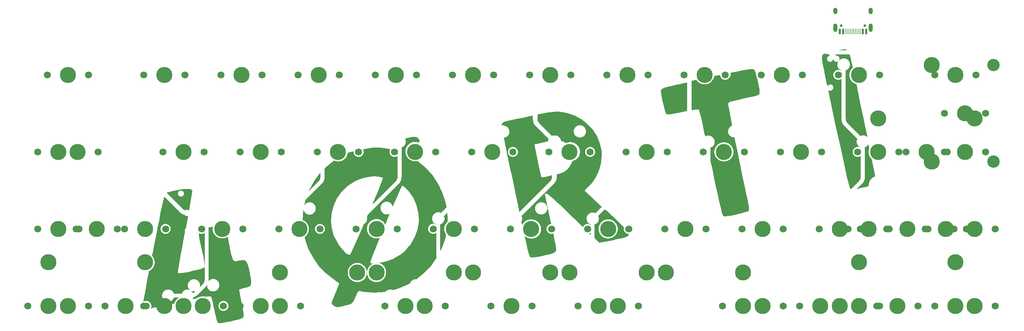
<source format=gbr>
%TF.GenerationSoftware,KiCad,Pcbnew,(7.0.0)*%
%TF.CreationDate,2023-11-21T21:36:59+01:00*%
%TF.ProjectId,forti proto,666f7274-6920-4707-926f-746f2e6b6963,rev?*%
%TF.SameCoordinates,Original*%
%TF.FileFunction,Soldermask,Top*%
%TF.FilePolarity,Negative*%
%FSLAX46Y46*%
G04 Gerber Fmt 4.6, Leading zero omitted, Abs format (unit mm)*
G04 Created by KiCad (PCBNEW (7.0.0)) date 2023-11-21 21:36:59*
%MOMM*%
%LPD*%
G01*
G04 APERTURE LIST*
%ADD10C,0.000000*%
%ADD11C,3.987800*%
%ADD12C,3.048000*%
%ADD13C,0.650000*%
%ADD14R,0.600000X1.450000*%
%ADD15R,0.280000X1.450000*%
%ADD16O,1.000000X2.100000*%
%ADD17O,1.000000X1.600000*%
%ADD18C,1.750000*%
G04 APERTURE END LIST*
D10*
G36*
X158848364Y-55245349D02*
G01*
X165335956Y-55245349D01*
X165336450Y-55283628D01*
X165337927Y-55321726D01*
X165340375Y-55359628D01*
X165343785Y-55397318D01*
X165348145Y-55434781D01*
X165353446Y-55472001D01*
X165359677Y-55508962D01*
X165366828Y-55545650D01*
X165374889Y-55582048D01*
X165383848Y-55618141D01*
X165393696Y-55653914D01*
X165404423Y-55689351D01*
X165416018Y-55724437D01*
X165428470Y-55759155D01*
X165441769Y-55793492D01*
X165455905Y-55827430D01*
X165459955Y-55837233D01*
X165464159Y-55846813D01*
X165468508Y-55856197D01*
X165472992Y-55865410D01*
X165482322Y-55883428D01*
X165492065Y-55901074D01*
X165533511Y-55972072D01*
X165541156Y-55986617D01*
X165548345Y-56001120D01*
X165562181Y-56029838D01*
X165569243Y-56043970D01*
X165576678Y-56057895D01*
X165580600Y-56064768D01*
X165584692Y-56071573D01*
X165588982Y-56078305D01*
X165593494Y-56084961D01*
X165625247Y-56123764D01*
X165678760Y-56193721D01*
X165736020Y-56260588D01*
X165796886Y-56324169D01*
X165861221Y-56384266D01*
X165928884Y-56440685D01*
X165999735Y-56493228D01*
X166073635Y-56541698D01*
X166150445Y-56585901D01*
X166230025Y-56625638D01*
X166312236Y-56660715D01*
X166396937Y-56690934D01*
X166483990Y-56716098D01*
X166573254Y-56736013D01*
X166664591Y-56750481D01*
X166757861Y-56759305D01*
X166852924Y-56762291D01*
X166856433Y-56762294D01*
X166935276Y-56760346D01*
X167012995Y-56754560D01*
X167089500Y-56745028D01*
X167164699Y-56731840D01*
X167238504Y-56715086D01*
X167310823Y-56694857D01*
X167381565Y-56671243D01*
X167450641Y-56644334D01*
X167517960Y-56614222D01*
X167583432Y-56580996D01*
X167646965Y-56544748D01*
X167708471Y-56505566D01*
X167767858Y-56463542D01*
X167825035Y-56418767D01*
X167879913Y-56371330D01*
X167932401Y-56321322D01*
X167982408Y-56268834D01*
X168029845Y-56213956D01*
X168074620Y-56156778D01*
X168116644Y-56097391D01*
X168155825Y-56035886D01*
X168192073Y-55972351D01*
X168225299Y-55906880D01*
X168255411Y-55839560D01*
X168282319Y-55770484D01*
X168305933Y-55699741D01*
X168326162Y-55627422D01*
X168342916Y-55553617D01*
X168356104Y-55478417D01*
X168365636Y-55401912D01*
X168371422Y-55324193D01*
X168373370Y-55245349D01*
X168371422Y-55166506D01*
X168365636Y-55088787D01*
X168356104Y-55012283D01*
X168342916Y-54937083D01*
X168326162Y-54863279D01*
X168305933Y-54790960D01*
X168282319Y-54720217D01*
X168255411Y-54651141D01*
X168225299Y-54583822D01*
X168192073Y-54518350D01*
X168155825Y-54454816D01*
X168116644Y-54393310D01*
X168074620Y-54333924D01*
X168029845Y-54276746D01*
X167982408Y-54221868D01*
X167932401Y-54169380D01*
X167879913Y-54119372D01*
X167825035Y-54071935D01*
X167767858Y-54027160D01*
X167708471Y-53985136D01*
X167646965Y-53945955D01*
X167583432Y-53909706D01*
X167517960Y-53876480D01*
X167450641Y-53846368D01*
X167381565Y-53819460D01*
X167310823Y-53795846D01*
X167238504Y-53775617D01*
X167164699Y-53758863D01*
X167089500Y-53745675D01*
X167012995Y-53736143D01*
X166935276Y-53730357D01*
X166856433Y-53728408D01*
X166808676Y-53729169D01*
X166761331Y-53731434D01*
X166714415Y-53735178D01*
X166667949Y-53740377D01*
X166621951Y-53747004D01*
X166576439Y-53755035D01*
X166486948Y-53775207D01*
X166399629Y-53800691D01*
X166314630Y-53831287D01*
X166232101Y-53866791D01*
X166152192Y-53907003D01*
X166075054Y-53951722D01*
X166000835Y-54000745D01*
X165929686Y-54053871D01*
X165861756Y-54110898D01*
X165797196Y-54171626D01*
X165736156Y-54235852D01*
X165678784Y-54303374D01*
X165625232Y-54373992D01*
X165623247Y-54376598D01*
X165621268Y-54379125D01*
X165617347Y-54383969D01*
X165609798Y-54392953D01*
X165606251Y-54397176D01*
X165602912Y-54401275D01*
X165601332Y-54403291D01*
X165599820Y-54405292D01*
X165598381Y-54407282D01*
X165597018Y-54409267D01*
X165591846Y-54416001D01*
X165586902Y-54422958D01*
X165582164Y-54430111D01*
X165577612Y-54437434D01*
X165573226Y-54444902D01*
X165568984Y-54452489D01*
X165560853Y-54467917D01*
X165545419Y-54499060D01*
X165537785Y-54514364D01*
X165529987Y-54529212D01*
X165510972Y-54561568D01*
X165491624Y-54594915D01*
X165482136Y-54611858D01*
X165472937Y-54628925D01*
X165464152Y-54646074D01*
X165455905Y-54663265D01*
X165441769Y-54697203D01*
X165428470Y-54731540D01*
X165416018Y-54766258D01*
X165404423Y-54801344D01*
X165393696Y-54836781D01*
X165383848Y-54872554D01*
X165374889Y-54908648D01*
X165366828Y-54945046D01*
X165359677Y-54981734D01*
X165353446Y-55018695D01*
X165348145Y-55055915D01*
X165343785Y-55093378D01*
X165340375Y-55131069D01*
X165337927Y-55168971D01*
X165336450Y-55207070D01*
X165335956Y-55245349D01*
X158848364Y-55245349D01*
X156869266Y-53266265D01*
X156856037Y-53252631D01*
X156842808Y-53238222D01*
X156829579Y-53223089D01*
X156816350Y-53207285D01*
X156789894Y-53173868D01*
X156763437Y-53138383D01*
X156736979Y-53101245D01*
X156710520Y-53062867D01*
X156657596Y-52984043D01*
X156445926Y-52525434D01*
X156439716Y-52499380D01*
X156434281Y-52474102D01*
X156429570Y-52449547D01*
X156425531Y-52425664D01*
X156422111Y-52402401D01*
X156419261Y-52379707D01*
X156415057Y-52335817D01*
X156412508Y-52293580D01*
X156411199Y-52252583D01*
X156410648Y-52172657D01*
X156410648Y-51079050D01*
X157504276Y-50867384D01*
X158633167Y-50655717D01*
X159550403Y-50514606D01*
X160255954Y-50408773D01*
X160785129Y-50338218D01*
X161631793Y-50338218D01*
X163713199Y-50726272D01*
X165653476Y-51396549D01*
X167382098Y-52349044D01*
X168899051Y-53548488D01*
X170169055Y-54959594D01*
X171156833Y-56547092D01*
X171862399Y-58310974D01*
X172215167Y-60180694D01*
X172250461Y-61168468D01*
X172074069Y-63108741D01*
X171580173Y-64943180D01*
X170804050Y-66636512D01*
X169780994Y-68118175D01*
X168969608Y-68929561D01*
X168475726Y-69388172D01*
X168158221Y-69740947D01*
X168052387Y-69917339D01*
X168193500Y-70058445D01*
X168581561Y-70446502D01*
X169216556Y-71046222D01*
X170027942Y-71822330D01*
X170980457Y-72739551D01*
X172074069Y-73762603D01*
X172239887Y-73928409D01*
X170684116Y-75484157D01*
X170607161Y-75447509D01*
X170568444Y-75430542D01*
X170529505Y-75414540D01*
X170490296Y-75399552D01*
X170450773Y-75385623D01*
X170410887Y-75372799D01*
X170370593Y-75361128D01*
X170329845Y-75350656D01*
X170288594Y-75341429D01*
X170246796Y-75333495D01*
X170204404Y-75326898D01*
X170161370Y-75321687D01*
X170117649Y-75317906D01*
X170073193Y-75315604D01*
X170027957Y-75314827D01*
X169980210Y-75315587D01*
X169932894Y-75317851D01*
X169886027Y-75321594D01*
X169839625Y-75326788D01*
X169793706Y-75333408D01*
X169748288Y-75341430D01*
X169703388Y-75350825D01*
X169659023Y-75361569D01*
X169571971Y-75387001D01*
X169487269Y-75417518D01*
X169405059Y-75452913D01*
X169325479Y-75492979D01*
X169248669Y-75537510D01*
X169174768Y-75586300D01*
X169103917Y-75639141D01*
X169036254Y-75695826D01*
X168971920Y-75756150D01*
X168911053Y-75819905D01*
X168853794Y-75886884D01*
X168800281Y-75956882D01*
X168768527Y-75995689D01*
X168759579Y-76010240D01*
X168751167Y-76024792D01*
X168743169Y-76039344D01*
X168735460Y-76053896D01*
X168720413Y-76083001D01*
X168712827Y-76097553D01*
X168705035Y-76112106D01*
X168683983Y-76146554D01*
X168673662Y-76163882D01*
X168663589Y-76181334D01*
X168653846Y-76198952D01*
X168644516Y-76216776D01*
X168635683Y-76234849D01*
X168627429Y-76253212D01*
X168613291Y-76287150D01*
X168599989Y-76321486D01*
X168587536Y-76356205D01*
X168575941Y-76391290D01*
X168565214Y-76426727D01*
X168555366Y-76462500D01*
X168546406Y-76498593D01*
X168538347Y-76534991D01*
X168531196Y-76571678D01*
X168524966Y-76608640D01*
X168519666Y-76645859D01*
X168515306Y-76683322D01*
X168511898Y-76721012D01*
X168509450Y-76758914D01*
X168507974Y-76797013D01*
X168507480Y-76835292D01*
X168507969Y-76870695D01*
X168509408Y-76905519D01*
X168511756Y-76939846D01*
X168514972Y-76973759D01*
X168519015Y-77007342D01*
X168523844Y-77040677D01*
X168529417Y-77073846D01*
X168535693Y-77106933D01*
X168560397Y-77198654D01*
X168565545Y-77216002D01*
X168570485Y-77233598D01*
X168580240Y-77269205D01*
X168585302Y-77287050D01*
X168590655Y-77304813D01*
X168596421Y-77322410D01*
X168602725Y-77339759D01*
X168610828Y-77360920D01*
X168619261Y-77382039D01*
X168628027Y-77403075D01*
X168637122Y-77423987D01*
X168646549Y-77444733D01*
X168656305Y-77465273D01*
X168666391Y-77485564D01*
X168676807Y-77505565D01*
X168694446Y-77540847D01*
X168729653Y-77602801D01*
X168767760Y-77662920D01*
X168808689Y-77721106D01*
X168852362Y-77777262D01*
X168898703Y-77831289D01*
X168947632Y-77883088D01*
X168999074Y-77932562D01*
X169052949Y-77979612D01*
X169109181Y-78024141D01*
X169167693Y-78066050D01*
X169228405Y-78105240D01*
X169291242Y-78141614D01*
X169356124Y-78175074D01*
X169422976Y-78205521D01*
X169491718Y-78232857D01*
X169562274Y-78256984D01*
X169562274Y-78451011D01*
X169521809Y-78413185D01*
X169479819Y-78377762D01*
X169436351Y-78344747D01*
X169391452Y-78314145D01*
X169345168Y-78285962D01*
X169297546Y-78260202D01*
X169248632Y-78236871D01*
X169198472Y-78215973D01*
X169147114Y-78197515D01*
X169094603Y-78181502D01*
X169040986Y-78167937D01*
X168986310Y-78156828D01*
X168930620Y-78148178D01*
X168873964Y-78141993D01*
X168816388Y-78138278D01*
X168757938Y-78137039D01*
X168725030Y-78137679D01*
X168692454Y-78139519D01*
X168660209Y-78142434D01*
X168628295Y-78146299D01*
X168596712Y-78150991D01*
X168565458Y-78156386D01*
X168534534Y-78162360D01*
X168503940Y-78168788D01*
X168501296Y-78170106D01*
X168498650Y-78171381D01*
X168496004Y-78172574D01*
X168494681Y-78173126D01*
X168493358Y-78173642D01*
X168492035Y-78174116D01*
X168490712Y-78174544D01*
X168489388Y-78174920D01*
X168488066Y-78175240D01*
X168486743Y-78175497D01*
X168485420Y-78175687D01*
X168484098Y-78175805D01*
X168482776Y-78175846D01*
X168445786Y-78186485D01*
X168409127Y-78197454D01*
X168391025Y-78203166D01*
X168373129Y-78209085D01*
X168355481Y-78215252D01*
X168338123Y-78221710D01*
X168338138Y-78218177D01*
X168276104Y-78242263D01*
X168215744Y-78269481D01*
X168157161Y-78299737D01*
X168100459Y-78332939D01*
X168045742Y-78368993D01*
X167993111Y-78407807D01*
X167942672Y-78449287D01*
X167894527Y-78493341D01*
X167848779Y-78539875D01*
X167805532Y-78588797D01*
X167764890Y-78640014D01*
X167726955Y-78693432D01*
X167691831Y-78748958D01*
X167659621Y-78806499D01*
X167630429Y-78865964D01*
X167604358Y-78927257D01*
X165406543Y-76796485D01*
X163819034Y-75244270D01*
X162478473Y-73938999D01*
X161349582Y-72880668D01*
X160467624Y-72069278D01*
X159762073Y-71434280D01*
X159232898Y-71010948D01*
X158880115Y-70764007D01*
X158668445Y-70658172D01*
X158633167Y-70658172D01*
X158209827Y-70693450D01*
X159656223Y-77537319D01*
X159793811Y-78151153D01*
X159733672Y-78155526D01*
X159674348Y-78162653D01*
X159615912Y-78172475D01*
X159558435Y-78184937D01*
X159501989Y-78199980D01*
X159446646Y-78217546D01*
X159392477Y-78237579D01*
X159339554Y-78260020D01*
X159287949Y-78284813D01*
X159237733Y-78311899D01*
X159188978Y-78341222D01*
X159141757Y-78372724D01*
X159096140Y-78406346D01*
X159052199Y-78442033D01*
X159010006Y-78479726D01*
X158969632Y-78519368D01*
X158931150Y-78560901D01*
X158894632Y-78604268D01*
X158860148Y-78649411D01*
X158827770Y-78696273D01*
X158797570Y-78744797D01*
X158769621Y-78794924D01*
X158743993Y-78846598D01*
X158720758Y-78899761D01*
X158699988Y-78954355D01*
X158681755Y-79010323D01*
X158666130Y-79067608D01*
X158653186Y-79126151D01*
X158642993Y-79185896D01*
X158635623Y-79246785D01*
X158631149Y-79308760D01*
X158629642Y-79371765D01*
X158631241Y-79434879D01*
X158635988Y-79497172D01*
X158643804Y-79558566D01*
X158654612Y-79618984D01*
X158668335Y-79678347D01*
X158684895Y-79736578D01*
X158704214Y-79793600D01*
X158726216Y-79849335D01*
X158750822Y-79903706D01*
X158777955Y-79956636D01*
X158807537Y-80008046D01*
X158839491Y-80057859D01*
X158873740Y-80105998D01*
X158910206Y-80152385D01*
X158948811Y-80196943D01*
X158989478Y-80239594D01*
X159032130Y-80280261D01*
X159076688Y-80318865D01*
X159123076Y-80355331D01*
X159171216Y-80389579D01*
X159221029Y-80421533D01*
X159272440Y-80451115D01*
X159325370Y-80478248D01*
X159379742Y-80502853D01*
X159435478Y-80524854D01*
X159492501Y-80544174D01*
X159550733Y-80560733D01*
X159610096Y-80574456D01*
X159670514Y-80585264D01*
X159731909Y-80593080D01*
X159794203Y-80597826D01*
X159857318Y-80599426D01*
X159864383Y-80599426D01*
X159938464Y-80606483D01*
X159964516Y-80606078D01*
X159989793Y-80604898D01*
X160014347Y-80602995D01*
X160038229Y-80600420D01*
X160061492Y-80597225D01*
X160084187Y-80593462D01*
X160106365Y-80589181D01*
X160128078Y-80584436D01*
X160149377Y-80579277D01*
X160170315Y-80573757D01*
X160211312Y-80561837D01*
X160251480Y-80549090D01*
X160291232Y-80535930D01*
X160361804Y-80818153D01*
X160608753Y-82017593D01*
X160785144Y-82934814D01*
X160890964Y-83640365D01*
X160961520Y-84134254D01*
X160996814Y-84487030D01*
X160961520Y-84733970D01*
X160926242Y-84875083D01*
X160820422Y-85051467D01*
X160679309Y-85192581D01*
X160432361Y-85333686D01*
X160009021Y-85474792D01*
X159374011Y-85651184D01*
X158421512Y-85862854D01*
X157821780Y-86003959D01*
X156728168Y-86250900D01*
X155952045Y-86392013D01*
X155422870Y-86462562D01*
X155070087Y-86462562D01*
X154823139Y-86427284D01*
X154646747Y-86321449D01*
X154576190Y-86250900D01*
X154505634Y-86145065D01*
X154435077Y-85968673D01*
X154329242Y-85721733D01*
X154223407Y-85333679D01*
X154082309Y-84804512D01*
X153905917Y-84134235D01*
X153694247Y-83252296D01*
X153447299Y-82158683D01*
X153228565Y-81132103D01*
X153276686Y-81172529D01*
X153325789Y-81211767D01*
X153375863Y-81249786D01*
X153426898Y-81286554D01*
X153478884Y-81322040D01*
X153531810Y-81356214D01*
X153585666Y-81389044D01*
X153640441Y-81420499D01*
X153696126Y-81450549D01*
X153752710Y-81479162D01*
X153810184Y-81506308D01*
X153868535Y-81531954D01*
X153927755Y-81556071D01*
X153987833Y-81578628D01*
X154048759Y-81599592D01*
X154110523Y-81618934D01*
X154207912Y-81652649D01*
X154306870Y-81682270D01*
X154356913Y-81695507D01*
X154407317Y-81707674D01*
X154458072Y-81718756D01*
X154509168Y-81728737D01*
X154560595Y-81737602D01*
X154612342Y-81745336D01*
X154664399Y-81751921D01*
X154716755Y-81757345D01*
X154769402Y-81761590D01*
X154822327Y-81764641D01*
X154875521Y-81766483D01*
X154928973Y-81767101D01*
X155050596Y-81764025D01*
X155170622Y-81754897D01*
X155288905Y-81739864D01*
X155405295Y-81719076D01*
X155519643Y-81692682D01*
X155631802Y-81660829D01*
X155741623Y-81623666D01*
X155848957Y-81581342D01*
X155953655Y-81534005D01*
X156055570Y-81481805D01*
X156154551Y-81424889D01*
X156250452Y-81363406D01*
X156343123Y-81297504D01*
X156432415Y-81227333D01*
X156518181Y-81153041D01*
X156600271Y-81074776D01*
X156678536Y-80992687D01*
X156752830Y-80906923D01*
X156823002Y-80817632D01*
X156888904Y-80724962D01*
X156950388Y-80629063D01*
X157007305Y-80530082D01*
X157059506Y-80428169D01*
X157106843Y-80323472D01*
X157149168Y-80216139D01*
X157186332Y-80106319D01*
X157218185Y-79994161D01*
X157244580Y-79879813D01*
X157265369Y-79763424D01*
X157280401Y-79645142D01*
X157289530Y-79525117D01*
X157292606Y-79403495D01*
X157289826Y-79287772D01*
X157281572Y-79173517D01*
X157267970Y-79060856D01*
X157249149Y-78949915D01*
X157225234Y-78840819D01*
X157196355Y-78733693D01*
X157162637Y-78628662D01*
X157124208Y-78525853D01*
X157081195Y-78425389D01*
X157033725Y-78327397D01*
X156981927Y-78232001D01*
X156925926Y-78139328D01*
X156865851Y-78049502D01*
X156801829Y-77962649D01*
X156733986Y-77878893D01*
X156662450Y-77798361D01*
X156587349Y-77721178D01*
X156508809Y-77647469D01*
X156426958Y-77577358D01*
X156341923Y-77510973D01*
X156253831Y-77448437D01*
X156162810Y-77389876D01*
X156068987Y-77335416D01*
X155972489Y-77285182D01*
X155873443Y-77239299D01*
X155771977Y-77197892D01*
X155668218Y-77161088D01*
X155562293Y-77129010D01*
X155454329Y-77101784D01*
X155344454Y-77079537D01*
X155232795Y-77062392D01*
X155119479Y-77050476D01*
X155078152Y-77044199D01*
X155036246Y-77038625D01*
X154993843Y-77033795D01*
X154951026Y-77029750D01*
X154907879Y-77026533D01*
X154864485Y-77024184D01*
X154820926Y-77022744D01*
X154777286Y-77022254D01*
X154689040Y-77023888D01*
X154601618Y-77028750D01*
X154515074Y-77036783D01*
X154429469Y-77047927D01*
X154344858Y-77062126D01*
X154261299Y-77079320D01*
X154178850Y-77099453D01*
X154097569Y-77122465D01*
X154017512Y-77148298D01*
X153938738Y-77176895D01*
X153861303Y-77208197D01*
X153785266Y-77242147D01*
X153710684Y-77278685D01*
X153637614Y-77317754D01*
X153566113Y-77359296D01*
X153496240Y-77403252D01*
X153428051Y-77449565D01*
X153361605Y-77498176D01*
X153296959Y-77549027D01*
X153234169Y-77602061D01*
X153173295Y-77657218D01*
X153114392Y-77714441D01*
X153057520Y-77773671D01*
X153002734Y-77834851D01*
X152950093Y-77897923D01*
X152899655Y-77962827D01*
X152851476Y-78029507D01*
X152805614Y-78097903D01*
X152762126Y-78167959D01*
X152721071Y-78239615D01*
X152682506Y-78312813D01*
X152646487Y-78387496D01*
X152459506Y-77533779D01*
X152478928Y-77493686D01*
X152497472Y-77452818D01*
X152515085Y-77411227D01*
X152531717Y-77368964D01*
X152547315Y-77326081D01*
X152561827Y-77282630D01*
X152575203Y-77238662D01*
X152587390Y-77194229D01*
X152598337Y-77149383D01*
X152607992Y-77104175D01*
X152616304Y-77058657D01*
X152623220Y-77012880D01*
X152628689Y-76966897D01*
X152632659Y-76920759D01*
X152635080Y-76874517D01*
X152635898Y-76828224D01*
X152635080Y-76782327D01*
X152632659Y-76737206D01*
X152628689Y-76692808D01*
X152623220Y-76649082D01*
X152616304Y-76605975D01*
X152607992Y-76563438D01*
X152598337Y-76521417D01*
X152587390Y-76479861D01*
X152575203Y-76438718D01*
X152561827Y-76397937D01*
X152547315Y-76357466D01*
X152531717Y-76317253D01*
X152515085Y-76277247D01*
X152497472Y-76237396D01*
X152459506Y-76157951D01*
X154322173Y-74295299D01*
X155810931Y-74295299D01*
X155812880Y-74374142D01*
X155818666Y-74451862D01*
X155828198Y-74528367D01*
X155841386Y-74603567D01*
X155858140Y-74677371D01*
X155878369Y-74749690D01*
X155901983Y-74820433D01*
X155928891Y-74889509D01*
X155959003Y-74956829D01*
X155992229Y-75022300D01*
X156028478Y-75085834D01*
X156067659Y-75147340D01*
X156109683Y-75206727D01*
X156154458Y-75263904D01*
X156201895Y-75318782D01*
X156251903Y-75371270D01*
X156304391Y-75421278D01*
X156359269Y-75468714D01*
X156416447Y-75513490D01*
X156475835Y-75555513D01*
X156537341Y-75594694D01*
X156600875Y-75630943D01*
X156666347Y-75664169D01*
X156733667Y-75694281D01*
X156802744Y-75721189D01*
X156873488Y-75744803D01*
X156945807Y-75765032D01*
X157019613Y-75781786D01*
X157094814Y-75794974D01*
X157171319Y-75804506D01*
X157249040Y-75810292D01*
X157327884Y-75812240D01*
X157406727Y-75810191D01*
X157484446Y-75804118D01*
X157560950Y-75794131D01*
X157636150Y-75780339D01*
X157709955Y-75762852D01*
X157782273Y-75741780D01*
X157853016Y-75717232D01*
X157922092Y-75689320D01*
X157989411Y-75658152D01*
X158054883Y-75623837D01*
X158118416Y-75586487D01*
X158179922Y-75546211D01*
X158239308Y-75503119D01*
X158296486Y-75457320D01*
X158351364Y-75408924D01*
X158403852Y-75358041D01*
X158453859Y-75304781D01*
X158501296Y-75249254D01*
X158546071Y-75191569D01*
X158588094Y-75131837D01*
X158627276Y-75070166D01*
X158663524Y-75006668D01*
X158696750Y-74941451D01*
X158726862Y-74874626D01*
X158753770Y-74806303D01*
X158777384Y-74736590D01*
X158797613Y-74665599D01*
X158814367Y-74593438D01*
X158827555Y-74520218D01*
X158837087Y-74446048D01*
X158842873Y-74371038D01*
X158844821Y-74295299D01*
X158848346Y-74295299D01*
X158846397Y-74219560D01*
X158840612Y-74144551D01*
X158831080Y-74070381D01*
X158817892Y-73997161D01*
X158801138Y-73925001D01*
X158780909Y-73854010D01*
X158757295Y-73784297D01*
X158730387Y-73715974D01*
X158700274Y-73649149D01*
X158667049Y-73583932D01*
X158630800Y-73520434D01*
X158591618Y-73458763D01*
X158549595Y-73399031D01*
X158504819Y-73341346D01*
X158457382Y-73285819D01*
X158407375Y-73232559D01*
X158354886Y-73181676D01*
X158300008Y-73133280D01*
X158242830Y-73087481D01*
X158183443Y-73044388D01*
X158121937Y-73004112D01*
X158058402Y-72966761D01*
X157992930Y-72932447D01*
X157925610Y-72901279D01*
X157856533Y-72873366D01*
X157785790Y-72848819D01*
X157713470Y-72827747D01*
X157639665Y-72810260D01*
X157564464Y-72796467D01*
X157487958Y-72786480D01*
X157410238Y-72780407D01*
X157331393Y-72778358D01*
X157283638Y-72779119D01*
X157236294Y-72781384D01*
X157189380Y-72785128D01*
X157142915Y-72790326D01*
X157096917Y-72796954D01*
X157051406Y-72804985D01*
X156961918Y-72825157D01*
X156874600Y-72850641D01*
X156789602Y-72881236D01*
X156707074Y-72916741D01*
X156627166Y-72956953D01*
X156550028Y-73001671D01*
X156475810Y-73050694D01*
X156404661Y-73103820D01*
X156336732Y-73160848D01*
X156272172Y-73221575D01*
X156211131Y-73285801D01*
X156153760Y-73353324D01*
X156100208Y-73423942D01*
X156098223Y-73426548D01*
X156096244Y-73429076D01*
X156092323Y-73433921D01*
X156084771Y-73442906D01*
X156081223Y-73447129D01*
X156077881Y-73451229D01*
X156076300Y-73453245D01*
X156074786Y-73455245D01*
X156073344Y-73457235D01*
X156071979Y-73459220D01*
X156066807Y-73465954D01*
X156061863Y-73472910D01*
X156057125Y-73480063D01*
X156052575Y-73487386D01*
X156048190Y-73494854D01*
X156043949Y-73502441D01*
X156035821Y-73517868D01*
X156020392Y-73549012D01*
X156012760Y-73564314D01*
X156004962Y-73579162D01*
X155985948Y-73611521D01*
X155966600Y-73644870D01*
X155957111Y-73661813D01*
X155947913Y-73678880D01*
X155939128Y-73696030D01*
X155930881Y-73713222D01*
X155916742Y-73747160D01*
X155903441Y-73781496D01*
X155890987Y-73816214D01*
X155879392Y-73851299D01*
X155868665Y-73886736D01*
X155858817Y-73922508D01*
X155849858Y-73958601D01*
X155841798Y-73994999D01*
X155834648Y-74031687D01*
X155828418Y-74068648D01*
X155823118Y-74105868D01*
X155818758Y-74143330D01*
X155815349Y-74181020D01*
X155812902Y-74218922D01*
X155811426Y-74257020D01*
X155810931Y-74295299D01*
X154322173Y-74295299D01*
X160397052Y-68220470D01*
X160486764Y-68126635D01*
X160570688Y-68030371D01*
X160648824Y-67931730D01*
X160721172Y-67830763D01*
X160787732Y-67727522D01*
X160848504Y-67622060D01*
X160903489Y-67514426D01*
X160952686Y-67404675D01*
X160996094Y-67292856D01*
X161033715Y-67179021D01*
X161065549Y-67063223D01*
X161091594Y-66945514D01*
X161111851Y-66825943D01*
X161126321Y-66704565D01*
X161135003Y-66581429D01*
X161137897Y-66456588D01*
X161137897Y-65856868D01*
X161314288Y-65821586D01*
X162090411Y-65609920D01*
X162654849Y-65398254D01*
X163078189Y-65186592D01*
X163430972Y-64939647D01*
X163501529Y-64904369D01*
X164418765Y-63916595D01*
X164983218Y-62822986D01*
X165018497Y-62576042D01*
X165116975Y-62554045D01*
X165213903Y-62527811D01*
X165309177Y-62497443D01*
X165402694Y-62463044D01*
X165494351Y-62424718D01*
X165584044Y-62382567D01*
X165671670Y-62336696D01*
X165757125Y-62287208D01*
X165921112Y-62177792D01*
X166075176Y-62055147D01*
X166218492Y-61920100D01*
X166350232Y-61773477D01*
X166469570Y-61616105D01*
X166575679Y-61448811D01*
X166623514Y-61361702D01*
X166667732Y-61272423D01*
X166708229Y-61181076D01*
X166744902Y-61087766D01*
X166777647Y-60992595D01*
X166806362Y-60895668D01*
X166830943Y-60797086D01*
X166851286Y-60696955D01*
X166867288Y-60595376D01*
X166878847Y-60492454D01*
X166885857Y-60388292D01*
X166887268Y-60325336D01*
X168154681Y-60325336D01*
X168155596Y-60373079D01*
X168158317Y-60420375D01*
X168162812Y-60467189D01*
X168169048Y-60513486D01*
X168176992Y-60559234D01*
X168186610Y-60604396D01*
X168197871Y-60648940D01*
X168210741Y-60692831D01*
X168225187Y-60736035D01*
X168241177Y-60778517D01*
X168258676Y-60820243D01*
X168277653Y-60861179D01*
X168298075Y-60901291D01*
X168319907Y-60940544D01*
X168343118Y-60978905D01*
X168367675Y-61016339D01*
X168393544Y-61052811D01*
X168420693Y-61088289D01*
X168449089Y-61122736D01*
X168478698Y-61156120D01*
X168509488Y-61188405D01*
X168541426Y-61219558D01*
X168574479Y-61249545D01*
X168608614Y-61278330D01*
X168643798Y-61305881D01*
X168679998Y-61332162D01*
X168717181Y-61357140D01*
X168755314Y-61380780D01*
X168794365Y-61403047D01*
X168834300Y-61423909D01*
X168875086Y-61443330D01*
X168916690Y-61461277D01*
X168944014Y-61472850D01*
X168971736Y-61483752D01*
X168999840Y-61493972D01*
X169028311Y-61503499D01*
X169057133Y-61512324D01*
X169086291Y-61520435D01*
X169115770Y-61527824D01*
X169145553Y-61534478D01*
X169175626Y-61540388D01*
X169205972Y-61545543D01*
X169236577Y-61549934D01*
X169267424Y-61553550D01*
X169298499Y-61556380D01*
X169329786Y-61558414D01*
X169361269Y-61559643D01*
X169392932Y-61560054D01*
X169455448Y-61558415D01*
X169517259Y-61553552D01*
X169578282Y-61545549D01*
X169638433Y-61534492D01*
X169697629Y-61520463D01*
X169755784Y-61503546D01*
X169812815Y-61483827D01*
X169868638Y-61461387D01*
X169923170Y-61436312D01*
X169976325Y-61408686D01*
X170028021Y-61378592D01*
X170078172Y-61346115D01*
X170126696Y-61311338D01*
X170173508Y-61274345D01*
X170218524Y-61235221D01*
X170261661Y-61194049D01*
X170302834Y-61150913D01*
X170341959Y-61105898D01*
X170378952Y-61059087D01*
X170413730Y-61010564D01*
X170446208Y-60960413D01*
X170476302Y-60908718D01*
X170503929Y-60855564D01*
X170529004Y-60801034D01*
X170551444Y-60745211D01*
X170571164Y-60688181D01*
X170588081Y-60630027D01*
X170602110Y-60570833D01*
X170613168Y-60510683D01*
X170621171Y-60449661D01*
X170626034Y-60387850D01*
X170627673Y-60325336D01*
X170626034Y-60262822D01*
X170621171Y-60201011D01*
X170613168Y-60139989D01*
X170602110Y-60079839D01*
X170588081Y-60020645D01*
X170571164Y-59962491D01*
X170551444Y-59905461D01*
X170529004Y-59849638D01*
X170503929Y-59795108D01*
X170476302Y-59741954D01*
X170446208Y-59690259D01*
X170413730Y-59640108D01*
X170378952Y-59591585D01*
X170341959Y-59544774D01*
X170302834Y-59499759D01*
X170261661Y-59456623D01*
X170218524Y-59415451D01*
X170173508Y-59376327D01*
X170126696Y-59339334D01*
X170078172Y-59304557D01*
X170028021Y-59272080D01*
X169976325Y-59241986D01*
X169923170Y-59214360D01*
X169868638Y-59189285D01*
X169812815Y-59166845D01*
X169755784Y-59147126D01*
X169697629Y-59130209D01*
X169638433Y-59116180D01*
X169578282Y-59105123D01*
X169517259Y-59097120D01*
X169455448Y-59092257D01*
X169392932Y-59090618D01*
X169361888Y-59091029D01*
X169330942Y-59092257D01*
X169300110Y-59094292D01*
X169269407Y-59097122D01*
X169238849Y-59100737D01*
X169208450Y-59105128D01*
X169178228Y-59110283D01*
X169148196Y-59116193D01*
X169118372Y-59122847D01*
X169088769Y-59130235D01*
X169059405Y-59138346D01*
X169030293Y-59147171D01*
X169001451Y-59156699D01*
X168972892Y-59166919D01*
X168944633Y-59177821D01*
X168916690Y-59189395D01*
X168834300Y-59226764D01*
X168755314Y-59269894D01*
X168679998Y-59318511D01*
X168608614Y-59372343D01*
X168541426Y-59431116D01*
X168478698Y-59494554D01*
X168420693Y-59562385D01*
X168367675Y-59634335D01*
X168319907Y-59710129D01*
X168277653Y-59789494D01*
X168241177Y-59872156D01*
X168210741Y-59957841D01*
X168186610Y-60046276D01*
X168169048Y-60137186D01*
X168158317Y-60230297D01*
X168154681Y-60325336D01*
X166887268Y-60325336D01*
X166888217Y-60282993D01*
X166885141Y-60161372D01*
X166876013Y-60041346D01*
X166860980Y-59923065D01*
X166840193Y-59806676D01*
X166813798Y-59692329D01*
X166781944Y-59580171D01*
X166744782Y-59470351D01*
X166702457Y-59363019D01*
X166655121Y-59258322D01*
X166602920Y-59156409D01*
X166546004Y-59057428D01*
X166484520Y-58961529D01*
X166418619Y-58868860D01*
X166348447Y-58779568D01*
X166274155Y-58693804D01*
X166195890Y-58611715D01*
X166113800Y-58533451D01*
X166028036Y-58459158D01*
X165938744Y-58388987D01*
X165846074Y-58323086D01*
X165750174Y-58261603D01*
X165651193Y-58204687D01*
X165549279Y-58152487D01*
X165444582Y-58105150D01*
X165337248Y-58062826D01*
X165227428Y-58025663D01*
X165115269Y-57993810D01*
X165000921Y-57967416D01*
X164884531Y-57946628D01*
X164766249Y-57931595D01*
X164646222Y-57922467D01*
X164524600Y-57919391D01*
X164446718Y-57920866D01*
X164369208Y-57925233D01*
X164292111Y-57932412D01*
X164215469Y-57942320D01*
X164139323Y-57954873D01*
X164063715Y-57969990D01*
X163988687Y-57987587D01*
X163914279Y-58007583D01*
X163844353Y-58019318D01*
X163774881Y-58033326D01*
X163705987Y-58049566D01*
X163637796Y-58067997D01*
X163570430Y-58088578D01*
X163504015Y-58111268D01*
X163438674Y-58136024D01*
X163374530Y-58162807D01*
X162866519Y-57813556D01*
X162196246Y-57566616D01*
X162184887Y-57497691D01*
X162170692Y-57429872D01*
X162153719Y-57363228D01*
X162134027Y-57297830D01*
X162111673Y-57233751D01*
X162086717Y-57171060D01*
X162059215Y-57109829D01*
X162029226Y-57050129D01*
X161996808Y-56992031D01*
X161962020Y-56935606D01*
X161924919Y-56880925D01*
X161885564Y-56828059D01*
X161844012Y-56777079D01*
X161800323Y-56728056D01*
X161754553Y-56681062D01*
X161706762Y-56636167D01*
X161657007Y-56593443D01*
X161605346Y-56552959D01*
X161551838Y-56514789D01*
X161496540Y-56479002D01*
X161439512Y-56445670D01*
X161380811Y-56414863D01*
X161320494Y-56386653D01*
X161258621Y-56361111D01*
X161195250Y-56338307D01*
X161130438Y-56318314D01*
X161064243Y-56301202D01*
X160996725Y-56287041D01*
X160927940Y-56275904D01*
X160857948Y-56267861D01*
X160786806Y-56262982D01*
X160714572Y-56261341D01*
X160689442Y-56261665D01*
X160664354Y-56262609D01*
X160639348Y-56264132D01*
X160614467Y-56266192D01*
X160589752Y-56268749D01*
X160565244Y-56271761D01*
X160540985Y-56275186D01*
X160517017Y-56278984D01*
X160492313Y-56278984D01*
X160458662Y-56279394D01*
X160425181Y-56280616D01*
X160391877Y-56282634D01*
X160358753Y-56285432D01*
X160325814Y-56288995D01*
X160293067Y-56293307D01*
X160260517Y-56298353D01*
X160228168Y-56304117D01*
X160196025Y-56310584D01*
X160164095Y-56317738D01*
X160132382Y-56325564D01*
X160100890Y-56334047D01*
X160038596Y-56352918D01*
X159977252Y-56374229D01*
X158848364Y-55245349D01*
G37*
G36*
X102862224Y-66481292D02*
G01*
X102861411Y-66520010D01*
X102859027Y-66559512D01*
X102855155Y-66599924D01*
X102849877Y-66641368D01*
X102843276Y-66683970D01*
X102835435Y-66727854D01*
X102826437Y-66773143D01*
X102816364Y-66819961D01*
X102819888Y-66819957D01*
X102625858Y-67285625D01*
X102615233Y-67303240D01*
X102604531Y-67320380D01*
X102593757Y-67337065D01*
X102582916Y-67353315D01*
X102561053Y-67384596D01*
X102538984Y-67414389D01*
X102516749Y-67442858D01*
X102494391Y-67470170D01*
X102471949Y-67496490D01*
X102449466Y-67521984D01*
X102446005Y-67524124D01*
X102442280Y-67526539D01*
X102434308Y-67531962D01*
X102426089Y-67537799D01*
X102418159Y-67543594D01*
X102405317Y-67553242D01*
X102400081Y-67557266D01*
X99930621Y-70026702D01*
X101165347Y-67768932D01*
X101377017Y-67416156D01*
X102823421Y-65475879D01*
X102862224Y-65437076D01*
X102862224Y-66481292D01*
G37*
G36*
X70948846Y-94699400D02*
G01*
X70976457Y-94712417D01*
X71004387Y-94724845D01*
X71032633Y-94736678D01*
X71061189Y-94747912D01*
X71090049Y-94758541D01*
X71119209Y-94768560D01*
X71148664Y-94777964D01*
X71178408Y-94786748D01*
X71208436Y-94794907D01*
X71238743Y-94802434D01*
X71269324Y-94809327D01*
X71300173Y-94815578D01*
X71331287Y-94821184D01*
X71362658Y-94826138D01*
X71394283Y-94830436D01*
X71397811Y-94830436D01*
X71491736Y-94841906D01*
X71515321Y-94844360D01*
X71539196Y-94846318D01*
X71563484Y-94847614D01*
X71588310Y-94848083D01*
X71618614Y-94847715D01*
X71648675Y-94846629D01*
X71678499Y-94844850D01*
X71708090Y-94842405D01*
X71737454Y-94839319D01*
X71766595Y-94835618D01*
X71824231Y-94826474D01*
X71881041Y-94815180D01*
X71937065Y-94801944D01*
X71992346Y-94786971D01*
X72046924Y-94770469D01*
X71884643Y-94932746D01*
X71871009Y-94945977D01*
X71856599Y-94959207D01*
X71841467Y-94972437D01*
X71825662Y-94985667D01*
X71792244Y-95012126D01*
X71756759Y-95038584D01*
X71719620Y-95065042D01*
X71681241Y-95091500D01*
X71602428Y-95144409D01*
X71602425Y-95144411D01*
X71602425Y-95144410D01*
X71355483Y-95250244D01*
X71350246Y-95242307D01*
X71347730Y-95238339D01*
X71345339Y-95234371D01*
X71343113Y-95230402D01*
X71342076Y-95228418D01*
X71341095Y-95226434D01*
X71340176Y-95224450D01*
X71339325Y-95222466D01*
X71338546Y-95220482D01*
X71337844Y-95218498D01*
X71329851Y-95199976D01*
X71325751Y-95190714D01*
X71321526Y-95181453D01*
X71317136Y-95172192D01*
X71312540Y-95162931D01*
X71307695Y-95153670D01*
X71302562Y-95144409D01*
X71284951Y-95112090D01*
X71266513Y-95079993D01*
X71247248Y-95048175D01*
X71227157Y-95016693D01*
X71206238Y-94985603D01*
X71184493Y-94954963D01*
X71161921Y-94924830D01*
X71138522Y-94895259D01*
X71114296Y-94866309D01*
X71089243Y-94838036D01*
X71063364Y-94810497D01*
X71036657Y-94783748D01*
X71009123Y-94757847D01*
X70980763Y-94732851D01*
X70951576Y-94708815D01*
X70921561Y-94685798D01*
X70948846Y-94699400D01*
G37*
G36*
X76437192Y-98425239D02*
G01*
X77666694Y-98425239D01*
X77667608Y-98472982D01*
X77670329Y-98520278D01*
X77674824Y-98567092D01*
X77681060Y-98613390D01*
X77689004Y-98659137D01*
X77698623Y-98704300D01*
X77709883Y-98748844D01*
X77722753Y-98792734D01*
X77737199Y-98835938D01*
X77753188Y-98878420D01*
X77770688Y-98920146D01*
X77789665Y-98961083D01*
X77810086Y-99001195D01*
X77831918Y-99040448D01*
X77855129Y-99078809D01*
X77879686Y-99116243D01*
X77905555Y-99152716D01*
X77932704Y-99188193D01*
X77961099Y-99222641D01*
X77990708Y-99256025D01*
X78021498Y-99288310D01*
X78053436Y-99319464D01*
X78086489Y-99349451D01*
X78120623Y-99378237D01*
X78155807Y-99405788D01*
X78192007Y-99432069D01*
X78229190Y-99457047D01*
X78267323Y-99480688D01*
X78306374Y-99502956D01*
X78346308Y-99523818D01*
X78387094Y-99543240D01*
X78428699Y-99561187D01*
X78456023Y-99572760D01*
X78483746Y-99583660D01*
X78511850Y-99593879D01*
X78540322Y-99603406D01*
X78569145Y-99612230D01*
X78598304Y-99620340D01*
X78627784Y-99627728D01*
X78657568Y-99634382D01*
X78687641Y-99640292D01*
X78717989Y-99645447D01*
X78748595Y-99649838D01*
X78779443Y-99653453D01*
X78810519Y-99656283D01*
X78841807Y-99658318D01*
X78873291Y-99659546D01*
X78904956Y-99659957D01*
X78967471Y-99658318D01*
X79029281Y-99653455D01*
X79090303Y-99645453D01*
X79150454Y-99634395D01*
X79209648Y-99620366D01*
X79267802Y-99603450D01*
X79324833Y-99583730D01*
X79380656Y-99561291D01*
X79435186Y-99536216D01*
X79488341Y-99508590D01*
X79540036Y-99478496D01*
X79590187Y-99446019D01*
X79638711Y-99411242D01*
X79685523Y-99374249D01*
X79730539Y-99335125D01*
X79773675Y-99293953D01*
X79814847Y-99250818D01*
X79853972Y-99205803D01*
X79890965Y-99158991D01*
X79925743Y-99110469D01*
X79958221Y-99060318D01*
X79988315Y-99008623D01*
X80015942Y-98955469D01*
X80041017Y-98900938D01*
X80063457Y-98845116D01*
X80083177Y-98788086D01*
X80100094Y-98729932D01*
X80114123Y-98670737D01*
X80125181Y-98610587D01*
X80133183Y-98549564D01*
X80138046Y-98487754D01*
X80139686Y-98425239D01*
X80138046Y-98362725D01*
X80133183Y-98300915D01*
X80125181Y-98239893D01*
X80114123Y-98179743D01*
X80100094Y-98120549D01*
X80083177Y-98062395D01*
X80063457Y-98005365D01*
X80041017Y-97949543D01*
X80015942Y-97895013D01*
X79988315Y-97841858D01*
X79958221Y-97790164D01*
X79925743Y-97740013D01*
X79890965Y-97691490D01*
X79853972Y-97644679D01*
X79814847Y-97599663D01*
X79773675Y-97556528D01*
X79730539Y-97515356D01*
X79685523Y-97476231D01*
X79638711Y-97439238D01*
X79590187Y-97404461D01*
X79540036Y-97371984D01*
X79488341Y-97341890D01*
X79435186Y-97314263D01*
X79380656Y-97289188D01*
X79324833Y-97266749D01*
X79267802Y-97247029D01*
X79209648Y-97230113D01*
X79150454Y-97216083D01*
X79090303Y-97205026D01*
X79029281Y-97197023D01*
X78967471Y-97192160D01*
X78904956Y-97190521D01*
X78873911Y-97190932D01*
X78842965Y-97192161D01*
X78812132Y-97194195D01*
X78781428Y-97197025D01*
X78750869Y-97200641D01*
X78720470Y-97205032D01*
X78690246Y-97210187D01*
X78660214Y-97216097D01*
X78630389Y-97222752D01*
X78600785Y-97230140D01*
X78571420Y-97238251D01*
X78542307Y-97247076D01*
X78513463Y-97256603D01*
X78484903Y-97266823D01*
X78456644Y-97277725D01*
X78428699Y-97289299D01*
X78346308Y-97326667D01*
X78267323Y-97369798D01*
X78192007Y-97418417D01*
X78120623Y-97472249D01*
X78053436Y-97531022D01*
X77990708Y-97594461D01*
X77932704Y-97662292D01*
X77879686Y-97734242D01*
X77831918Y-97810036D01*
X77789665Y-97889401D01*
X77753188Y-97972063D01*
X77722753Y-98057748D01*
X77698623Y-98146182D01*
X77681060Y-98237091D01*
X77670329Y-98330201D01*
X77666694Y-98425239D01*
X76437192Y-98425239D01*
X76428436Y-98382919D01*
X76216766Y-97465698D01*
X76040374Y-96724861D01*
X75899265Y-96266250D01*
X75863986Y-96160415D01*
X75793430Y-96089859D01*
X75652320Y-96054580D01*
X75370097Y-96054580D01*
X74946761Y-96089859D01*
X74523429Y-96160415D01*
X74430822Y-96135610D01*
X74338216Y-96114112D01*
X74245611Y-96095922D01*
X74153006Y-96081039D01*
X74060401Y-96069463D01*
X73967797Y-96061195D01*
X73875192Y-96056234D01*
X73782588Y-96054580D01*
X73671372Y-96056647D01*
X73562584Y-96062849D01*
X73456173Y-96073184D01*
X73352087Y-96087654D01*
X73250275Y-96106257D01*
X73150685Y-96128995D01*
X73053266Y-96155867D01*
X72957965Y-96186873D01*
X72864732Y-96222013D01*
X72773513Y-96261287D01*
X72684259Y-96304696D01*
X72596917Y-96352238D01*
X72511435Y-96403914D01*
X72427762Y-96459725D01*
X72345846Y-96519669D01*
X72265636Y-96583747D01*
X71175548Y-96795417D01*
X71197665Y-96765987D01*
X71219033Y-96735921D01*
X71239647Y-96705245D01*
X71259500Y-96673985D01*
X71278589Y-96642167D01*
X71296908Y-96609817D01*
X71314451Y-96576960D01*
X71331214Y-96543623D01*
X71347192Y-96509830D01*
X71362379Y-96475609D01*
X71376770Y-96440985D01*
X71390360Y-96405984D01*
X71403143Y-96370632D01*
X71415116Y-96334954D01*
X71426272Y-96298976D01*
X71436607Y-96262725D01*
X71514236Y-96241022D01*
X71590988Y-96216927D01*
X71666809Y-96190444D01*
X71741648Y-96161579D01*
X71815454Y-96130337D01*
X71888175Y-96096722D01*
X71959760Y-96060741D01*
X72030155Y-96022399D01*
X72099311Y-95981699D01*
X72167175Y-95938649D01*
X72233695Y-95893252D01*
X72298820Y-95845514D01*
X72362498Y-95795441D01*
X72424677Y-95743036D01*
X72485307Y-95688306D01*
X72544334Y-95631256D01*
X74509319Y-93666282D01*
X74556123Y-93618162D01*
X74601316Y-93569049D01*
X74644938Y-93518944D01*
X74687031Y-93467847D01*
X74727636Y-93415759D01*
X74766793Y-93362678D01*
X74804546Y-93308605D01*
X74840934Y-93253540D01*
X74840934Y-93267646D01*
X74844459Y-93309974D01*
X74844459Y-93338203D01*
X74846417Y-93415453D01*
X74852228Y-93491698D01*
X74861798Y-93566844D01*
X74875031Y-93640796D01*
X74891832Y-93713459D01*
X74912106Y-93784737D01*
X74935758Y-93854536D01*
X74962695Y-93922761D01*
X74992819Y-93989317D01*
X75026037Y-94054108D01*
X75062253Y-94117041D01*
X75101374Y-94178020D01*
X75143302Y-94236950D01*
X75187945Y-94293736D01*
X75235206Y-94348283D01*
X75284991Y-94400496D01*
X75337204Y-94450281D01*
X75391752Y-94497541D01*
X75448538Y-94542183D01*
X75507468Y-94584112D01*
X75568448Y-94623232D01*
X75631381Y-94659448D01*
X75696174Y-94692666D01*
X75762730Y-94722790D01*
X75830956Y-94749726D01*
X75900756Y-94773379D01*
X75972035Y-94793653D01*
X76044699Y-94810454D01*
X76118652Y-94823687D01*
X76193799Y-94833256D01*
X76270046Y-94839068D01*
X76347297Y-94841026D01*
X76406222Y-94839886D01*
X76464568Y-94836493D01*
X76522294Y-94830890D01*
X76579359Y-94823118D01*
X76635721Y-94813220D01*
X76691339Y-94801238D01*
X76746171Y-94787213D01*
X76800177Y-94771188D01*
X76853314Y-94753204D01*
X76905542Y-94733303D01*
X76956819Y-94711528D01*
X77007104Y-94687921D01*
X77056355Y-94662523D01*
X77104531Y-94635376D01*
X77151592Y-94606522D01*
X77197494Y-94576005D01*
X77242198Y-94543864D01*
X77285662Y-94510143D01*
X77327844Y-94474883D01*
X77368703Y-94438126D01*
X77408197Y-94399915D01*
X77446287Y-94360291D01*
X77482929Y-94319297D01*
X77518083Y-94276973D01*
X77551707Y-94233363D01*
X77583761Y-94188509D01*
X77614202Y-94142451D01*
X77642989Y-94095233D01*
X77670081Y-94046896D01*
X77695438Y-93997482D01*
X77719016Y-93947033D01*
X77740775Y-93895591D01*
X77756855Y-93859626D01*
X77772009Y-93823176D01*
X77786223Y-93786250D01*
X77799481Y-93748858D01*
X77811767Y-93711012D01*
X77823066Y-93672721D01*
X77833363Y-93633997D01*
X77842641Y-93594848D01*
X77850886Y-93555286D01*
X77858082Y-93515321D01*
X77864214Y-93474964D01*
X77869265Y-93434223D01*
X77873221Y-93393111D01*
X77876066Y-93351638D01*
X77877784Y-93309812D01*
X77878360Y-93267646D01*
X77876311Y-93188803D01*
X77870238Y-93111083D01*
X77860251Y-93034578D01*
X77846458Y-92959378D01*
X77828971Y-92885573D01*
X77807899Y-92813253D01*
X77783351Y-92742510D01*
X77755438Y-92673434D01*
X77724270Y-92606115D01*
X77689955Y-92540643D01*
X77652605Y-92477109D01*
X77612328Y-92415603D01*
X77569236Y-92356216D01*
X77523436Y-92299038D01*
X77475040Y-92244160D01*
X77424156Y-92191672D01*
X77370896Y-92141664D01*
X77315368Y-92094228D01*
X77257683Y-92049452D01*
X77197950Y-92007429D01*
X77136280Y-91968247D01*
X77072781Y-91931999D01*
X77007564Y-91898773D01*
X76940738Y-91868661D01*
X76872414Y-91841753D01*
X76802701Y-91818139D01*
X76731709Y-91797910D01*
X76659548Y-91781156D01*
X76586327Y-91767968D01*
X76512157Y-91758436D01*
X76437147Y-91752650D01*
X76361408Y-91750701D01*
X76276517Y-91753163D01*
X76192604Y-91760472D01*
X76109817Y-91772514D01*
X76028306Y-91789177D01*
X75948222Y-91810345D01*
X75869714Y-91835906D01*
X75792932Y-91865746D01*
X75718025Y-91899751D01*
X75645145Y-91937808D01*
X75574440Y-91979802D01*
X75506060Y-92025620D01*
X75440156Y-92075148D01*
X75376876Y-92128273D01*
X75316372Y-92184880D01*
X75258793Y-92244857D01*
X75204288Y-92308090D01*
X75211882Y-92260300D01*
X75218732Y-92212180D01*
X75224755Y-92163729D01*
X75229868Y-92114947D01*
X75233989Y-92065834D01*
X75237034Y-92016391D01*
X75238922Y-91966617D01*
X75239570Y-91916511D01*
X75239570Y-79018989D01*
X75444183Y-78983707D01*
X75902797Y-78877872D01*
X76290859Y-78807319D01*
X76289384Y-78817744D01*
X76287661Y-78827879D01*
X76285773Y-78837766D01*
X76283802Y-78847446D01*
X76279944Y-78866352D01*
X76278222Y-78875661D01*
X76276748Y-78884929D01*
X76275281Y-78891543D01*
X76273607Y-78898156D01*
X76270135Y-78911385D01*
X76268585Y-78918000D01*
X76267910Y-78921308D01*
X76267324Y-78924615D01*
X76266840Y-78927923D01*
X76266476Y-78931231D01*
X76266246Y-78934539D01*
X76266166Y-78937847D01*
X76250730Y-79036185D01*
X76243840Y-79084196D01*
X76240746Y-79108056D01*
X76237941Y-79131874D01*
X76237941Y-79138931D01*
X76234145Y-79164066D01*
X76230721Y-79189202D01*
X76227710Y-79214337D01*
X76225153Y-79239473D01*
X76223093Y-79264608D01*
X76221570Y-79289744D01*
X76220626Y-79314879D01*
X76220302Y-79340015D01*
X76220626Y-79374406D01*
X76221570Y-79408754D01*
X76223093Y-79443019D01*
X76225153Y-79477160D01*
X76227710Y-79511135D01*
X76230721Y-79544904D01*
X76234145Y-79578424D01*
X76237941Y-79611656D01*
X76251749Y-79721685D01*
X76270602Y-79830102D01*
X76294378Y-79936785D01*
X76322953Y-80041609D01*
X76356204Y-80144451D01*
X76394010Y-80245188D01*
X76436247Y-80343697D01*
X76482792Y-80439854D01*
X76533523Y-80533535D01*
X76588318Y-80624618D01*
X76647052Y-80712978D01*
X76709604Y-80798494D01*
X76775851Y-80881040D01*
X76845671Y-80960494D01*
X76918939Y-81036733D01*
X76995535Y-81109633D01*
X77075334Y-81179070D01*
X77158214Y-81244922D01*
X77244054Y-81307065D01*
X77332728Y-81365375D01*
X77424116Y-81419730D01*
X77518094Y-81470005D01*
X77614540Y-81516078D01*
X77713330Y-81557825D01*
X77814343Y-81595122D01*
X77917455Y-81627847D01*
X78022544Y-81655876D01*
X78129486Y-81679085D01*
X78238160Y-81697351D01*
X78348442Y-81710551D01*
X78460210Y-81718562D01*
X78573341Y-81721260D01*
X78667465Y-81719371D01*
X78760617Y-81713756D01*
X78852736Y-81704494D01*
X78943760Y-81691660D01*
X79033625Y-81675333D01*
X79122272Y-81655590D01*
X79209637Y-81632510D01*
X79295658Y-81606168D01*
X79380273Y-81576643D01*
X79463421Y-81544012D01*
X79545040Y-81508353D01*
X79625066Y-81469743D01*
X79703439Y-81428260D01*
X79780097Y-81383981D01*
X79854976Y-81336984D01*
X79928016Y-81287345D01*
X80139686Y-82303344D01*
X80316074Y-83185287D01*
X80598300Y-84596393D01*
X80845245Y-85654724D01*
X81056915Y-86430831D01*
X81233302Y-86959999D01*
X81409694Y-87206939D01*
X81656638Y-87348053D01*
X81974136Y-87383331D01*
X82397472Y-87312774D01*
X82926643Y-87206939D01*
X82961921Y-87206939D01*
X83561645Y-87101104D01*
X84020259Y-87101104D01*
X84373042Y-87242218D01*
X84655261Y-87559715D01*
X84902210Y-88124160D01*
X85113879Y-88970817D01*
X85360828Y-90134986D01*
X85396106Y-90311370D01*
X85643047Y-91510810D01*
X85635982Y-91503768D01*
X85706538Y-92279876D01*
X85741817Y-92879592D01*
X85635982Y-93302925D01*
X85353755Y-93585151D01*
X84895145Y-93796814D01*
X84224864Y-93973205D01*
X84048473Y-94008483D01*
X82743190Y-94361259D01*
X83378192Y-97571533D01*
X83625137Y-98806251D01*
X83766246Y-99723472D01*
X83836803Y-100358474D01*
X83872081Y-100781806D01*
X83836803Y-101064025D01*
X83766246Y-101205139D01*
X83625137Y-101381523D01*
X83413467Y-101522636D01*
X83025409Y-101663742D01*
X82425685Y-101840133D01*
X81579017Y-102051796D01*
X80732345Y-102228187D01*
X79603454Y-102475128D01*
X78792056Y-102616241D01*
X78227607Y-102686790D01*
X77874828Y-102686790D01*
X77627883Y-102616241D01*
X77592605Y-102580955D01*
X77451495Y-102439849D01*
X77310386Y-102157630D01*
X77169276Y-101699020D01*
X76992885Y-100993461D01*
X76781215Y-100005683D01*
X76640105Y-99405967D01*
X76437192Y-98425239D01*
G37*
G36*
X169562274Y-80849899D02*
G01*
X169220081Y-80507705D01*
X169228014Y-80502468D01*
X169231982Y-80499952D01*
X169235952Y-80497561D01*
X169239922Y-80495335D01*
X169241907Y-80494298D01*
X169243892Y-80493317D01*
X169245878Y-80492398D01*
X169247863Y-80491547D01*
X169249849Y-80490768D01*
X169251834Y-80490066D01*
X169263697Y-80485935D01*
X169275472Y-80481489D01*
X169287155Y-80476742D01*
X169298739Y-80471712D01*
X169310221Y-80466412D01*
X169321594Y-80460859D01*
X169332853Y-80455069D01*
X169343993Y-80449056D01*
X169355010Y-80442837D01*
X169365897Y-80436426D01*
X169387262Y-80423093D01*
X169408047Y-80409182D01*
X169428211Y-80394817D01*
X169428541Y-80394496D01*
X169428871Y-80394196D01*
X169429199Y-80393915D01*
X169429526Y-80393652D01*
X169429850Y-80393408D01*
X169430171Y-80393181D01*
X169430489Y-80392971D01*
X169430801Y-80392777D01*
X169431109Y-80392598D01*
X169431411Y-80392435D01*
X169431706Y-80392286D01*
X169431995Y-80392150D01*
X169432276Y-80392027D01*
X169432548Y-80391916D01*
X169433065Y-80391729D01*
X169433540Y-80391584D01*
X169433969Y-80391474D01*
X169434347Y-80391396D01*
X169434667Y-80391343D01*
X169434925Y-80391312D01*
X169435116Y-80391295D01*
X169435275Y-80391288D01*
X169435275Y-80387760D01*
X169467030Y-80364003D01*
X169498780Y-80340576D01*
X169530528Y-80317811D01*
X169546401Y-80306781D01*
X169562274Y-80296039D01*
X169562274Y-80849899D01*
G37*
G36*
X62611496Y-79375289D02*
G01*
X63375594Y-79375289D01*
X63376509Y-79423033D01*
X63379230Y-79470328D01*
X63383725Y-79517142D01*
X63389961Y-79563440D01*
X63397904Y-79609187D01*
X63407523Y-79654350D01*
X63418784Y-79698893D01*
X63431654Y-79742784D01*
X63446100Y-79785988D01*
X63462089Y-79828469D01*
X63479588Y-79870196D01*
X63498565Y-79911132D01*
X63518986Y-79951244D01*
X63540819Y-79990497D01*
X63564030Y-80028858D01*
X63588587Y-80066291D01*
X63614456Y-80102764D01*
X63641605Y-80138241D01*
X63670000Y-80172689D01*
X63699610Y-80206072D01*
X63730400Y-80238358D01*
X63762338Y-80269511D01*
X63795391Y-80299498D01*
X63829526Y-80328284D01*
X63864710Y-80355835D01*
X63900910Y-80382116D01*
X63938093Y-80407094D01*
X63976226Y-80430734D01*
X64015277Y-80453003D01*
X64055212Y-80473865D01*
X64095998Y-80493287D01*
X64137603Y-80511234D01*
X64164927Y-80522807D01*
X64192648Y-80533708D01*
X64220753Y-80543928D01*
X64249224Y-80553454D01*
X64278046Y-80562279D01*
X64307204Y-80570390D01*
X64336683Y-80577778D01*
X64366467Y-80584432D01*
X64396540Y-80590342D01*
X64426887Y-80595497D01*
X64457492Y-80599888D01*
X64488341Y-80603503D01*
X64519416Y-80606334D01*
X64550704Y-80608368D01*
X64582188Y-80609596D01*
X64613853Y-80610008D01*
X64676367Y-80608368D01*
X64738178Y-80603505D01*
X64799201Y-80595503D01*
X64859351Y-80584445D01*
X64918546Y-80570416D01*
X64976701Y-80553500D01*
X65033731Y-80533780D01*
X65089554Y-80511341D01*
X65144085Y-80486266D01*
X65197240Y-80458640D01*
X65248935Y-80428546D01*
X65299086Y-80396068D01*
X65347609Y-80361291D01*
X65394421Y-80324299D01*
X65439437Y-80285174D01*
X65482573Y-80244002D01*
X65523745Y-80200867D01*
X65562870Y-80155851D01*
X65599863Y-80109040D01*
X65634640Y-80060517D01*
X65667118Y-80010366D01*
X65697212Y-79958672D01*
X65724839Y-79905517D01*
X65749914Y-79850987D01*
X65772354Y-79795165D01*
X65792074Y-79738135D01*
X65808990Y-79679981D01*
X65823020Y-79620786D01*
X65834077Y-79560636D01*
X65842080Y-79499614D01*
X65846943Y-79437804D01*
X65848583Y-79375289D01*
X65846943Y-79312775D01*
X65842080Y-79250965D01*
X65834077Y-79189944D01*
X65823020Y-79129794D01*
X65808990Y-79070600D01*
X65792074Y-79012446D01*
X65772354Y-78955416D01*
X65749914Y-78899593D01*
X65724839Y-78845063D01*
X65697212Y-78791909D01*
X65667118Y-78740214D01*
X65634640Y-78690063D01*
X65599863Y-78641540D01*
X65562870Y-78594729D01*
X65523745Y-78549714D01*
X65482573Y-78506578D01*
X65439437Y-78465406D01*
X65394421Y-78426282D01*
X65347609Y-78389289D01*
X65299086Y-78354512D01*
X65248935Y-78322034D01*
X65197240Y-78291940D01*
X65144085Y-78264314D01*
X65089554Y-78239239D01*
X65033731Y-78216799D01*
X64976701Y-78197079D01*
X64918546Y-78180163D01*
X64859351Y-78166134D01*
X64799201Y-78155076D01*
X64738178Y-78147074D01*
X64676367Y-78142211D01*
X64613853Y-78140571D01*
X64582808Y-78140983D01*
X64551862Y-78142211D01*
X64521029Y-78144245D01*
X64490325Y-78147076D01*
X64459766Y-78150691D01*
X64429368Y-78155082D01*
X64399145Y-78160238D01*
X64369113Y-78166148D01*
X64339288Y-78172802D01*
X64309685Y-78180190D01*
X64280320Y-78188301D01*
X64251208Y-78197126D01*
X64222365Y-78206653D01*
X64193806Y-78216873D01*
X64165547Y-78227775D01*
X64137603Y-78239349D01*
X64055212Y-78276717D01*
X63976226Y-78319847D01*
X63900910Y-78368465D01*
X63829526Y-78422297D01*
X63762338Y-78481070D01*
X63699610Y-78544509D01*
X63641605Y-78612340D01*
X63588587Y-78684289D01*
X63540819Y-78760084D01*
X63498565Y-78839449D01*
X63462089Y-78922111D01*
X63431654Y-79007796D01*
X63407523Y-79096231D01*
X63389961Y-79187140D01*
X63379230Y-79280251D01*
X63375594Y-79375289D01*
X62611496Y-79375289D01*
X62648864Y-79191844D01*
X63001643Y-77392681D01*
X63319148Y-75734630D01*
X63495536Y-74782135D01*
X63508697Y-74740862D01*
X63521444Y-74696695D01*
X63533364Y-74650048D01*
X63544044Y-74601334D01*
X63553070Y-74550966D01*
X63556834Y-74525291D01*
X63560029Y-74499358D01*
X63562605Y-74473219D01*
X63564508Y-74446924D01*
X63565688Y-74420526D01*
X63566093Y-74394077D01*
X63601371Y-74252967D01*
X63918872Y-73088802D01*
X64130538Y-72065753D01*
X64271652Y-71395481D01*
X68152229Y-75276023D01*
X68212272Y-75333073D01*
X68274564Y-75387797D01*
X68338954Y-75440185D01*
X68405292Y-75490227D01*
X68473429Y-75537912D01*
X68543214Y-75583231D01*
X68614498Y-75626172D01*
X68687131Y-75666726D01*
X68760962Y-75704882D01*
X68835843Y-75740629D01*
X68911622Y-75773959D01*
X68988151Y-75804860D01*
X69065280Y-75833321D01*
X69142858Y-75859333D01*
X69220735Y-75882886D01*
X69298763Y-75903968D01*
X69304796Y-75911162D01*
X69310984Y-75918196D01*
X69317318Y-75925074D01*
X69323786Y-75931803D01*
X69330378Y-75938387D01*
X69337083Y-75944832D01*
X69343892Y-75951142D01*
X69350795Y-75957324D01*
X69364837Y-75969319D01*
X69379127Y-75980860D01*
X69393584Y-75991987D01*
X69408122Y-76002742D01*
X69433749Y-76024648D01*
X69460336Y-76045365D01*
X69487854Y-76064863D01*
X69516271Y-76083110D01*
X69545557Y-76100075D01*
X69575679Y-76115728D01*
X69606608Y-76130037D01*
X69638312Y-76142971D01*
X69670760Y-76154500D01*
X69703921Y-76164592D01*
X69737764Y-76173217D01*
X69772258Y-76180343D01*
X69807372Y-76185939D01*
X69843076Y-76189975D01*
X69879337Y-76192419D01*
X69916126Y-76193241D01*
X69935969Y-76192836D01*
X69955812Y-76191656D01*
X69975656Y-76189753D01*
X69995500Y-76187178D01*
X70015343Y-76183983D01*
X70035187Y-76180219D01*
X70055031Y-76175939D01*
X70074875Y-76171194D01*
X70114562Y-76160514D01*
X70154250Y-76148595D01*
X70233627Y-76122688D01*
X69916126Y-77745464D01*
X69630374Y-79198902D01*
X69598718Y-79225515D01*
X69568617Y-79253720D01*
X69540139Y-79283455D01*
X69513350Y-79314657D01*
X69488319Y-79347264D01*
X69465112Y-79381216D01*
X69443796Y-79416448D01*
X69424439Y-79452900D01*
X69407108Y-79490510D01*
X69391869Y-79529215D01*
X69378791Y-79568954D01*
X69367940Y-79609665D01*
X69359383Y-79651285D01*
X69353188Y-79693752D01*
X69349422Y-79737006D01*
X69348151Y-79780983D01*
X69348522Y-79804049D01*
X69349626Y-79826945D01*
X69351453Y-79849666D01*
X69353994Y-79872205D01*
X69357237Y-79894559D01*
X69361173Y-79916722D01*
X69365791Y-79938688D01*
X69371080Y-79960454D01*
X69377031Y-79982012D01*
X69383634Y-80003359D01*
X69390877Y-80024488D01*
X69398750Y-80045396D01*
X69407244Y-80066076D01*
X69416348Y-80086524D01*
X69426051Y-80106734D01*
X69436343Y-80126701D01*
X69418704Y-80211368D01*
X68995372Y-82433864D01*
X68607311Y-84409420D01*
X68289813Y-86138023D01*
X68042865Y-87584411D01*
X67831195Y-88748573D01*
X67690086Y-89595237D01*
X67654807Y-90089126D01*
X67654807Y-90230232D01*
X67760642Y-90336067D01*
X67972312Y-90371345D01*
X68325092Y-90336067D01*
X68889541Y-90265510D01*
X69700935Y-90124404D01*
X70829829Y-89877456D01*
X70935664Y-89842178D01*
X72276229Y-89559959D01*
X73264011Y-89313018D01*
X73899017Y-89101348D01*
X74216518Y-88924957D01*
X74251796Y-88889679D01*
X74287078Y-88642738D01*
X74287078Y-92001174D01*
X74285905Y-92010442D01*
X74284981Y-92019751D01*
X74283547Y-92038656D01*
X74282114Y-92058222D01*
X74281191Y-92068356D01*
X74280021Y-92078781D01*
X74280021Y-92089370D01*
X74277058Y-92109531D01*
X74273515Y-92130270D01*
X74269477Y-92151505D01*
X74265025Y-92173153D01*
X74255212Y-92217360D01*
X74244739Y-92262229D01*
X74061294Y-92703201D01*
X74033814Y-92746877D01*
X74006832Y-92788031D01*
X73980180Y-92826788D01*
X73953695Y-92863271D01*
X73940462Y-92880699D01*
X73927209Y-92897605D01*
X73913914Y-92914005D01*
X73900558Y-92929914D01*
X73887118Y-92945348D01*
X73873575Y-92960322D01*
X73859908Y-92974851D01*
X73846095Y-92988952D01*
X73024120Y-93810920D01*
X73046594Y-93749948D01*
X73066341Y-93690919D01*
X73075165Y-93661914D01*
X73083277Y-93633131D01*
X73090665Y-93604482D01*
X73097319Y-93575881D01*
X73103230Y-93547238D01*
X73108386Y-93518466D01*
X73112777Y-93489477D01*
X73116392Y-93460183D01*
X73119223Y-93430496D01*
X73121257Y-93400330D01*
X73122486Y-93369594D01*
X73122897Y-93338203D01*
X73120849Y-93259359D01*
X73114776Y-93181640D01*
X73104788Y-93105135D01*
X73090996Y-93029934D01*
X73073509Y-92956129D01*
X73052436Y-92883810D01*
X73027889Y-92813067D01*
X72999976Y-92743991D01*
X72968807Y-92676671D01*
X72934493Y-92611199D01*
X72897142Y-92547665D01*
X72856866Y-92486159D01*
X72813773Y-92426773D01*
X72767973Y-92369595D01*
X72719577Y-92314717D01*
X72668694Y-92262229D01*
X72615433Y-92212221D01*
X72559906Y-92164784D01*
X72502221Y-92120009D01*
X72442488Y-92077985D01*
X72380817Y-92038804D01*
X72317318Y-92002555D01*
X72252101Y-91969330D01*
X72185275Y-91939217D01*
X72116951Y-91912309D01*
X72047238Y-91888695D01*
X71976246Y-91868466D01*
X71904085Y-91851713D01*
X71830865Y-91838524D01*
X71756695Y-91828992D01*
X71681685Y-91823207D01*
X71605945Y-91821258D01*
X71558519Y-91822008D01*
X71511504Y-91824243D01*
X71464918Y-91827938D01*
X71418779Y-91833068D01*
X71373104Y-91839608D01*
X71327914Y-91847535D01*
X71239054Y-91867449D01*
X71152343Y-91892614D01*
X71067928Y-91922832D01*
X70985951Y-91957908D01*
X70906558Y-91997645D01*
X70829894Y-92041847D01*
X70756103Y-92090318D01*
X70685330Y-92142860D01*
X70617719Y-92199279D01*
X70553416Y-92259377D01*
X70492565Y-92322958D01*
X70435310Y-92389826D01*
X70381797Y-92459785D01*
X70346519Y-92502113D01*
X70342629Y-92508147D01*
X70338884Y-92514330D01*
X70335263Y-92520648D01*
X70331745Y-92527085D01*
X70324937Y-92540252D01*
X70318294Y-92553709D01*
X70304844Y-92580993D01*
X70297706Y-92594574D01*
X70293962Y-92601294D01*
X70290073Y-92607948D01*
X70246856Y-92680711D01*
X70236465Y-92699005D01*
X70226571Y-92717588D01*
X70221862Y-92727027D01*
X70217339Y-92736584D01*
X70213023Y-92746276D01*
X70208934Y-92756118D01*
X70194797Y-92790055D01*
X70181496Y-92824391D01*
X70169044Y-92859108D01*
X70157449Y-92894193D01*
X70146723Y-92929630D01*
X70136875Y-92965402D01*
X70127916Y-93001495D01*
X70119856Y-93037893D01*
X70112706Y-93074580D01*
X70106475Y-93111542D01*
X70101175Y-93148762D01*
X70096816Y-93186224D01*
X70093407Y-93223915D01*
X70090959Y-93261817D01*
X70089483Y-93299916D01*
X70088989Y-93338195D01*
X70089478Y-93370959D01*
X70090918Y-93403184D01*
X70093268Y-93434996D01*
X70096486Y-93466519D01*
X70100531Y-93497876D01*
X70105362Y-93529191D01*
X70110936Y-93560589D01*
X70117213Y-93592193D01*
X70138377Y-93694496D01*
X70145435Y-93722717D01*
X70163283Y-93784969D01*
X70183710Y-93846011D01*
X70206649Y-93905793D01*
X70232032Y-93964261D01*
X70259792Y-94021366D01*
X70289862Y-94077054D01*
X70322175Y-94131274D01*
X70356663Y-94183976D01*
X70393260Y-94235106D01*
X70431898Y-94284614D01*
X70472510Y-94332447D01*
X70515029Y-94378554D01*
X70559387Y-94422884D01*
X70605517Y-94465385D01*
X70653353Y-94506005D01*
X70702827Y-94544693D01*
X70664832Y-94523487D01*
X70626249Y-94503537D01*
X70587066Y-94484859D01*
X70547273Y-94467467D01*
X70506860Y-94451378D01*
X70465817Y-94436606D01*
X70424132Y-94423168D01*
X70381797Y-94411078D01*
X70338800Y-94400353D01*
X70295132Y-94391007D01*
X70250781Y-94383057D01*
X70205738Y-94376517D01*
X70159993Y-94371404D01*
X70113534Y-94367732D01*
X70066352Y-94365518D01*
X70018436Y-94364776D01*
X69982139Y-94365308D01*
X69946019Y-94366885D01*
X69910084Y-94369473D01*
X69874346Y-94373044D01*
X69838815Y-94377566D01*
X69803500Y-94383007D01*
X69768413Y-94389338D01*
X69733564Y-94396526D01*
X69698963Y-94404541D01*
X69664620Y-94413352D01*
X69630546Y-94422927D01*
X69596751Y-94433237D01*
X69563246Y-94444249D01*
X69530040Y-94455933D01*
X69464568Y-94481193D01*
X69464548Y-94481513D01*
X69464489Y-94481814D01*
X69464394Y-94482094D01*
X69464265Y-94482357D01*
X69464105Y-94482601D01*
X69463917Y-94482827D01*
X69463703Y-94483037D01*
X69463466Y-94483231D01*
X69463208Y-94483409D01*
X69462932Y-94483572D01*
X69462640Y-94483722D01*
X69462335Y-94483857D01*
X69462021Y-94483980D01*
X69461698Y-94484091D01*
X69461040Y-94484277D01*
X69460382Y-94484423D01*
X69459744Y-94484532D01*
X69459148Y-94484610D01*
X69458614Y-94484663D01*
X69457814Y-94484711D01*
X69457511Y-94484718D01*
X69410548Y-94505994D01*
X69387563Y-94516839D01*
X69364908Y-94527932D01*
X69342584Y-94539355D01*
X69320590Y-94551193D01*
X69298927Y-94563526D01*
X69277595Y-94576438D01*
X69263201Y-94584382D01*
X69249097Y-94592368D01*
X69235241Y-94600437D01*
X69221592Y-94608630D01*
X69208108Y-94616988D01*
X69194748Y-94625554D01*
X69181471Y-94634368D01*
X69168235Y-94643470D01*
X69125903Y-94675216D01*
X69081591Y-94709110D01*
X69038633Y-94744622D01*
X68997059Y-94781715D01*
X68956901Y-94820352D01*
X68918190Y-94860499D01*
X68880957Y-94902118D01*
X68845233Y-94945174D01*
X68811048Y-94989630D01*
X68778435Y-95035451D01*
X68747423Y-95082599D01*
X68718045Y-95131040D01*
X68690330Y-95180736D01*
X68664311Y-95231652D01*
X68640017Y-95283752D01*
X68617481Y-95336999D01*
X68596732Y-95391357D01*
X66663501Y-95391357D01*
X66625950Y-95281036D01*
X66579716Y-95175211D01*
X66525215Y-95074244D01*
X66462858Y-94978496D01*
X66393061Y-94888329D01*
X66316235Y-94804105D01*
X66232794Y-94726186D01*
X66143152Y-94654933D01*
X66047722Y-94590707D01*
X65946918Y-94533872D01*
X65841153Y-94484788D01*
X65730841Y-94443817D01*
X65616394Y-94411321D01*
X65498227Y-94387662D01*
X65376752Y-94373202D01*
X65252383Y-94368301D01*
X65173540Y-94370250D01*
X65095821Y-94376035D01*
X65019316Y-94385567D01*
X64944116Y-94398756D01*
X64870311Y-94415510D01*
X64797991Y-94435739D01*
X64727248Y-94459353D01*
X64658171Y-94486261D01*
X64590852Y-94516374D01*
X64525380Y-94549600D01*
X64461845Y-94585849D01*
X64400339Y-94625030D01*
X64340952Y-94667054D01*
X64283774Y-94711830D01*
X64228895Y-94759266D01*
X64176407Y-94809274D01*
X64126399Y-94861762D01*
X64078961Y-94916641D01*
X64034186Y-94973819D01*
X63992162Y-95033206D01*
X63952980Y-95094711D01*
X63916731Y-95158245D01*
X63883505Y-95223717D01*
X63853392Y-95291037D01*
X63826483Y-95360113D01*
X63802869Y-95430856D01*
X63782640Y-95503175D01*
X63765886Y-95576979D01*
X63752698Y-95652179D01*
X63743165Y-95728684D01*
X63737380Y-95806403D01*
X63735431Y-95885246D01*
X63736539Y-95942458D01*
X63739827Y-95998989D01*
X63745245Y-96054816D01*
X63752740Y-96109920D01*
X63762260Y-96164280D01*
X63773755Y-96217875D01*
X63787172Y-96270685D01*
X63802460Y-96322689D01*
X63819567Y-96373865D01*
X63838442Y-96424194D01*
X63859032Y-96473655D01*
X63881286Y-96522228D01*
X63905152Y-96569890D01*
X63930579Y-96616622D01*
X63957515Y-96662404D01*
X63985908Y-96707214D01*
X63986569Y-96707917D01*
X63987231Y-96708697D01*
X63987892Y-96709549D01*
X63988554Y-96710468D01*
X63989215Y-96711449D01*
X63989876Y-96712487D01*
X63991199Y-96714712D01*
X63992521Y-96717102D01*
X63993844Y-96719616D01*
X63996490Y-96724853D01*
X64050320Y-96799898D01*
X64108476Y-96871450D01*
X64170735Y-96939321D01*
X64236875Y-97003328D01*
X64306674Y-97063283D01*
X64379909Y-97119000D01*
X64456359Y-97170294D01*
X64535801Y-97216978D01*
X64618012Y-97258866D01*
X64702772Y-97295773D01*
X64789856Y-97327512D01*
X64879044Y-97353898D01*
X64970113Y-97374743D01*
X65062841Y-97389864D01*
X65157005Y-97399072D01*
X65252383Y-97402183D01*
X65311700Y-97400950D01*
X65370551Y-97397283D01*
X65428886Y-97391225D01*
X65486652Y-97382822D01*
X65543798Y-97372120D01*
X65600272Y-97359163D01*
X65656022Y-97343998D01*
X65710998Y-97326668D01*
X65765146Y-97307220D01*
X65818416Y-97285698D01*
X65870756Y-97262148D01*
X65922114Y-97236614D01*
X65972438Y-97209143D01*
X66021677Y-97179780D01*
X66069780Y-97148569D01*
X66116693Y-97115555D01*
X66162367Y-97080785D01*
X66206748Y-97044303D01*
X66249786Y-97006154D01*
X66291429Y-96966384D01*
X66331625Y-96925038D01*
X66370322Y-96882161D01*
X66407469Y-96837798D01*
X66443013Y-96791994D01*
X66476905Y-96744796D01*
X66509091Y-96696247D01*
X66539520Y-96646393D01*
X66568140Y-96595280D01*
X66594900Y-96542952D01*
X66619748Y-96489455D01*
X66642632Y-96434834D01*
X66663501Y-96379135D01*
X67889751Y-96379135D01*
X67799667Y-96432151D01*
X67701196Y-96497188D01*
X67606487Y-96567010D01*
X67515684Y-96641447D01*
X67428933Y-96720328D01*
X67346378Y-96803483D01*
X67268163Y-96890741D01*
X67194434Y-96981931D01*
X67125336Y-97076884D01*
X67061012Y-97175428D01*
X67001608Y-97277393D01*
X66947268Y-97382608D01*
X66898137Y-97490904D01*
X66854360Y-97602109D01*
X66816082Y-97716053D01*
X66783447Y-97832565D01*
X65749805Y-98065399D01*
X65185355Y-98171234D01*
X65182588Y-98159369D01*
X65179589Y-98147587D01*
X65172954Y-98124270D01*
X65165575Y-98101284D01*
X65157575Y-98078629D01*
X65149080Y-98056305D01*
X65140212Y-98034311D01*
X65131096Y-98012649D01*
X65121856Y-97991317D01*
X65086268Y-97905584D01*
X65044521Y-97823210D01*
X64996903Y-97744495D01*
X64943704Y-97669738D01*
X64885212Y-97599239D01*
X64821719Y-97533299D01*
X64753513Y-97472216D01*
X64680883Y-97416290D01*
X64604119Y-97365821D01*
X64523510Y-97321109D01*
X64439345Y-97282454D01*
X64351915Y-97250154D01*
X64261508Y-97224511D01*
X64168414Y-97205823D01*
X64072922Y-97194391D01*
X63975322Y-97190513D01*
X63912207Y-97192113D01*
X63849913Y-97196859D01*
X63788518Y-97204675D01*
X63728100Y-97215483D01*
X63668737Y-97229206D01*
X63610505Y-97245765D01*
X63553482Y-97265085D01*
X63497746Y-97287086D01*
X63443375Y-97311691D01*
X63390445Y-97338824D01*
X63339034Y-97368406D01*
X63289221Y-97400360D01*
X63241081Y-97434608D01*
X63194694Y-97471074D01*
X63150135Y-97509678D01*
X63107484Y-97550345D01*
X63066817Y-97592996D01*
X63028212Y-97637554D01*
X62991747Y-97683941D01*
X62957498Y-97732080D01*
X62925544Y-97781893D01*
X62895961Y-97833303D01*
X62868828Y-97886233D01*
X62844223Y-97940604D01*
X62822221Y-97996339D01*
X62802902Y-98053361D01*
X62786342Y-98111592D01*
X62772620Y-98170955D01*
X62761811Y-98231373D01*
X62753995Y-98292767D01*
X62749249Y-98355060D01*
X62747649Y-98418174D01*
X62754703Y-98478149D01*
X62754703Y-98488731D01*
X62758231Y-98516952D01*
X62759727Y-98540606D01*
X62761594Y-98563971D01*
X62763875Y-98587087D01*
X62766610Y-98609997D01*
X62769841Y-98632742D01*
X62773611Y-98655362D01*
X62777959Y-98677898D01*
X62782928Y-98700393D01*
X62715896Y-98700393D01*
X61622279Y-98912063D01*
X60987277Y-99017898D01*
X61006303Y-98984826D01*
X61023727Y-98951754D01*
X61039600Y-98918681D01*
X61053975Y-98885609D01*
X61066903Y-98852536D01*
X61078436Y-98819463D01*
X61088625Y-98786390D01*
X61097522Y-98753317D01*
X61105179Y-98720244D01*
X61111647Y-98687171D01*
X61116979Y-98654098D01*
X61121225Y-98621025D01*
X61124437Y-98587951D01*
X61126668Y-98554878D01*
X61127969Y-98521804D01*
X61128391Y-98488731D01*
X61127284Y-98438053D01*
X61124001Y-98387908D01*
X61118600Y-98338331D01*
X61111137Y-98289359D01*
X61101669Y-98241027D01*
X61090252Y-98193373D01*
X61076945Y-98146431D01*
X61061802Y-98100239D01*
X61044882Y-98054833D01*
X61026241Y-98010248D01*
X61005936Y-97966520D01*
X60984024Y-97923687D01*
X60960562Y-97881784D01*
X60935606Y-97840847D01*
X60909214Y-97800912D01*
X60881442Y-97762016D01*
X60838557Y-97699206D01*
X60792028Y-97639212D01*
X60742016Y-97582206D01*
X60688682Y-97528357D01*
X60632184Y-97477836D01*
X60572685Y-97430813D01*
X60510343Y-97387460D01*
X60445319Y-97347946D01*
X60377774Y-97312442D01*
X60307867Y-97281119D01*
X60235758Y-97254146D01*
X60161608Y-97231696D01*
X60085577Y-97213938D01*
X60007826Y-97201042D01*
X59928513Y-97193179D01*
X59847801Y-97190521D01*
X59798444Y-97191507D01*
X59749614Y-97194441D01*
X59701343Y-97199287D01*
X59653660Y-97206009D01*
X59606598Y-97214571D01*
X59560187Y-97224936D01*
X59514459Y-97237069D01*
X59469443Y-97250932D01*
X59425172Y-97266491D01*
X59381676Y-97283708D01*
X59338986Y-97302548D01*
X59297133Y-97322975D01*
X59256148Y-97344952D01*
X59216063Y-97368442D01*
X59176907Y-97393411D01*
X59138713Y-97419822D01*
X59262183Y-96654296D01*
X59473850Y-95490127D01*
X59720798Y-94114303D01*
X60003021Y-92526809D01*
X60320522Y-90798202D01*
X60532192Y-89775154D01*
X60681356Y-89703711D01*
X60824268Y-89621985D01*
X60960462Y-89530441D01*
X61089473Y-89429542D01*
X61210836Y-89319756D01*
X61324085Y-89201546D01*
X61428756Y-89075378D01*
X61524384Y-88941717D01*
X61610503Y-88801028D01*
X61686648Y-88653776D01*
X61752355Y-88500426D01*
X61807158Y-88341444D01*
X61850592Y-88177295D01*
X61882192Y-88008443D01*
X61901494Y-87835354D01*
X61908031Y-87658493D01*
X61905163Y-87540274D01*
X61896662Y-87423812D01*
X61882683Y-87309211D01*
X61863382Y-87196573D01*
X61838913Y-87086002D01*
X61809431Y-86977602D01*
X61775092Y-86871476D01*
X61736050Y-86767726D01*
X61692461Y-86666458D01*
X61644479Y-86567773D01*
X61592260Y-86471775D01*
X61535958Y-86378568D01*
X61475729Y-86288255D01*
X61411728Y-86200939D01*
X61344109Y-86116724D01*
X61273029Y-86035713D01*
X61484695Y-85012664D01*
X61872752Y-83037109D01*
X62260810Y-81096839D01*
X62611496Y-79375289D01*
G37*
G36*
X113091692Y-79304721D02*
G01*
X114316966Y-79304721D01*
X114317139Y-79336471D01*
X114317684Y-79368221D01*
X114318642Y-79399971D01*
X114320055Y-79431720D01*
X114321965Y-79463470D01*
X114324411Y-79495219D01*
X114327436Y-79526969D01*
X114331081Y-79558719D01*
X114342677Y-79671073D01*
X114359520Y-79781830D01*
X114381482Y-79890861D01*
X114408434Y-79998037D01*
X114440248Y-80103228D01*
X114476798Y-80206306D01*
X114517954Y-80307141D01*
X114563590Y-80405605D01*
X114613576Y-80501567D01*
X114667786Y-80594899D01*
X114726091Y-80685471D01*
X114788364Y-80773155D01*
X114854476Y-80857820D01*
X114924300Y-80939339D01*
X114997708Y-81017581D01*
X115074571Y-81092418D01*
X115154762Y-81163720D01*
X115238154Y-81231359D01*
X115324617Y-81295204D01*
X115414025Y-81355127D01*
X115506249Y-81410999D01*
X115601162Y-81462690D01*
X115698635Y-81510071D01*
X115798541Y-81553013D01*
X115900751Y-81591388D01*
X116005139Y-81625064D01*
X116111576Y-81653914D01*
X116219933Y-81677809D01*
X116330084Y-81696618D01*
X116441900Y-81710213D01*
X116555254Y-81718465D01*
X116670017Y-81721244D01*
X116726735Y-81720545D01*
X116783113Y-81718461D01*
X116839139Y-81715012D01*
X116894803Y-81710220D01*
X116950095Y-81704105D01*
X117005005Y-81696688D01*
X117059522Y-81687989D01*
X117113635Y-81678030D01*
X117167336Y-81666830D01*
X117220612Y-81654410D01*
X117273455Y-81640792D01*
X117325853Y-81625995D01*
X117377797Y-81610040D01*
X117429275Y-81592949D01*
X117480278Y-81574742D01*
X117530795Y-81555439D01*
X117491992Y-81633049D01*
X116892268Y-83079437D01*
X116363094Y-84384712D01*
X115904491Y-85548873D01*
X115551708Y-86501373D01*
X115304759Y-87206924D01*
X115163646Y-87630256D01*
X115163646Y-87736091D01*
X115481151Y-87947761D01*
X115798648Y-87983039D01*
X115772343Y-87995255D01*
X115746286Y-88008008D01*
X115720393Y-88021175D01*
X115694582Y-88034632D01*
X115642877Y-88061919D01*
X115616818Y-88075500D01*
X115590511Y-88088874D01*
X115587825Y-88090819D01*
X115585066Y-88092686D01*
X115582246Y-88094481D01*
X115579374Y-88096208D01*
X115576461Y-88097873D01*
X115573517Y-88099481D01*
X115567577Y-88102547D01*
X115544643Y-88113571D01*
X115530252Y-88121659D01*
X115516149Y-88129996D01*
X115502294Y-88138498D01*
X115488644Y-88147083D01*
X115461798Y-88164170D01*
X115448520Y-88172507D01*
X115435283Y-88180595D01*
X115407661Y-88198110D01*
X115380329Y-88216203D01*
X115353245Y-88234793D01*
X115326368Y-88253796D01*
X115273067Y-88292712D01*
X115220096Y-88332290D01*
X115219395Y-88332952D01*
X115218627Y-88333608D01*
X115217808Y-88334253D01*
X115216952Y-88334883D01*
X115216076Y-88335492D01*
X115215195Y-88336075D01*
X115214325Y-88336628D01*
X115213480Y-88337143D01*
X115211931Y-88338046D01*
X115210671Y-88338741D01*
X115209514Y-88339347D01*
X115160485Y-88379692D01*
X115112630Y-88421328D01*
X115065963Y-88464224D01*
X115020501Y-88508351D01*
X114976258Y-88553676D01*
X114933251Y-88600169D01*
X114891494Y-88647799D01*
X114851003Y-88696535D01*
X114811794Y-88746345D01*
X114773881Y-88797200D01*
X114737282Y-88849067D01*
X114702010Y-88901916D01*
X114668082Y-88955716D01*
X114635512Y-89010436D01*
X114604317Y-89066045D01*
X114574512Y-89122512D01*
X114553348Y-89168373D01*
X114526998Y-89227244D01*
X114514030Y-89257175D01*
X114501310Y-89287437D01*
X114488921Y-89318029D01*
X114476946Y-89348952D01*
X114465468Y-89380205D01*
X114454570Y-89411788D01*
X114446082Y-89438857D01*
X114436931Y-89466916D01*
X114427780Y-89495633D01*
X114423412Y-89510136D01*
X114419292Y-89524681D01*
X114393267Y-89628752D01*
X114381083Y-89680456D01*
X114375343Y-89706513D01*
X114369891Y-89732818D01*
X114366081Y-89753984D01*
X114362560Y-89775150D01*
X114356219Y-89817482D01*
X114350540Y-89859816D01*
X114345195Y-89902153D01*
X114342610Y-89928611D01*
X114340351Y-89955070D01*
X114339449Y-89968299D01*
X114338752Y-89981529D01*
X114338304Y-89994758D01*
X114338146Y-90007988D01*
X114336525Y-90027838D01*
X114334450Y-90047731D01*
X114329764Y-90087804D01*
X114327566Y-90108068D01*
X114325740Y-90128539D01*
X114324493Y-90149257D01*
X114324151Y-90159722D01*
X114324031Y-90170265D01*
X114327107Y-90291886D01*
X114336235Y-90411912D01*
X114351268Y-90530193D01*
X114372056Y-90646582D01*
X114398451Y-90760930D01*
X114430305Y-90873088D01*
X114467468Y-90982908D01*
X114509792Y-91090240D01*
X114557129Y-91194938D01*
X114609330Y-91296851D01*
X114666247Y-91395831D01*
X114727730Y-91491730D01*
X114793632Y-91584400D01*
X114863804Y-91673691D01*
X114938097Y-91759455D01*
X115016362Y-91841544D01*
X115098452Y-91919808D01*
X115184217Y-91994100D01*
X115273509Y-92064271D01*
X115366180Y-92130172D01*
X115462080Y-92191655D01*
X115561061Y-92248571D01*
X115662975Y-92300772D01*
X115767673Y-92348108D01*
X115875007Y-92390432D01*
X115984827Y-92427594D01*
X116096986Y-92459447D01*
X116211335Y-92485842D01*
X116327725Y-92506630D01*
X116446007Y-92521662D01*
X116566034Y-92530791D01*
X116685607Y-92533815D01*
X116827302Y-92529551D01*
X116968222Y-92516757D01*
X117106642Y-92495675D01*
X117242302Y-92466501D01*
X117374944Y-92429430D01*
X117504310Y-92384659D01*
X117630141Y-92332385D01*
X117752179Y-92272804D01*
X117870166Y-92206112D01*
X117983843Y-92132506D01*
X118092952Y-92052181D01*
X118197235Y-91965336D01*
X118296432Y-91872165D01*
X118390287Y-91772864D01*
X118478539Y-91667632D01*
X118560931Y-91556663D01*
X118613172Y-91482842D01*
X118662679Y-91406949D01*
X118709364Y-91329061D01*
X118753140Y-91249255D01*
X118793918Y-91167610D01*
X118831611Y-91084202D01*
X118866131Y-90999109D01*
X118897390Y-90912409D01*
X118925300Y-90824180D01*
X118949774Y-90734498D01*
X118970724Y-90643442D01*
X118988061Y-90551089D01*
X119001699Y-90457516D01*
X119011549Y-90362802D01*
X119017523Y-90267023D01*
X119019534Y-90170257D01*
X119012485Y-90032669D01*
X119012485Y-89993866D01*
X119010331Y-89895076D01*
X119003932Y-89797203D01*
X118993387Y-89700339D01*
X118978792Y-89604572D01*
X118960243Y-89509994D01*
X118937839Y-89416695D01*
X118911674Y-89324765D01*
X118881847Y-89234295D01*
X118848455Y-89145375D01*
X118811593Y-89058096D01*
X118771360Y-88972548D01*
X118727852Y-88888822D01*
X118681166Y-88807008D01*
X118631398Y-88727196D01*
X118578646Y-88649477D01*
X118523007Y-88573942D01*
X118464577Y-88500680D01*
X118403453Y-88429782D01*
X118339733Y-88361339D01*
X118273513Y-88295441D01*
X118204890Y-88232179D01*
X118133960Y-88171642D01*
X118060822Y-88113922D01*
X117985571Y-88059109D01*
X117908305Y-88007293D01*
X117829120Y-87958564D01*
X117748114Y-87913014D01*
X117665383Y-87870732D01*
X117581024Y-87831809D01*
X117495134Y-87796336D01*
X117407810Y-87764402D01*
X117319148Y-87736099D01*
X117848315Y-87665542D01*
X118871379Y-87453872D01*
X119894435Y-87136375D01*
X120846942Y-86748321D01*
X121058612Y-86642486D01*
X122469730Y-85831100D01*
X123633899Y-84878601D01*
X124692241Y-83679161D01*
X125080302Y-83185276D01*
X126138637Y-81386112D01*
X126808917Y-79551673D01*
X127091136Y-77646682D01*
X127020580Y-75635852D01*
X126985301Y-75353630D01*
X126526691Y-73448638D01*
X125750568Y-71720031D01*
X124762790Y-70273647D01*
X124092509Y-69462257D01*
X123563342Y-68968372D01*
X123175281Y-68756706D01*
X122998889Y-68756706D01*
X122893062Y-68933094D01*
X122646114Y-69426979D01*
X122293330Y-70203086D01*
X121834720Y-71226139D01*
X121305553Y-72425575D01*
X120705821Y-73801403D01*
X120670543Y-73871959D01*
X120655979Y-73806341D01*
X120638786Y-73741821D01*
X120619022Y-73678463D01*
X120596746Y-73616333D01*
X120572015Y-73555495D01*
X120544888Y-73496013D01*
X120515422Y-73437953D01*
X120483676Y-73381378D01*
X120449708Y-73326353D01*
X120413577Y-73272944D01*
X120375339Y-73221213D01*
X120335054Y-73171227D01*
X120292779Y-73123050D01*
X120248573Y-73076745D01*
X120202494Y-73032379D01*
X120154599Y-72990015D01*
X120104948Y-72949718D01*
X120053598Y-72911553D01*
X120000607Y-72875584D01*
X119946033Y-72841876D01*
X119889935Y-72810493D01*
X119832371Y-72781501D01*
X119773398Y-72754963D01*
X119713076Y-72730944D01*
X119651461Y-72709509D01*
X119588613Y-72690722D01*
X119524589Y-72674649D01*
X119459448Y-72661353D01*
X119393247Y-72650899D01*
X119326044Y-72643352D01*
X119257899Y-72638777D01*
X119188869Y-72637237D01*
X119110025Y-72639286D01*
X119032305Y-72645359D01*
X118955800Y-72655346D01*
X118880600Y-72669139D01*
X118806795Y-72686626D01*
X118734475Y-72707698D01*
X118663732Y-72732245D01*
X118594655Y-72760158D01*
X118527335Y-72791326D01*
X118461863Y-72825641D01*
X118398329Y-72862991D01*
X118336823Y-72903267D01*
X118277436Y-72946360D01*
X118220257Y-72992159D01*
X118165379Y-73040555D01*
X118112890Y-73091438D01*
X118062883Y-73144698D01*
X118015445Y-73200226D01*
X117970670Y-73257911D01*
X117928646Y-73317643D01*
X117889464Y-73379314D01*
X117853215Y-73442812D01*
X117819989Y-73508029D01*
X117789877Y-73574854D01*
X117762968Y-73643178D01*
X117739354Y-73712891D01*
X117719125Y-73783882D01*
X117702371Y-73856043D01*
X117689183Y-73929263D01*
X117679651Y-74003433D01*
X117673865Y-74078443D01*
X117671916Y-74154182D01*
X117672203Y-74180598D01*
X117673053Y-74206927D01*
X117674451Y-74233162D01*
X117676381Y-74259300D01*
X117681777Y-74311259D01*
X117689115Y-74362762D01*
X117698272Y-74413770D01*
X117709124Y-74464241D01*
X117721546Y-74514132D01*
X117735416Y-74563404D01*
X117748726Y-74628711D01*
X117764803Y-74692960D01*
X117783582Y-74756084D01*
X117804997Y-74818016D01*
X117828983Y-74878690D01*
X117855475Y-74938039D01*
X117884407Y-74995996D01*
X117915715Y-75052496D01*
X117949332Y-75107471D01*
X117985194Y-75160855D01*
X118023236Y-75212581D01*
X118063392Y-75262584D01*
X118105597Y-75310796D01*
X118149786Y-75357151D01*
X118195893Y-75401582D01*
X118243854Y-75444023D01*
X118293603Y-75484407D01*
X118345074Y-75522668D01*
X118398203Y-75558739D01*
X118452924Y-75592554D01*
X118509173Y-75624046D01*
X118566883Y-75653149D01*
X118625990Y-75679795D01*
X118686428Y-75703920D01*
X118748133Y-75725455D01*
X118811038Y-75744335D01*
X118875079Y-75760493D01*
X118940190Y-75773862D01*
X119006306Y-75784376D01*
X119073362Y-75791968D01*
X119141293Y-75796572D01*
X119210033Y-75798122D01*
X119261417Y-75797179D01*
X119312362Y-75794380D01*
X119362842Y-75789773D01*
X119412830Y-75783404D01*
X119462301Y-75775319D01*
X119511230Y-75765565D01*
X119559590Y-75754188D01*
X119607355Y-75741235D01*
X119654501Y-75726752D01*
X119701000Y-75710786D01*
X119746827Y-75693384D01*
X119791957Y-75674592D01*
X119836364Y-75654456D01*
X119880021Y-75633023D01*
X119922903Y-75610339D01*
X119964984Y-75586452D01*
X119432285Y-76870563D01*
X118832553Y-78352222D01*
X118760715Y-78202662D01*
X118677869Y-78058632D01*
X118584584Y-77920699D01*
X118481429Y-77789433D01*
X118368973Y-77665402D01*
X118247782Y-77549173D01*
X118118427Y-77441316D01*
X117981475Y-77342399D01*
X117837495Y-77252991D01*
X117687056Y-77173659D01*
X117530725Y-77104973D01*
X117369071Y-77047500D01*
X117202663Y-77001810D01*
X117032070Y-76968470D01*
X116857859Y-76948049D01*
X116680599Y-76941116D01*
X116558976Y-76944192D01*
X116438949Y-76953320D01*
X116320666Y-76968353D01*
X116204275Y-76989140D01*
X116089926Y-77015535D01*
X115977767Y-77047388D01*
X115867946Y-77084551D01*
X115760612Y-77126875D01*
X115655913Y-77174211D01*
X115553999Y-77226412D01*
X115455017Y-77283328D01*
X115359117Y-77344811D01*
X115266446Y-77410712D01*
X115177154Y-77480883D01*
X115091388Y-77555176D01*
X115009299Y-77633441D01*
X114931033Y-77715529D01*
X114856740Y-77801294D01*
X114786568Y-77890585D01*
X114720666Y-77983255D01*
X114659182Y-78079154D01*
X114602266Y-78178135D01*
X114550064Y-78280048D01*
X114502727Y-78384745D01*
X114460403Y-78492078D01*
X114423240Y-78601898D01*
X114391386Y-78714056D01*
X114364991Y-78828404D01*
X114344203Y-78944793D01*
X114329171Y-79063074D01*
X114320042Y-79183100D01*
X114316966Y-79304721D01*
X113091692Y-79304721D01*
X113590175Y-78137039D01*
X113673148Y-78086144D01*
X113752565Y-78030181D01*
X113828179Y-77969369D01*
X113899741Y-77903933D01*
X113967004Y-77834094D01*
X114029719Y-77760074D01*
X114087639Y-77682096D01*
X114140515Y-77600381D01*
X114188099Y-77515153D01*
X114230143Y-77426632D01*
X114266400Y-77335042D01*
X114296620Y-77240605D01*
X114320557Y-77143542D01*
X114337962Y-77044076D01*
X114348587Y-76942430D01*
X114352184Y-76838825D01*
X114351212Y-76790193D01*
X114348381Y-76742140D01*
X114343813Y-76694583D01*
X114337632Y-76647440D01*
X114329964Y-76600628D01*
X114320930Y-76554064D01*
X114310657Y-76507665D01*
X114299266Y-76461349D01*
X114380412Y-76274379D01*
X114574435Y-75794601D01*
X122130985Y-68238121D01*
X122216467Y-68148396D01*
X122296920Y-68055276D01*
X122372279Y-67958922D01*
X122442476Y-67859493D01*
X122507442Y-67757149D01*
X122567112Y-67652051D01*
X122621418Y-67544359D01*
X122670293Y-67434232D01*
X122713670Y-67321832D01*
X122751481Y-67207319D01*
X122783659Y-67090851D01*
X122810137Y-66972591D01*
X122830848Y-66852698D01*
X122845725Y-66731331D01*
X122854701Y-66608652D01*
X122857707Y-66484821D01*
X122857707Y-59203510D01*
X122968649Y-59162275D01*
X123075017Y-59112916D01*
X123176455Y-59055827D01*
X123272607Y-58991401D01*
X123363116Y-58920028D01*
X123447626Y-58842104D01*
X123525779Y-58758019D01*
X123597220Y-58668168D01*
X123661591Y-58572942D01*
X123718536Y-58472735D01*
X123767699Y-58367939D01*
X123808723Y-58258947D01*
X123841251Y-58146151D01*
X123864927Y-58029945D01*
X123879394Y-57910721D01*
X123883063Y-57850100D01*
X123884296Y-57788871D01*
X123883679Y-57746665D01*
X123881843Y-57704722D01*
X123878808Y-57663058D01*
X123874595Y-57621688D01*
X123869225Y-57580629D01*
X123862717Y-57539895D01*
X123855094Y-57499502D01*
X123846375Y-57459466D01*
X123836581Y-57419802D01*
X123825732Y-57380525D01*
X123813850Y-57341652D01*
X123800955Y-57303197D01*
X123787068Y-57265176D01*
X123772209Y-57227605D01*
X123756398Y-57190499D01*
X123739658Y-57153873D01*
X123734519Y-57140498D01*
X123729628Y-57126916D01*
X123720259Y-57099631D01*
X123715615Y-57086174D01*
X123710888Y-57073008D01*
X123705996Y-57060254D01*
X123700855Y-57048038D01*
X123983073Y-56977485D01*
X124759197Y-56801097D01*
X125500034Y-56659984D01*
X126099765Y-56589431D01*
X126487827Y-56589431D01*
X126805324Y-56801097D01*
X127052272Y-57048038D01*
X127193385Y-57259704D01*
X127263942Y-57506645D01*
X127228664Y-57824146D01*
X127158099Y-58071090D01*
X127104374Y-58045458D01*
X127049098Y-58021480D01*
X126992375Y-57999156D01*
X126934308Y-57978485D01*
X126875001Y-57959468D01*
X126814557Y-57942105D01*
X126753080Y-57926396D01*
X126690672Y-57912340D01*
X126627437Y-57899938D01*
X126563479Y-57889189D01*
X126498901Y-57880094D01*
X126433805Y-57872653D01*
X126368296Y-57866865D01*
X126302477Y-57862731D01*
X126236451Y-57860251D01*
X126170322Y-57859424D01*
X126048699Y-57862500D01*
X125928672Y-57871628D01*
X125810389Y-57886661D01*
X125693999Y-57907449D01*
X125579650Y-57933843D01*
X125467491Y-57965696D01*
X125357670Y-58002859D01*
X125250336Y-58045183D01*
X125145638Y-58092520D01*
X125043724Y-58144720D01*
X124944742Y-58201636D01*
X124848842Y-58263119D01*
X124756172Y-58329020D01*
X124666880Y-58399191D01*
X124581115Y-58473484D01*
X124499026Y-58551748D01*
X124420760Y-58633837D01*
X124346468Y-58719601D01*
X124276296Y-58808893D01*
X124210394Y-58901562D01*
X124148911Y-58997461D01*
X124091995Y-59096442D01*
X124039794Y-59198355D01*
X123992457Y-59303052D01*
X123950133Y-59410384D01*
X123912970Y-59520204D01*
X123881117Y-59632362D01*
X123854722Y-59746709D01*
X123833934Y-59863098D01*
X123818901Y-59981379D01*
X123809773Y-60101405D01*
X123806697Y-60223026D01*
X123807521Y-60285695D01*
X123809977Y-60348007D01*
X123814046Y-60409937D01*
X123819706Y-60471459D01*
X123826937Y-60532547D01*
X123835719Y-60593174D01*
X123846030Y-60653316D01*
X123857850Y-60712946D01*
X123871159Y-60772039D01*
X123885935Y-60830568D01*
X123902158Y-60888508D01*
X123919807Y-60945833D01*
X123938862Y-61002518D01*
X123959301Y-61058536D01*
X123981105Y-61113861D01*
X124004253Y-61168468D01*
X124073660Y-61330143D01*
X124154524Y-61485395D01*
X124246312Y-61633671D01*
X124348493Y-61774418D01*
X124460533Y-61907082D01*
X124581900Y-62031111D01*
X124712063Y-62145953D01*
X124850489Y-62251053D01*
X124996645Y-62345859D01*
X125150001Y-62429819D01*
X125310022Y-62502379D01*
X125476177Y-62562985D01*
X125647934Y-62611087D01*
X125824761Y-62646129D01*
X126006125Y-62667561D01*
X126191493Y-62674827D01*
X126273176Y-62673353D01*
X126354156Y-62668984D01*
X126434392Y-62661805D01*
X126513844Y-62651897D01*
X126592469Y-62639342D01*
X126670226Y-62624225D01*
X126747074Y-62606627D01*
X126822971Y-62586631D01*
X126911166Y-62657184D01*
X128816173Y-64279960D01*
X130474239Y-66149677D01*
X131885356Y-68231060D01*
X132978976Y-70488830D01*
X133755100Y-72852432D01*
X134002048Y-74016597D01*
X132590930Y-75427707D01*
X132511485Y-75389742D01*
X132471634Y-75372128D01*
X132431628Y-75355497D01*
X132391415Y-75339899D01*
X132350944Y-75325386D01*
X132310162Y-75312011D01*
X132269019Y-75299823D01*
X132227463Y-75288876D01*
X132185441Y-75279221D01*
X132142903Y-75270910D01*
X132099796Y-75263994D01*
X132056069Y-75258525D01*
X132011670Y-75254554D01*
X131966548Y-75252134D01*
X131920650Y-75251316D01*
X131841806Y-75253364D01*
X131764087Y-75259437D01*
X131687581Y-75269425D01*
X131612381Y-75283217D01*
X131538576Y-75300704D01*
X131466257Y-75321776D01*
X131395514Y-75346324D01*
X131326437Y-75374237D01*
X131259118Y-75405405D01*
X131193646Y-75439719D01*
X131130112Y-75477069D01*
X131068606Y-75517346D01*
X131009219Y-75560439D01*
X130952042Y-75606238D01*
X130897163Y-75654634D01*
X130844675Y-75705517D01*
X130794668Y-75758777D01*
X130747231Y-75814304D01*
X130702456Y-75871989D01*
X130660432Y-75931722D01*
X130621251Y-75993392D01*
X130585002Y-76056891D01*
X130551776Y-76122108D01*
X130521664Y-76188933D01*
X130494756Y-76257257D01*
X130471142Y-76326969D01*
X130450913Y-76397961D01*
X130434159Y-76470122D01*
X130420971Y-76543342D01*
X130411439Y-76617512D01*
X130405654Y-76692521D01*
X130403705Y-76768260D01*
X130407230Y-76817646D01*
X130407230Y-76838813D01*
X130408483Y-76900993D01*
X130412215Y-76962486D01*
X130418380Y-77023246D01*
X130426936Y-77083228D01*
X130437838Y-77142386D01*
X130451042Y-77200674D01*
X130466504Y-77258046D01*
X130484181Y-77314456D01*
X130504028Y-77369858D01*
X130526001Y-77424207D01*
X130550058Y-77477456D01*
X130576153Y-77529560D01*
X130604242Y-77580473D01*
X130634283Y-77630149D01*
X130666230Y-77678542D01*
X130700040Y-77725606D01*
X130735669Y-77771296D01*
X130773074Y-77815566D01*
X130812209Y-77858369D01*
X130853032Y-77899659D01*
X130895498Y-77939392D01*
X130939564Y-77977521D01*
X130985185Y-78014000D01*
X131032317Y-78048784D01*
X131080918Y-78081826D01*
X131130941Y-78113080D01*
X131182345Y-78142502D01*
X131235084Y-78170044D01*
X131289116Y-78195661D01*
X131344395Y-78219308D01*
X131400879Y-78240938D01*
X131458522Y-78260505D01*
X131458522Y-78383976D01*
X131418056Y-78346150D01*
X131376066Y-78310728D01*
X131332598Y-78277713D01*
X131287699Y-78247112D01*
X131241414Y-78218928D01*
X131193792Y-78193169D01*
X131144877Y-78169838D01*
X131094717Y-78148941D01*
X131043359Y-78130483D01*
X130990847Y-78114470D01*
X130937230Y-78100905D01*
X130882554Y-78089796D01*
X130826865Y-78081146D01*
X130770210Y-78074961D01*
X130712634Y-78071246D01*
X130654186Y-78070007D01*
X130591671Y-78071647D01*
X130529860Y-78076509D01*
X130468837Y-78084512D01*
X130408687Y-78095570D01*
X130349492Y-78109599D01*
X130291337Y-78126515D01*
X130234307Y-78146235D01*
X130178484Y-78168675D01*
X130123953Y-78193749D01*
X130070798Y-78221376D01*
X130019103Y-78251470D01*
X129968951Y-78283947D01*
X129920428Y-78318724D01*
X129873616Y-78355717D01*
X129828600Y-78394842D01*
X129785464Y-78436014D01*
X129744291Y-78479149D01*
X129705166Y-78524165D01*
X129668173Y-78570976D01*
X129633395Y-78619499D01*
X129600917Y-78669650D01*
X129570823Y-78721344D01*
X129543196Y-78774499D01*
X129518121Y-78829029D01*
X129495681Y-78884851D01*
X129475961Y-78941881D01*
X129459044Y-79000035D01*
X129445015Y-79059229D01*
X129433957Y-79119379D01*
X129425955Y-79180401D01*
X129421092Y-79242211D01*
X129419452Y-79304725D01*
X129419452Y-79315307D01*
X129418139Y-79322080D01*
X129416867Y-79329143D01*
X129415676Y-79336454D01*
X129414608Y-79343971D01*
X129413706Y-79351653D01*
X129413009Y-79359460D01*
X129412561Y-79367348D01*
X129412402Y-79375278D01*
X129414002Y-79438393D01*
X129418748Y-79500686D01*
X129426564Y-79562081D01*
X129437373Y-79622498D01*
X129451096Y-79681861D01*
X129467655Y-79740093D01*
X129486975Y-79797115D01*
X129508976Y-79852851D01*
X129533582Y-79907222D01*
X129560715Y-79960152D01*
X129590298Y-80011562D01*
X129622252Y-80061375D01*
X129656501Y-80109514D01*
X129692967Y-80155902D01*
X129731572Y-80200460D01*
X129772239Y-80243111D01*
X129814890Y-80283777D01*
X129859449Y-80322382D01*
X129905837Y-80358848D01*
X129953976Y-80393096D01*
X130003790Y-80425050D01*
X130055201Y-80454632D01*
X130108131Y-80481765D01*
X130162503Y-80506370D01*
X130218239Y-80528372D01*
X130275261Y-80547691D01*
X130333493Y-80564250D01*
X130392857Y-80577973D01*
X130453275Y-80588781D01*
X130514670Y-80596597D01*
X130576963Y-80601344D01*
X130640079Y-80602943D01*
X130699189Y-80601509D01*
X130757432Y-80597259D01*
X130814766Y-80590270D01*
X130871148Y-80580619D01*
X130926539Y-80568385D01*
X130980897Y-80553644D01*
X131034179Y-80536475D01*
X131086346Y-80516954D01*
X131137355Y-80495160D01*
X131187165Y-80471170D01*
X131235735Y-80445060D01*
X131283023Y-80416910D01*
X131328987Y-80386796D01*
X131373588Y-80354795D01*
X131416782Y-80320986D01*
X131458530Y-80285446D01*
X131458530Y-86617790D01*
X130230853Y-88371093D01*
X128537517Y-90170257D01*
X126597224Y-91757751D01*
X126491397Y-91828308D01*
X126350291Y-91828308D01*
X126277055Y-91830237D01*
X126204285Y-91835969D01*
X126132113Y-91845423D01*
X126060676Y-91858514D01*
X125990107Y-91875160D01*
X125920540Y-91895279D01*
X125852111Y-91918788D01*
X125784952Y-91945605D01*
X125719200Y-91975646D01*
X125654988Y-92008829D01*
X125592450Y-92045071D01*
X125531721Y-92084290D01*
X125472935Y-92126403D01*
X125416227Y-92171327D01*
X125361731Y-92218980D01*
X125309581Y-92269279D01*
X125267253Y-92315139D01*
X125252867Y-92329856D01*
X125238812Y-92344904D01*
X125225087Y-92360283D01*
X125211693Y-92375992D01*
X125198630Y-92392033D01*
X125185897Y-92408404D01*
X125173496Y-92425106D01*
X125161426Y-92442138D01*
X125076755Y-92569137D01*
X125069705Y-92586776D01*
X125041315Y-92636553D01*
X125027719Y-92661255D01*
X125014579Y-92685998D01*
X125001935Y-92710907D01*
X124989829Y-92736105D01*
X124978302Y-92761716D01*
X124967395Y-92787864D01*
X124448810Y-93098312D01*
X122085185Y-94121360D01*
X120921016Y-94474136D01*
X120674068Y-94509414D01*
X120604821Y-94483096D01*
X120530200Y-94457604D01*
X120451445Y-94433765D01*
X120369796Y-94412406D01*
X120328274Y-94402914D01*
X120286494Y-94394353D01*
X120244610Y-94386826D01*
X120202778Y-94380435D01*
X120161152Y-94375285D01*
X120119888Y-94371478D01*
X120079141Y-94369118D01*
X120039066Y-94368309D01*
X120012689Y-94368635D01*
X119986472Y-94369597D01*
X119960410Y-94371169D01*
X119934499Y-94373324D01*
X119908732Y-94376038D01*
X119883105Y-94379284D01*
X119832248Y-94387270D01*
X119781888Y-94397074D01*
X119731983Y-94408490D01*
X119682491Y-94421312D01*
X119633373Y-94435333D01*
X119635086Y-94437106D01*
X119636806Y-94438873D01*
X119575837Y-94456020D01*
X119515994Y-94475668D01*
X119457330Y-94497755D01*
X119399895Y-94522218D01*
X119343742Y-94548997D01*
X119288922Y-94578029D01*
X119235487Y-94609252D01*
X119183488Y-94642603D01*
X119132978Y-94678022D01*
X119084007Y-94715446D01*
X119036629Y-94754813D01*
X118990893Y-94796060D01*
X118946853Y-94839127D01*
X118904560Y-94883951D01*
X118864065Y-94930470D01*
X118825420Y-94978622D01*
X118631389Y-95006843D01*
X116232494Y-95147956D01*
X113763034Y-94971565D01*
X112422481Y-94759895D01*
X112210811Y-94830452D01*
X111963855Y-95112670D01*
X111681636Y-95712394D01*
X111575809Y-95994613D01*
X111187747Y-96841278D01*
X110834972Y-97440994D01*
X110411632Y-97829055D01*
X109847186Y-98111274D01*
X109035793Y-98322944D01*
X108541904Y-98428779D01*
X107695232Y-98605171D01*
X107130786Y-98675720D01*
X106742725Y-98675720D01*
X106460498Y-98569885D01*
X106213558Y-98428779D01*
X105825496Y-98111282D01*
X105613826Y-97829055D01*
X105613826Y-97793777D01*
X105649104Y-97546836D01*
X105825496Y-97017669D01*
X106107723Y-96276840D01*
X106460498Y-95394897D01*
X106531055Y-95218505D01*
X107518840Y-92854904D01*
X106178272Y-91937683D01*
X104167430Y-90350181D01*
X103991039Y-90173797D01*
X103987660Y-90170265D01*
X109561511Y-90170265D01*
X109564587Y-90291886D01*
X109573716Y-90411912D01*
X109588748Y-90530193D01*
X109609536Y-90646582D01*
X109635931Y-90760930D01*
X109667784Y-90873088D01*
X109704947Y-90982908D01*
X109747271Y-91090240D01*
X109794608Y-91194938D01*
X109846809Y-91296851D01*
X109903725Y-91395831D01*
X109965209Y-91491730D01*
X110031110Y-91584400D01*
X110101282Y-91673691D01*
X110175574Y-91759455D01*
X110253840Y-91841544D01*
X110335929Y-91919808D01*
X110421694Y-91994100D01*
X110510986Y-92064271D01*
X110603656Y-92130172D01*
X110699557Y-92191655D01*
X110798538Y-92248571D01*
X110900452Y-92300772D01*
X111005150Y-92348108D01*
X111112484Y-92390432D01*
X111222305Y-92427594D01*
X111334464Y-92459447D01*
X111448813Y-92485842D01*
X111565203Y-92506630D01*
X111683486Y-92521662D01*
X111803513Y-92530791D01*
X111925136Y-92533866D01*
X112046759Y-92530791D01*
X112166786Y-92521662D01*
X112285069Y-92506630D01*
X112401459Y-92485842D01*
X112515808Y-92459447D01*
X112627967Y-92427594D01*
X112737788Y-92390432D01*
X112845122Y-92348108D01*
X112949820Y-92300772D01*
X113051734Y-92248571D01*
X113150715Y-92191655D01*
X113246615Y-92130172D01*
X113339286Y-92064271D01*
X113428578Y-91994100D01*
X113514343Y-91919808D01*
X113596432Y-91841544D01*
X113674697Y-91759455D01*
X113748990Y-91673691D01*
X113819162Y-91584400D01*
X113885063Y-91491730D01*
X113946546Y-91395831D01*
X114003463Y-91296851D01*
X114055664Y-91194938D01*
X114103001Y-91090240D01*
X114145325Y-90982908D01*
X114182488Y-90873088D01*
X114214341Y-90760930D01*
X114240736Y-90646582D01*
X114261524Y-90530193D01*
X114276556Y-90411912D01*
X114285685Y-90291886D01*
X114288760Y-90170265D01*
X114285685Y-90048643D01*
X114276556Y-89928618D01*
X114261524Y-89810336D01*
X114240736Y-89693947D01*
X114214341Y-89579599D01*
X114182488Y-89467441D01*
X114145325Y-89357622D01*
X114103001Y-89250289D01*
X114055664Y-89145592D01*
X114003463Y-89043679D01*
X113946546Y-88944698D01*
X113885063Y-88848799D01*
X113819162Y-88756130D01*
X113748990Y-88666839D01*
X113674697Y-88581074D01*
X113596432Y-88498986D01*
X113514343Y-88420721D01*
X113428578Y-88346429D01*
X113339286Y-88276258D01*
X113246615Y-88210357D01*
X113150715Y-88148874D01*
X113051734Y-88091958D01*
X112949820Y-88039758D01*
X112845122Y-87992422D01*
X112737788Y-87950098D01*
X112627967Y-87912935D01*
X112515808Y-87881082D01*
X112401459Y-87854687D01*
X112285069Y-87833900D01*
X112166786Y-87818867D01*
X112046759Y-87809739D01*
X111925136Y-87806663D01*
X111803513Y-87809739D01*
X111683486Y-87818867D01*
X111565203Y-87833900D01*
X111448813Y-87854687D01*
X111334464Y-87881082D01*
X111222305Y-87912935D01*
X111112484Y-87950098D01*
X111005150Y-87992422D01*
X110900452Y-88039758D01*
X110798538Y-88091958D01*
X110699557Y-88148874D01*
X110603656Y-88210357D01*
X110510986Y-88276258D01*
X110421694Y-88346429D01*
X110335929Y-88420721D01*
X110253840Y-88498986D01*
X110175574Y-88581074D01*
X110101282Y-88666839D01*
X110031110Y-88756130D01*
X109965209Y-88848799D01*
X109903725Y-88944698D01*
X109846809Y-89043679D01*
X109794608Y-89145592D01*
X109747271Y-89250289D01*
X109704947Y-89357622D01*
X109667784Y-89467441D01*
X109635931Y-89579599D01*
X109609536Y-89693947D01*
X109588748Y-89810336D01*
X109573716Y-89928618D01*
X109564587Y-90048643D01*
X109561511Y-90170265D01*
X103987660Y-90170265D01*
X102438815Y-88551017D01*
X101909641Y-87810188D01*
X101027698Y-86540191D01*
X99898799Y-84388248D01*
X99087405Y-82095195D01*
X98946300Y-81354362D01*
X99040292Y-81288656D01*
X99130378Y-81218641D01*
X99216454Y-81144470D01*
X99298416Y-81066300D01*
X99376162Y-80984285D01*
X99449587Y-80898580D01*
X99518589Y-80809340D01*
X99583064Y-80716721D01*
X99642909Y-80620877D01*
X99698020Y-80521964D01*
X99748295Y-80420135D01*
X99793629Y-80315548D01*
X99833919Y-80208356D01*
X99869063Y-80098714D01*
X99898956Y-79986778D01*
X99923496Y-79872703D01*
X99925983Y-79864607D01*
X99928181Y-79856221D01*
X99930131Y-79847588D01*
X99931875Y-79838748D01*
X99933452Y-79829743D01*
X99934907Y-79820613D01*
X99937610Y-79802146D01*
X99942848Y-79773043D01*
X99947754Y-79743939D01*
X99949980Y-79729387D01*
X99951998Y-79714835D01*
X99953769Y-79700282D01*
X99955249Y-79685730D01*
X99963020Y-79609002D01*
X99969799Y-79532274D01*
X99972507Y-79493910D01*
X99974594Y-79455546D01*
X99975938Y-79417182D01*
X99976413Y-79378818D01*
X99976343Y-79375289D01*
X101479327Y-79375289D01*
X101480242Y-79423033D01*
X101482963Y-79470328D01*
X101487458Y-79517142D01*
X101493694Y-79563440D01*
X101501637Y-79609187D01*
X101511256Y-79654350D01*
X101522516Y-79698893D01*
X101535386Y-79742784D01*
X101549832Y-79785988D01*
X101565821Y-79828469D01*
X101583321Y-79870196D01*
X101602297Y-79911132D01*
X101622718Y-79951244D01*
X101644551Y-79990497D01*
X101667762Y-80028858D01*
X101692318Y-80066291D01*
X101718187Y-80102764D01*
X101745336Y-80138241D01*
X101773732Y-80172689D01*
X101803341Y-80206072D01*
X101834131Y-80238358D01*
X101866069Y-80269511D01*
X101899122Y-80299498D01*
X101933257Y-80328284D01*
X101968441Y-80355835D01*
X102004641Y-80382116D01*
X102041825Y-80407094D01*
X102079958Y-80430734D01*
X102119009Y-80453003D01*
X102158944Y-80473865D01*
X102199731Y-80493287D01*
X102241336Y-80511234D01*
X102268660Y-80522807D01*
X102296382Y-80533708D01*
X102324486Y-80543928D01*
X102352957Y-80553454D01*
X102381779Y-80562279D01*
X102410937Y-80570390D01*
X102440416Y-80577778D01*
X102470200Y-80584432D01*
X102500273Y-80590342D01*
X102530620Y-80595497D01*
X102561225Y-80599888D01*
X102592074Y-80603503D01*
X102623149Y-80606334D01*
X102654437Y-80608368D01*
X102685921Y-80609596D01*
X102717586Y-80610008D01*
X102780101Y-80608368D01*
X102841911Y-80603505D01*
X102902934Y-80595503D01*
X102963085Y-80584445D01*
X103022279Y-80570416D01*
X103080434Y-80553500D01*
X103137465Y-80533780D01*
X103193287Y-80511341D01*
X103247818Y-80486266D01*
X103300973Y-80458640D01*
X103352669Y-80428546D01*
X103402820Y-80396068D01*
X103451344Y-80361291D01*
X103498155Y-80324299D01*
X103543171Y-80285174D01*
X103586308Y-80244002D01*
X103627480Y-80200867D01*
X103666605Y-80155851D01*
X103703598Y-80109040D01*
X103738376Y-80060517D01*
X103770854Y-80010366D01*
X103800948Y-79958672D01*
X103828575Y-79905517D01*
X103853650Y-79850987D01*
X103876090Y-79795165D01*
X103895810Y-79738135D01*
X103912727Y-79679981D01*
X103926756Y-79620786D01*
X103937814Y-79560636D01*
X103945817Y-79499614D01*
X103950680Y-79437804D01*
X103952319Y-79375289D01*
X103950680Y-79312775D01*
X103945817Y-79250965D01*
X103937814Y-79189943D01*
X103926756Y-79129794D01*
X103912727Y-79070600D01*
X103895810Y-79012446D01*
X103876090Y-78955416D01*
X103853650Y-78899593D01*
X103828575Y-78845063D01*
X103800948Y-78791909D01*
X103770854Y-78740214D01*
X103738376Y-78690063D01*
X103703598Y-78641540D01*
X103666605Y-78594729D01*
X103627480Y-78549714D01*
X103586308Y-78506578D01*
X103543171Y-78465406D01*
X103498155Y-78426282D01*
X103451344Y-78389289D01*
X103402820Y-78354512D01*
X103352669Y-78322034D01*
X103300973Y-78291940D01*
X103247818Y-78264314D01*
X103193287Y-78239239D01*
X103137465Y-78216799D01*
X103080434Y-78197079D01*
X103022279Y-78180163D01*
X102963085Y-78166134D01*
X102902934Y-78155076D01*
X102841911Y-78147074D01*
X102780101Y-78142211D01*
X102717586Y-78140571D01*
X102686542Y-78140983D01*
X102655596Y-78142211D01*
X102624763Y-78144245D01*
X102594059Y-78147076D01*
X102563500Y-78150691D01*
X102533102Y-78155082D01*
X102502878Y-78160238D01*
X102472846Y-78166148D01*
X102443021Y-78172802D01*
X102413418Y-78180190D01*
X102384052Y-78188301D01*
X102354940Y-78197126D01*
X102326097Y-78206653D01*
X102297538Y-78216873D01*
X102269280Y-78227775D01*
X102241336Y-78239349D01*
X102158944Y-78276717D01*
X102079958Y-78319847D01*
X102004641Y-78368465D01*
X101933257Y-78422297D01*
X101866069Y-78481070D01*
X101803341Y-78544509D01*
X101745336Y-78612340D01*
X101692318Y-78684289D01*
X101644551Y-78760084D01*
X101602297Y-78839449D01*
X101565821Y-78922111D01*
X101535386Y-79007796D01*
X101511256Y-79096231D01*
X101493694Y-79187140D01*
X101482963Y-79280251D01*
X101479327Y-79375289D01*
X99976343Y-79375289D01*
X99974564Y-79285326D01*
X99969065Y-79192751D01*
X99959987Y-79101162D01*
X99947398Y-79010627D01*
X99931371Y-78921216D01*
X99911975Y-78832999D01*
X99889281Y-78746044D01*
X99863358Y-78660420D01*
X99834279Y-78576196D01*
X99802112Y-78493442D01*
X99766929Y-78412226D01*
X99728799Y-78332619D01*
X99687794Y-78254688D01*
X99643983Y-78178504D01*
X99597438Y-78104134D01*
X99548228Y-78031649D01*
X99496423Y-77961117D01*
X99442095Y-77892607D01*
X99385314Y-77826190D01*
X99326149Y-77761932D01*
X99264672Y-77699905D01*
X99200953Y-77640177D01*
X99135062Y-77582817D01*
X99067070Y-77527894D01*
X98997047Y-77475477D01*
X98925064Y-77425636D01*
X98851190Y-77378439D01*
X98775497Y-77333956D01*
X98698055Y-77292256D01*
X98618933Y-77253408D01*
X98538203Y-77217480D01*
X98455936Y-77184543D01*
X98593517Y-74863269D01*
X98664073Y-74475215D01*
X98672429Y-74547446D01*
X98684201Y-74618565D01*
X98699294Y-74688496D01*
X98717610Y-74757161D01*
X98739053Y-74824482D01*
X98763525Y-74890382D01*
X98790929Y-74954784D01*
X98821170Y-75017609D01*
X98854149Y-75078781D01*
X98889770Y-75138221D01*
X98927936Y-75195853D01*
X98968551Y-75251599D01*
X99011516Y-75305381D01*
X99056736Y-75357122D01*
X99104114Y-75406744D01*
X99153552Y-75454170D01*
X99204954Y-75499322D01*
X99258223Y-75542123D01*
X99313262Y-75582495D01*
X99369974Y-75620361D01*
X99428262Y-75655642D01*
X99488029Y-75688263D01*
X99549179Y-75718145D01*
X99611614Y-75745210D01*
X99675238Y-75769382D01*
X99739953Y-75790582D01*
X99805664Y-75808733D01*
X99872272Y-75823758D01*
X99939682Y-75835579D01*
X100007795Y-75844119D01*
X100076516Y-75849299D01*
X100145747Y-75851043D01*
X100214798Y-75849464D01*
X100283002Y-75844776D01*
X100350297Y-75837053D01*
X100416623Y-75826369D01*
X100481918Y-75812800D01*
X100546120Y-75796418D01*
X100609169Y-75777299D01*
X100671003Y-75755517D01*
X100731561Y-75731146D01*
X100790780Y-75704260D01*
X100848601Y-75674934D01*
X100904961Y-75643241D01*
X100959799Y-75609257D01*
X101013054Y-75573055D01*
X101064665Y-75534710D01*
X101114569Y-75494296D01*
X101162706Y-75451887D01*
X101209014Y-75407558D01*
X101253433Y-75361382D01*
X101295900Y-75313435D01*
X101336354Y-75263790D01*
X101374734Y-75212522D01*
X101410978Y-75159705D01*
X101445026Y-75105414D01*
X101476815Y-75049722D01*
X101506285Y-74992704D01*
X101533373Y-74934434D01*
X101558020Y-74874986D01*
X101580162Y-74814436D01*
X101599740Y-74752856D01*
X101616691Y-74690322D01*
X101630954Y-74626907D01*
X101639712Y-74587055D01*
X101647436Y-74546872D01*
X101654084Y-74506358D01*
X101659617Y-74465514D01*
X101663991Y-74424338D01*
X101667167Y-74382832D01*
X101669103Y-74340995D01*
X101669757Y-74298828D01*
X101667799Y-74221577D01*
X101661988Y-74145331D01*
X101652418Y-74070184D01*
X101639185Y-73996232D01*
X101622384Y-73923569D01*
X101602110Y-73852290D01*
X101578457Y-73782491D01*
X101551521Y-73714265D01*
X101521397Y-73647709D01*
X101488179Y-73582917D01*
X101451962Y-73519984D01*
X101412842Y-73459005D01*
X101370914Y-73400075D01*
X101326271Y-73343289D01*
X101279010Y-73288741D01*
X101229225Y-73236528D01*
X101177012Y-73186743D01*
X101122464Y-73139482D01*
X101065678Y-73094840D01*
X101006747Y-73052911D01*
X100945768Y-73013791D01*
X100882835Y-72977575D01*
X100818042Y-72944357D01*
X100751486Y-72914233D01*
X100683260Y-72887297D01*
X100613460Y-72863644D01*
X100542181Y-72843370D01*
X100469517Y-72826569D01*
X100395564Y-72813336D01*
X100320417Y-72803767D01*
X100244170Y-72797955D01*
X100166919Y-72795997D01*
X100100532Y-72797474D01*
X100035012Y-72801861D01*
X99970403Y-72809090D01*
X99906744Y-72819093D01*
X99844077Y-72831805D01*
X99782444Y-72847157D01*
X99721885Y-72865083D01*
X99662443Y-72885515D01*
X99604159Y-72908386D01*
X99547073Y-72933629D01*
X99491228Y-72961177D01*
X99436664Y-72990962D01*
X99383423Y-73022918D01*
X99331546Y-73056976D01*
X99281075Y-73093070D01*
X99232051Y-73131134D01*
X99182666Y-73173465D01*
X99154220Y-73196784D01*
X99140494Y-73208256D01*
X99127099Y-73219770D01*
X99114035Y-73231449D01*
X99101303Y-73243417D01*
X99095061Y-73249549D01*
X99088901Y-73255799D01*
X99082825Y-73262184D01*
X99076831Y-73268718D01*
X99055989Y-73290203D01*
X99035766Y-73312266D01*
X99016122Y-73334825D01*
X98997015Y-73357797D01*
X98978404Y-73381100D01*
X98960248Y-73404650D01*
X98942506Y-73428366D01*
X98925136Y-73452163D01*
X98903972Y-73483913D01*
X98867369Y-73540358D01*
X98858529Y-73554263D01*
X98849895Y-73568251D01*
X98841510Y-73582404D01*
X98833415Y-73596805D01*
X99080364Y-72432640D01*
X99186198Y-72150417D01*
X103102054Y-68269870D01*
X103191764Y-68176035D01*
X103275687Y-68079771D01*
X103353822Y-67981130D01*
X103426169Y-67880163D01*
X103492729Y-67776922D01*
X103553500Y-67671460D01*
X103608484Y-67563826D01*
X103657681Y-67454074D01*
X103701089Y-67342255D01*
X103738710Y-67228421D01*
X103770543Y-67112623D01*
X103796588Y-66994912D01*
X103816846Y-66875342D01*
X103831315Y-66753962D01*
X103839997Y-66630826D01*
X103842891Y-66505985D01*
X103842891Y-64459880D01*
X104513171Y-63789604D01*
X106206516Y-62484333D01*
X106266056Y-62509964D01*
X106325648Y-62533941D01*
X106385344Y-62556266D01*
X106445194Y-62576936D01*
X106505251Y-62595953D01*
X106565567Y-62613316D01*
X106626192Y-62629026D01*
X106687179Y-62643082D01*
X106748579Y-62655484D01*
X106810445Y-62666233D01*
X106872827Y-62675328D01*
X106935778Y-62682769D01*
X106999349Y-62688557D01*
X107063592Y-62692691D01*
X107128559Y-62695172D01*
X107194301Y-62695999D01*
X107306110Y-62693332D01*
X107416562Y-62685414D01*
X107525541Y-62672366D01*
X107632932Y-62654313D01*
X107738617Y-62631376D01*
X107842481Y-62603679D01*
X107944406Y-62571343D01*
X108044278Y-62534493D01*
X108141979Y-62493250D01*
X108237394Y-62447737D01*
X108330405Y-62398077D01*
X108420898Y-62344393D01*
X108508755Y-62286807D01*
X108593860Y-62225442D01*
X108676097Y-62160422D01*
X108755349Y-62091867D01*
X108831502Y-62019903D01*
X108904437Y-61944650D01*
X108974039Y-61866232D01*
X109040192Y-61784772D01*
X109102779Y-61700392D01*
X109161684Y-61613215D01*
X109216791Y-61523364D01*
X109267983Y-61430961D01*
X109315145Y-61336130D01*
X109358159Y-61238992D01*
X109396911Y-61139671D01*
X109431282Y-61038290D01*
X109461158Y-60934970D01*
X109486422Y-60829836D01*
X109506957Y-60723009D01*
X109522647Y-60614612D01*
X109945979Y-60473503D01*
X110686816Y-60261837D01*
X111011379Y-60198337D01*
X111006196Y-60230692D01*
X111003811Y-60247263D01*
X111001675Y-60264040D01*
X110999869Y-60280983D01*
X110998477Y-60298049D01*
X110997581Y-60315199D01*
X110997264Y-60332389D01*
X110998557Y-60388956D01*
X111002397Y-60444847D01*
X111008728Y-60500011D01*
X111017494Y-60554391D01*
X111028636Y-60607934D01*
X111042098Y-60660586D01*
X111057824Y-60712292D01*
X111075757Y-60762998D01*
X111095839Y-60812650D01*
X111118014Y-60861193D01*
X111142225Y-60908574D01*
X111168416Y-60954738D01*
X111196529Y-60999630D01*
X111226507Y-61043197D01*
X111258294Y-61085385D01*
X111291833Y-61126138D01*
X111327067Y-61165403D01*
X111363939Y-61203125D01*
X111402393Y-61239251D01*
X111442371Y-61273725D01*
X111483816Y-61306494D01*
X111526673Y-61337504D01*
X111570883Y-61366700D01*
X111616391Y-61394028D01*
X111663139Y-61419433D01*
X111711070Y-61442862D01*
X111760128Y-61464260D01*
X111810256Y-61483572D01*
X111861397Y-61500746D01*
X111913493Y-61515725D01*
X111966489Y-61528457D01*
X112020328Y-61538887D01*
X112050911Y-61545164D01*
X112081784Y-61550738D01*
X112112907Y-61555568D01*
X112144236Y-61559612D01*
X112175731Y-61562829D01*
X112207350Y-61565179D01*
X112239051Y-61566619D01*
X112270793Y-61567108D01*
X112333308Y-61565468D01*
X112395119Y-61560605D01*
X112456141Y-61552603D01*
X112516292Y-61541545D01*
X112575487Y-61527516D01*
X112633641Y-61510600D01*
X112690672Y-61490880D01*
X112746495Y-61468441D01*
X112801026Y-61443366D01*
X112854181Y-61415739D01*
X112905876Y-61385646D01*
X112956027Y-61353168D01*
X113004551Y-61318391D01*
X113051363Y-61281399D01*
X113096379Y-61242274D01*
X113139515Y-61201102D01*
X113180688Y-61157967D01*
X113219813Y-61112951D01*
X113256806Y-61066140D01*
X113291583Y-61017617D01*
X113324061Y-60967466D01*
X113354156Y-60915772D01*
X113381783Y-60862617D01*
X113406858Y-60808087D01*
X113429298Y-60752265D01*
X113449018Y-60695235D01*
X113465935Y-60637081D01*
X113479964Y-60577886D01*
X113491022Y-60517736D01*
X113499024Y-60456714D01*
X113503887Y-60394904D01*
X113505527Y-60332389D01*
X113504708Y-60286501D01*
X113502288Y-60241439D01*
X113498317Y-60197204D01*
X113492848Y-60153796D01*
X113485931Y-60111214D01*
X113477619Y-60069460D01*
X113467964Y-60028532D01*
X113457016Y-59988431D01*
X113444829Y-59949157D01*
X113431453Y-59910710D01*
X113416940Y-59873090D01*
X113401342Y-59836297D01*
X113384711Y-59800330D01*
X113367099Y-59765190D01*
X113348556Y-59730877D01*
X113329135Y-59697391D01*
X114069972Y-59556278D01*
X115269428Y-59344615D01*
X116292484Y-59238781D01*
X117209712Y-59238781D01*
X118126941Y-59309333D01*
X119149997Y-59485721D01*
X119784999Y-59626834D01*
X120074283Y-59683280D01*
X120052376Y-59719327D01*
X120031658Y-59756025D01*
X120012160Y-59793364D01*
X119993913Y-59831334D01*
X119976947Y-59869924D01*
X119961293Y-59909124D01*
X119946984Y-59948923D01*
X119934049Y-59989311D01*
X119922520Y-60030279D01*
X119912427Y-60071814D01*
X119903802Y-60113908D01*
X119896676Y-60156550D01*
X119891079Y-60199730D01*
X119887043Y-60243436D01*
X119884599Y-60287660D01*
X119883777Y-60332389D01*
X119885376Y-60395504D01*
X119890123Y-60457797D01*
X119897939Y-60519191D01*
X119908747Y-60579608D01*
X119922470Y-60638971D01*
X119939030Y-60697203D01*
X119958349Y-60754225D01*
X119980351Y-60809960D01*
X120004957Y-60864331D01*
X120032090Y-60917260D01*
X120061672Y-60968671D01*
X120093627Y-61018484D01*
X120127875Y-61066623D01*
X120164341Y-61113010D01*
X120202946Y-61157568D01*
X120243613Y-61200219D01*
X120286265Y-61240885D01*
X120330823Y-61279490D01*
X120377211Y-61315955D01*
X120425351Y-61350204D01*
X120475165Y-61382158D01*
X120526575Y-61411740D01*
X120579505Y-61438872D01*
X120633877Y-61463478D01*
X120689613Y-61485479D01*
X120746636Y-61504798D01*
X120804868Y-61521358D01*
X120864232Y-61535081D01*
X120924650Y-61545889D01*
X120986044Y-61553705D01*
X121048338Y-61558451D01*
X121111453Y-61560051D01*
X121118503Y-61560051D01*
X121192584Y-61567108D01*
X121240197Y-61566081D01*
X121287733Y-61563029D01*
X121335113Y-61557992D01*
X121382260Y-61551012D01*
X121429098Y-61542130D01*
X121475547Y-61531389D01*
X121521532Y-61518828D01*
X121566974Y-61504489D01*
X121611796Y-61488414D01*
X121655920Y-61470644D01*
X121699269Y-61451221D01*
X121741766Y-61430185D01*
X121783332Y-61407578D01*
X121823891Y-61383441D01*
X121863364Y-61357817D01*
X121901675Y-61330745D01*
X121901675Y-66488346D01*
X121900862Y-66527063D01*
X121898477Y-66566566D01*
X121894604Y-66606977D01*
X121889325Y-66648422D01*
X121882724Y-66691024D01*
X121874883Y-66734907D01*
X121865886Y-66780196D01*
X121855815Y-66827014D01*
X121661792Y-67292682D01*
X121636497Y-67332859D01*
X121610914Y-67371340D01*
X121585082Y-67408086D01*
X121559045Y-67443054D01*
X121532842Y-67476203D01*
X121506516Y-67507492D01*
X121493319Y-67522426D01*
X121480106Y-67536879D01*
X121466883Y-67550846D01*
X121453655Y-67564323D01*
X115685703Y-73332225D01*
X115897373Y-72781894D01*
X116532367Y-71229679D01*
X117096820Y-69853851D01*
X117555431Y-68689685D01*
X117908206Y-67772464D01*
X118155162Y-67102191D01*
X118260989Y-66749412D01*
X118260989Y-66714134D01*
X118014041Y-66608299D01*
X117520152Y-66502464D01*
X117061542Y-66431911D01*
X116003200Y-66396633D01*
X114733196Y-66537738D01*
X113427905Y-66819961D01*
X112193172Y-67208019D01*
X111311221Y-67596077D01*
X109617885Y-68724960D01*
X108171481Y-70100788D01*
X107007312Y-71723564D01*
X106160640Y-73522728D01*
X105631473Y-75427722D01*
X105490360Y-77297439D01*
X105560916Y-78673267D01*
X105772586Y-79872707D01*
X106160648Y-81072147D01*
X106372318Y-81566032D01*
X106866206Y-82483253D01*
X107430652Y-83400474D01*
X108065662Y-84247139D01*
X108700664Y-84952690D01*
X109300388Y-85481857D01*
X109794276Y-85764083D01*
X110111774Y-85799362D01*
X110288165Y-85587692D01*
X110570384Y-85023246D01*
X110993724Y-84106025D01*
X111558177Y-82836025D01*
X112263736Y-81248531D01*
X113075122Y-79343536D01*
X113091692Y-79304721D01*
G37*
G36*
X148786854Y-60325340D02*
G01*
X149104587Y-60325340D01*
X149105501Y-60373083D01*
X149108222Y-60420379D01*
X149112717Y-60467193D01*
X149118953Y-60513490D01*
X149126897Y-60559238D01*
X149136516Y-60604400D01*
X149147777Y-60648944D01*
X149160647Y-60692835D01*
X149175093Y-60736038D01*
X149191082Y-60778520D01*
X149208582Y-60820247D01*
X149227559Y-60861183D01*
X149247980Y-60901295D01*
X149269813Y-60940548D01*
X149293024Y-60978909D01*
X149317580Y-61016343D01*
X149343450Y-61052815D01*
X149370599Y-61088292D01*
X149398994Y-61122740D01*
X149428604Y-61156123D01*
X149459394Y-61188409D01*
X149491332Y-61219562D01*
X149524385Y-61249548D01*
X149558520Y-61278334D01*
X149593703Y-61305885D01*
X149629903Y-61332166D01*
X149667087Y-61357144D01*
X149705220Y-61380783D01*
X149744270Y-61403051D01*
X149784205Y-61423913D01*
X149824991Y-61443334D01*
X149866596Y-61461280D01*
X149893919Y-61472854D01*
X149921641Y-61483756D01*
X149949745Y-61493976D01*
X149978216Y-61503503D01*
X150007039Y-61512328D01*
X150036197Y-61520439D01*
X150065676Y-61527827D01*
X150095460Y-61534482D01*
X150125534Y-61540392D01*
X150155881Y-61545547D01*
X150186487Y-61549938D01*
X150217336Y-61553554D01*
X150248413Y-61556384D01*
X150279701Y-61558418D01*
X150311187Y-61559646D01*
X150342853Y-61560058D01*
X150405367Y-61558419D01*
X150467177Y-61553556D01*
X150528199Y-61545553D01*
X150588349Y-61534496D01*
X150647543Y-61520467D01*
X150705697Y-61503550D01*
X150762728Y-61483830D01*
X150818550Y-61461391D01*
X150873081Y-61436316D01*
X150926235Y-61408690D01*
X150977930Y-61378596D01*
X151028081Y-61346119D01*
X151076605Y-61311342D01*
X151123416Y-61274349D01*
X151168432Y-61235225D01*
X151211568Y-61194053D01*
X151252741Y-61150917D01*
X151291865Y-61105902D01*
X151328858Y-61059091D01*
X151363636Y-61010568D01*
X151396114Y-60960417D01*
X151426208Y-60908722D01*
X151453835Y-60855568D01*
X151478910Y-60801038D01*
X151501350Y-60745215D01*
X151521070Y-60688185D01*
X151537987Y-60630031D01*
X151552016Y-60570837D01*
X151563074Y-60510687D01*
X151571076Y-60449664D01*
X151575939Y-60387854D01*
X151577579Y-60325340D01*
X151575939Y-60262825D01*
X151571076Y-60201015D01*
X151563074Y-60139993D01*
X151552016Y-60079843D01*
X151537987Y-60020648D01*
X151521070Y-59962494D01*
X151501350Y-59905464D01*
X151478910Y-59849642D01*
X151453835Y-59795111D01*
X151426208Y-59741956D01*
X151396114Y-59690262D01*
X151363636Y-59640111D01*
X151328858Y-59591588D01*
X151291865Y-59544776D01*
X151252741Y-59499761D01*
X151211568Y-59456625D01*
X151168432Y-59415453D01*
X151123416Y-59376328D01*
X151076605Y-59339336D01*
X151028081Y-59304558D01*
X150977930Y-59272081D01*
X150926235Y-59241987D01*
X150873081Y-59214360D01*
X150818550Y-59189285D01*
X150762728Y-59166846D01*
X150705697Y-59147126D01*
X150647543Y-59130209D01*
X150588349Y-59116180D01*
X150528199Y-59105123D01*
X150467177Y-59097120D01*
X150405367Y-59092257D01*
X150342853Y-59090618D01*
X150311806Y-59091029D01*
X150280858Y-59092258D01*
X150250024Y-59094292D01*
X150219319Y-59097122D01*
X150188759Y-59100738D01*
X150158360Y-59105129D01*
X150128136Y-59110284D01*
X150098104Y-59116194D01*
X150068278Y-59122849D01*
X150038676Y-59130237D01*
X150009311Y-59138348D01*
X149980199Y-59147173D01*
X149951356Y-59156700D01*
X149922798Y-59166920D01*
X149894539Y-59177822D01*
X149866596Y-59189395D01*
X149784205Y-59226764D01*
X149705220Y-59269894D01*
X149629903Y-59318512D01*
X149558520Y-59372344D01*
X149491332Y-59431116D01*
X149428604Y-59494555D01*
X149370599Y-59562387D01*
X149317580Y-59634337D01*
X149269813Y-59710131D01*
X149227559Y-59789497D01*
X149191082Y-59872159D01*
X149160647Y-59957845D01*
X149136516Y-60046279D01*
X149118953Y-60137189D01*
X149108222Y-60230301D01*
X149104587Y-60325340D01*
X148786854Y-60325340D01*
X148511935Y-58981254D01*
X148406101Y-58416812D01*
X148264987Y-57675979D01*
X148088596Y-56794040D01*
X148160826Y-56788889D01*
X148231946Y-56780113D01*
X148301877Y-56767811D01*
X148370542Y-56752079D01*
X148437863Y-56733013D01*
X148503763Y-56710712D01*
X148568165Y-56685271D01*
X148630991Y-56656788D01*
X148692163Y-56625359D01*
X148751604Y-56591081D01*
X148809237Y-56554052D01*
X148864983Y-56514368D01*
X148918765Y-56472125D01*
X148970507Y-56427422D01*
X149020129Y-56380355D01*
X149067556Y-56331020D01*
X149112708Y-56279515D01*
X149155510Y-56225936D01*
X149195882Y-56170381D01*
X149233749Y-56112946D01*
X149269031Y-56053728D01*
X149301652Y-55992824D01*
X149331534Y-55930332D01*
X149358600Y-55866347D01*
X149382772Y-55800967D01*
X149403973Y-55734288D01*
X149422124Y-55666408D01*
X149437149Y-55597424D01*
X149448970Y-55527431D01*
X149457510Y-55456528D01*
X149462691Y-55384811D01*
X149464435Y-55312377D01*
X149463121Y-55249557D01*
X149459219Y-55187463D01*
X149452784Y-55126138D01*
X149443875Y-55065627D01*
X149432546Y-55005975D01*
X149418856Y-54947223D01*
X149402862Y-54889418D01*
X149384619Y-54832602D01*
X149364186Y-54776820D01*
X149341618Y-54722115D01*
X149316972Y-54668531D01*
X149290307Y-54616113D01*
X149261677Y-54564904D01*
X149231141Y-54514948D01*
X149198754Y-54466289D01*
X149164575Y-54418972D01*
X149128659Y-54373039D01*
X149091064Y-54328535D01*
X149051846Y-54285503D01*
X149011062Y-54243989D01*
X148968769Y-54204035D01*
X148925024Y-54165685D01*
X148879884Y-54128984D01*
X148833406Y-54093975D01*
X148785645Y-54060703D01*
X148736660Y-54029211D01*
X148686508Y-53999543D01*
X148635244Y-53971743D01*
X148582926Y-53945856D01*
X148529610Y-53921924D01*
X148475355Y-53899992D01*
X148420215Y-53880104D01*
X148383668Y-53863985D01*
X148346786Y-53848718D01*
X148309562Y-53834331D01*
X148271993Y-53820847D01*
X148234072Y-53808294D01*
X148195795Y-53796697D01*
X148157156Y-53786081D01*
X148118150Y-53776474D01*
X148078772Y-53767899D01*
X148039017Y-53760385D01*
X147998879Y-53753955D01*
X147958354Y-53748637D01*
X147917435Y-53744455D01*
X147876118Y-53741436D01*
X147834398Y-53739606D01*
X147792270Y-53738990D01*
X147761999Y-53739617D01*
X147732018Y-53741361D01*
X147702285Y-53744014D01*
X147672759Y-53747370D01*
X147614165Y-53755364D01*
X147555904Y-53763687D01*
X147555904Y-53619045D01*
X147591182Y-53477935D01*
X147626460Y-53372100D01*
X147661739Y-53301548D01*
X147767574Y-53160434D01*
X147873401Y-53054603D01*
X148049793Y-52948768D01*
X148332004Y-52842933D01*
X148790622Y-52701820D01*
X149425617Y-52560710D01*
X150272281Y-52384323D01*
X151401187Y-52137380D01*
X152847583Y-51855157D01*
X154188144Y-51572935D01*
X155250018Y-51375379D01*
X155250018Y-52193822D01*
X155253025Y-52317654D01*
X155262000Y-52440332D01*
X155276877Y-52561699D01*
X155297587Y-52681592D01*
X155324065Y-52799853D01*
X155356243Y-52916320D01*
X155394053Y-53030834D01*
X155437429Y-53143234D01*
X155486303Y-53253361D01*
X155540608Y-53361053D01*
X155600277Y-53466152D01*
X155665244Y-53568496D01*
X155735439Y-53667925D01*
X155810798Y-53764280D01*
X155891252Y-53857399D01*
X155976733Y-53947124D01*
X159151752Y-57122116D01*
X159133770Y-57158701D01*
X159116862Y-57195689D01*
X159101028Y-57233070D01*
X159086269Y-57270833D01*
X159072585Y-57308968D01*
X159059975Y-57347465D01*
X159048440Y-57386314D01*
X159037980Y-57425503D01*
X159028595Y-57465024D01*
X159020285Y-57504864D01*
X159013049Y-57545015D01*
X159006889Y-57585465D01*
X159001804Y-57626205D01*
X158997794Y-57667224D01*
X158994859Y-57708511D01*
X158992999Y-57750057D01*
X158989475Y-57750057D01*
X158319186Y-57891170D01*
X155673343Y-58455612D01*
X156449466Y-62406711D01*
X156696414Y-63606155D01*
X156908084Y-64664485D01*
X157119754Y-65546428D01*
X157260867Y-66181427D01*
X157366687Y-66534202D01*
X157366687Y-66569484D01*
X157507800Y-66640037D01*
X157790027Y-66640037D01*
X158283908Y-66569484D01*
X159060031Y-66393093D01*
X160016055Y-66153209D01*
X160016055Y-66481288D01*
X160015242Y-66520006D01*
X160012858Y-66559508D01*
X160008986Y-66599920D01*
X160003709Y-66641365D01*
X159997109Y-66683967D01*
X159989270Y-66727850D01*
X159980273Y-66773139D01*
X159970203Y-66819957D01*
X159776172Y-67285625D01*
X159779712Y-67282093D01*
X159753554Y-67322124D01*
X159727848Y-67360254D01*
X159702388Y-67396566D01*
X159676969Y-67431141D01*
X159651385Y-67464063D01*
X159638466Y-67479929D01*
X159625429Y-67495414D01*
X159612248Y-67510526D01*
X159598897Y-67525276D01*
X159585350Y-67539675D01*
X159571582Y-67553733D01*
X151955066Y-75170185D01*
X151440006Y-72739551D01*
X150840274Y-69882057D01*
X150804996Y-69811504D01*
X150205264Y-66989288D01*
X150028873Y-66107345D01*
X149676105Y-64519851D01*
X149217487Y-62367912D01*
X148829425Y-60533474D01*
X148786854Y-60325340D01*
G37*
G36*
X227645861Y-36070170D02*
G01*
X227717755Y-36075455D01*
X227788946Y-36084212D01*
X227859332Y-36096401D01*
X227928808Y-36111979D01*
X227997271Y-36130907D01*
X228064618Y-36153141D01*
X228130746Y-36178642D01*
X228195551Y-36207367D01*
X228258931Y-36239275D01*
X228320780Y-36274326D01*
X228380998Y-36312477D01*
X228439479Y-36353687D01*
X228496121Y-36397915D01*
X228550820Y-36445119D01*
X228603473Y-36495259D01*
X228624637Y-36516426D01*
X228594298Y-36517785D01*
X228564155Y-36520518D01*
X228534239Y-36524596D01*
X228504582Y-36529985D01*
X228475214Y-36536657D01*
X228446166Y-36544579D01*
X228417470Y-36553720D01*
X228389156Y-36564050D01*
X228361255Y-36575538D01*
X228333799Y-36588152D01*
X228306818Y-36601862D01*
X228280344Y-36616636D01*
X228254408Y-36632444D01*
X228229040Y-36649254D01*
X228204271Y-36667036D01*
X228180133Y-36685758D01*
X228143232Y-36711994D01*
X228108000Y-36740370D01*
X228074536Y-36770792D01*
X228042936Y-36803167D01*
X228013300Y-36837403D01*
X227985726Y-36873405D01*
X227960312Y-36911083D01*
X227937156Y-36950341D01*
X227916356Y-36991088D01*
X227898012Y-37033230D01*
X227882219Y-37076674D01*
X227869078Y-37121328D01*
X227858687Y-37167098D01*
X227851142Y-37213891D01*
X227846544Y-37261614D01*
X227844989Y-37310174D01*
X227845963Y-37348645D01*
X227848855Y-37386632D01*
X227853617Y-37424089D01*
X227860203Y-37460966D01*
X227868567Y-37497215D01*
X227878662Y-37532788D01*
X227890442Y-37567636D01*
X227903860Y-37601711D01*
X227918869Y-37634965D01*
X227935424Y-37667348D01*
X227953477Y-37698813D01*
X227972983Y-37729311D01*
X227993894Y-37758793D01*
X228016164Y-37787211D01*
X228039747Y-37814517D01*
X228064595Y-37840663D01*
X228090664Y-37865599D01*
X228117905Y-37889277D01*
X228146273Y-37911650D01*
X228175721Y-37932667D01*
X228206203Y-37952282D01*
X228237671Y-37970445D01*
X228270080Y-37987109D01*
X228303383Y-38002224D01*
X228337533Y-38015742D01*
X228372485Y-38027615D01*
X228408190Y-38037794D01*
X228444604Y-38046231D01*
X228481679Y-38052878D01*
X228519369Y-38057686D01*
X228557628Y-38060606D01*
X228596408Y-38061590D01*
X228627017Y-38060963D01*
X228657314Y-38059101D01*
X228687274Y-38056026D01*
X228716876Y-38051764D01*
X228746095Y-38046340D01*
X228774909Y-38039777D01*
X228803294Y-38032101D01*
X228831227Y-38023335D01*
X228858684Y-38013505D01*
X228885643Y-38002635D01*
X228912080Y-37990750D01*
X228937972Y-37977874D01*
X228963296Y-37964031D01*
X228988027Y-37949247D01*
X229012144Y-37933545D01*
X229035623Y-37916951D01*
X229058440Y-37899488D01*
X229080572Y-37881182D01*
X229101997Y-37862057D01*
X229122690Y-37842137D01*
X229142628Y-37821447D01*
X229161789Y-37800012D01*
X229180149Y-37777856D01*
X229197684Y-37755004D01*
X229214372Y-37731479D01*
X229230189Y-37707308D01*
X229245112Y-37682514D01*
X229259117Y-37657122D01*
X229272182Y-37631156D01*
X229284283Y-37604641D01*
X229295396Y-37577601D01*
X229305499Y-37550062D01*
X229312567Y-37533402D01*
X229319217Y-37516500D01*
X229325442Y-37499360D01*
X229331239Y-37481987D01*
X229336602Y-37464387D01*
X229341525Y-37446565D01*
X229346004Y-37428525D01*
X229350034Y-37410274D01*
X229353609Y-37391816D01*
X229356724Y-37373157D01*
X229359374Y-37354301D01*
X229361553Y-37335254D01*
X229363257Y-37316021D01*
X229364481Y-37296607D01*
X229365219Y-37277017D01*
X229365466Y-37257257D01*
X229432498Y-37324283D01*
X229434424Y-37362082D01*
X229438186Y-37399380D01*
X229443741Y-37436132D01*
X229451042Y-37472292D01*
X229460046Y-37507813D01*
X229470709Y-37542650D01*
X229482985Y-37576757D01*
X229496830Y-37610089D01*
X229512199Y-37642598D01*
X229529048Y-37674241D01*
X229547333Y-37704969D01*
X229567008Y-37734739D01*
X229588030Y-37763504D01*
X229610353Y-37791217D01*
X229633933Y-37817834D01*
X229658725Y-37843308D01*
X229684685Y-37867593D01*
X229711769Y-37890644D01*
X229739931Y-37912415D01*
X229769127Y-37932860D01*
X229799313Y-37951932D01*
X229830444Y-37969587D01*
X229862475Y-37985778D01*
X229895362Y-38000459D01*
X229929060Y-38013585D01*
X229963525Y-38025110D01*
X229998712Y-38034987D01*
X230034576Y-38043171D01*
X230071073Y-38049617D01*
X230108159Y-38054278D01*
X230145789Y-38057108D01*
X230183917Y-38058061D01*
X230208297Y-38057670D01*
X230232479Y-38056507D01*
X230256452Y-38054582D01*
X230280203Y-38051908D01*
X230303723Y-38048498D01*
X230326997Y-38044364D01*
X230350017Y-38039518D01*
X230372768Y-38033973D01*
X230395241Y-38027740D01*
X230417423Y-38020833D01*
X230460869Y-38005041D01*
X230503012Y-37986697D01*
X230543760Y-37965898D01*
X230583019Y-37942742D01*
X230620698Y-37917329D01*
X230656702Y-37889755D01*
X230690938Y-37860120D01*
X230723315Y-37828521D01*
X230753738Y-37795056D01*
X230782115Y-37759824D01*
X230808353Y-37722923D01*
X230824511Y-37700105D01*
X230839889Y-37676641D01*
X230854450Y-37652547D01*
X230868158Y-37627838D01*
X230880977Y-37602529D01*
X230892870Y-37576637D01*
X230903803Y-37550176D01*
X230913738Y-37523162D01*
X230922639Y-37495611D01*
X230930471Y-37467538D01*
X230937197Y-37438959D01*
X230942781Y-37409888D01*
X230947187Y-37380342D01*
X230950379Y-37350336D01*
X230952320Y-37319886D01*
X230952976Y-37289007D01*
X230952052Y-37252740D01*
X230949307Y-37216738D01*
X230944779Y-37181058D01*
X230938507Y-37145760D01*
X230930529Y-37110901D01*
X230920885Y-37076540D01*
X230909614Y-37042734D01*
X230896753Y-37009542D01*
X230882342Y-36977021D01*
X230866420Y-36945231D01*
X230849024Y-36914228D01*
X230830195Y-36884072D01*
X230809971Y-36854820D01*
X230788390Y-36826530D01*
X230765491Y-36799261D01*
X230741313Y-36773071D01*
X230715895Y-36748018D01*
X230689276Y-36724160D01*
X230661493Y-36701555D01*
X230632587Y-36680261D01*
X230602596Y-36660336D01*
X230571558Y-36641840D01*
X230539512Y-36624828D01*
X230506497Y-36609361D01*
X230472552Y-36595496D01*
X230437716Y-36583290D01*
X230402027Y-36572803D01*
X230365523Y-36564093D01*
X230328245Y-36557216D01*
X230290230Y-36552233D01*
X230251518Y-36549200D01*
X230212146Y-36548176D01*
X229827609Y-36163649D01*
X229926395Y-36177761D01*
X229933460Y-36177761D01*
X229919406Y-36188340D01*
X229953959Y-36192136D01*
X229988800Y-36195560D01*
X230023889Y-36198571D01*
X230059184Y-36201127D01*
X230094646Y-36203188D01*
X230130232Y-36204710D01*
X230165903Y-36205654D01*
X230201617Y-36205978D01*
X233461307Y-36205978D01*
X233478931Y-36276534D01*
X233620059Y-36840976D01*
X233796451Y-37546529D01*
X234008106Y-38463748D01*
X234240924Y-39469163D01*
X234144596Y-39552431D01*
X234052871Y-39640701D01*
X233965974Y-39733767D01*
X233884125Y-39831421D01*
X233807546Y-39933458D01*
X233736461Y-40039670D01*
X233671091Y-40149850D01*
X233611659Y-40263793D01*
X233558387Y-40381291D01*
X233511497Y-40502138D01*
X233471210Y-40626127D01*
X233437751Y-40753051D01*
X233411340Y-40882703D01*
X233392199Y-41014877D01*
X233380552Y-41149367D01*
X233376621Y-41285965D01*
X233378776Y-41387308D01*
X233385186Y-41487551D01*
X233395762Y-41586607D01*
X233410417Y-41684388D01*
X233429065Y-41780808D01*
X233451617Y-41875779D01*
X233477987Y-41969214D01*
X233508087Y-42061026D01*
X233541831Y-42151127D01*
X233579130Y-42239430D01*
X233619899Y-42325849D01*
X233664048Y-42410295D01*
X233711493Y-42492683D01*
X233762144Y-42572923D01*
X233815916Y-42650930D01*
X233872720Y-42726616D01*
X233932470Y-42799894D01*
X233995078Y-42870677D01*
X234060457Y-42938877D01*
X234128520Y-43004407D01*
X234199180Y-43067181D01*
X234272350Y-43127110D01*
X234347942Y-43184108D01*
X234425869Y-43238087D01*
X234506043Y-43288961D01*
X234588379Y-43336642D01*
X234672788Y-43381042D01*
X234759183Y-43422075D01*
X234847477Y-43459654D01*
X234937583Y-43493691D01*
X235029414Y-43524099D01*
X235122882Y-43550790D01*
X235313373Y-44496233D01*
X235771976Y-46718729D01*
X236301151Y-49258722D01*
X236795047Y-51551771D01*
X237394778Y-54409263D01*
X237888675Y-56702312D01*
X237834537Y-56650653D01*
X237778023Y-56601577D01*
X237719234Y-56555189D01*
X237658275Y-56511591D01*
X237595248Y-56470888D01*
X237530258Y-56433181D01*
X237463407Y-56398575D01*
X237394799Y-56367173D01*
X237324538Y-56339079D01*
X237252725Y-56314395D01*
X237179466Y-56293225D01*
X237104863Y-56275672D01*
X237029019Y-56261840D01*
X236952038Y-56251832D01*
X236874023Y-56245751D01*
X236795078Y-56243701D01*
X236758941Y-56244194D01*
X236723280Y-56245658D01*
X236688073Y-56248073D01*
X236653300Y-56251419D01*
X236618941Y-56255674D01*
X236584974Y-56260817D01*
X236551379Y-56266829D01*
X236518136Y-56273688D01*
X236485224Y-56281374D01*
X236452623Y-56289867D01*
X236420311Y-56299144D01*
X236388268Y-56309187D01*
X236356474Y-56319973D01*
X236324908Y-56331483D01*
X236293550Y-56343695D01*
X236262378Y-56356590D01*
X236243861Y-56362047D01*
X236225342Y-56367835D01*
X236206823Y-56373954D01*
X236188302Y-56380404D01*
X236169781Y-56387184D01*
X236151259Y-56394295D01*
X236132737Y-56401736D01*
X236114215Y-56409507D01*
X232949786Y-53245098D01*
X232936560Y-53231464D01*
X232923333Y-53217054D01*
X232910105Y-53201922D01*
X232896878Y-53186117D01*
X232870422Y-53152700D01*
X232843965Y-53117216D01*
X232817507Y-53080078D01*
X232791049Y-53041699D01*
X232738132Y-52962875D01*
X232526462Y-52504264D01*
X232520255Y-52478211D01*
X232514822Y-52452932D01*
X232510113Y-52428378D01*
X232506075Y-52404495D01*
X232502658Y-52381232D01*
X232499808Y-52358537D01*
X232495607Y-52314647D01*
X232493058Y-52272411D01*
X232491750Y-52231415D01*
X232491199Y-52151489D01*
X232491199Y-40121797D01*
X232491539Y-40121477D01*
X232491899Y-40121176D01*
X232492275Y-40120895D01*
X232492666Y-40120633D01*
X232493070Y-40120389D01*
X232493485Y-40120162D01*
X232493909Y-40119952D01*
X232494340Y-40119758D01*
X232494777Y-40119580D01*
X232495217Y-40119416D01*
X232496098Y-40119131D01*
X232496970Y-40118898D01*
X232497815Y-40118711D01*
X232498620Y-40118566D01*
X232499367Y-40118456D01*
X232500042Y-40118378D01*
X232500629Y-40118326D01*
X232501478Y-40118277D01*
X232501788Y-40118270D01*
X232610827Y-40080138D01*
X232715454Y-40033479D01*
X232815305Y-39978697D01*
X232910020Y-39916194D01*
X232999236Y-39846374D01*
X233082593Y-39769640D01*
X233159728Y-39686394D01*
X233230279Y-39597041D01*
X233293885Y-39501982D01*
X233350184Y-39401622D01*
X233398814Y-39296362D01*
X233439414Y-39186607D01*
X233471621Y-39072759D01*
X233495074Y-38955221D01*
X233509411Y-38834397D01*
X233514270Y-38710689D01*
X233512321Y-38631846D01*
X233506536Y-38554127D01*
X233497004Y-38477623D01*
X233483816Y-38402423D01*
X233467062Y-38328618D01*
X233446833Y-38256299D01*
X233423219Y-38185557D01*
X233396311Y-38116480D01*
X233366198Y-38049161D01*
X233332973Y-37983690D01*
X233296724Y-37920156D01*
X233257542Y-37858650D01*
X233215519Y-37799263D01*
X233170743Y-37742086D01*
X233123306Y-37687207D01*
X233073299Y-37634719D01*
X233020810Y-37584712D01*
X232965932Y-37537275D01*
X232908754Y-37492500D01*
X232849367Y-37450476D01*
X232787861Y-37411295D01*
X232724326Y-37375046D01*
X232658854Y-37341820D01*
X232591534Y-37311708D01*
X232522458Y-37284800D01*
X232451714Y-37261186D01*
X232379394Y-37240957D01*
X232305589Y-37224203D01*
X232230388Y-37211014D01*
X232153882Y-37201482D01*
X232076162Y-37195697D01*
X231997318Y-37193748D01*
X231938044Y-37194938D01*
X231879312Y-37198475D01*
X231821170Y-37204306D01*
X231763662Y-37212379D01*
X231706836Y-37222644D01*
X231650739Y-37235048D01*
X231595417Y-37249540D01*
X231540916Y-37266068D01*
X231487283Y-37284580D01*
X231434564Y-37305025D01*
X231382807Y-37327351D01*
X231332057Y-37351506D01*
X231282361Y-37377439D01*
X231233766Y-37405098D01*
X231186318Y-37434431D01*
X231140064Y-37465387D01*
X231060395Y-37517402D01*
X230984257Y-37574093D01*
X230911870Y-37635260D01*
X230843457Y-37700701D01*
X230779240Y-37770213D01*
X230719441Y-37843596D01*
X230664283Y-37920648D01*
X230613988Y-38001168D01*
X230568778Y-38084953D01*
X230528875Y-38171803D01*
X230494501Y-38261515D01*
X230465878Y-38353889D01*
X230443230Y-38448723D01*
X230426777Y-38545815D01*
X230416743Y-38644964D01*
X230413348Y-38745967D01*
X230414561Y-38806535D01*
X230418172Y-38866498D01*
X230424141Y-38925812D01*
X230432427Y-38984430D01*
X230442990Y-39042306D01*
X230455787Y-39099395D01*
X230470780Y-39155651D01*
X230487927Y-39211027D01*
X230507188Y-39265478D01*
X230528522Y-39318959D01*
X230551887Y-39371423D01*
X230577245Y-39422824D01*
X230604553Y-39473117D01*
X230633771Y-39522255D01*
X230664858Y-39570193D01*
X230697774Y-39616886D01*
X230732478Y-39662286D01*
X230768930Y-39706348D01*
X230807088Y-39749027D01*
X230846912Y-39790277D01*
X230888361Y-39830051D01*
X230931395Y-39868304D01*
X230975972Y-39904989D01*
X231022053Y-39940062D01*
X231069596Y-39973476D01*
X231118561Y-40005186D01*
X231168907Y-40035144D01*
X231220594Y-40063307D01*
X231273580Y-40089627D01*
X231327825Y-40114059D01*
X231383288Y-40136557D01*
X231439929Y-40157075D01*
X231439929Y-40248796D01*
X231402549Y-40222346D01*
X231364461Y-40197265D01*
X231325618Y-40173599D01*
X231285974Y-40151397D01*
X231245482Y-40130703D01*
X231204097Y-40111565D01*
X231161770Y-40094029D01*
X231118457Y-40078141D01*
X231074110Y-40063948D01*
X231028683Y-40051497D01*
X230982130Y-40040833D01*
X230934404Y-40032004D01*
X230885458Y-40025056D01*
X230835246Y-40020036D01*
X230783721Y-40016990D01*
X230730838Y-40015964D01*
X230695241Y-40016539D01*
X230659904Y-40018245D01*
X230624836Y-40021057D01*
X230590048Y-40024949D01*
X230555549Y-40029895D01*
X230521351Y-40035870D01*
X230487462Y-40042847D01*
X230453895Y-40050801D01*
X230420658Y-40059706D01*
X230387762Y-40069535D01*
X230355218Y-40080264D01*
X230323035Y-40091866D01*
X230291224Y-40104316D01*
X230259795Y-40117587D01*
X230228758Y-40131654D01*
X230198123Y-40146492D01*
X230114993Y-40183240D01*
X230035130Y-40225838D01*
X229958821Y-40274018D01*
X229886357Y-40327509D01*
X229818028Y-40386045D01*
X229754121Y-40449355D01*
X229694928Y-40517171D01*
X229640737Y-40589225D01*
X229591837Y-40665248D01*
X229548519Y-40744971D01*
X229511071Y-40828125D01*
X229479783Y-40914442D01*
X229454944Y-41003652D01*
X229436843Y-41095488D01*
X229425771Y-41189681D01*
X229422015Y-41285961D01*
X229423615Y-41349075D01*
X229428361Y-41411368D01*
X229436177Y-41472762D01*
X229446985Y-41533180D01*
X229460708Y-41592543D01*
X229477267Y-41650774D01*
X229496586Y-41707796D01*
X229518587Y-41763532D01*
X229543192Y-41817903D01*
X229570325Y-41870832D01*
X229599906Y-41922242D01*
X229631860Y-41972056D01*
X229666108Y-42020195D01*
X229702573Y-42066582D01*
X229741178Y-42111140D01*
X229781844Y-42153791D01*
X229824495Y-42194458D01*
X229869053Y-42233062D01*
X229915440Y-42269528D01*
X229963579Y-42303776D01*
X230013392Y-42335730D01*
X230064802Y-42365313D01*
X230117731Y-42392445D01*
X230172103Y-42417051D01*
X230227838Y-42439052D01*
X230284861Y-42458371D01*
X230343092Y-42474931D01*
X230402456Y-42488654D01*
X230462873Y-42499462D01*
X230524268Y-42507278D01*
X230586561Y-42512024D01*
X230649677Y-42513624D01*
X230681964Y-42513212D01*
X230713998Y-42511984D01*
X230745774Y-42509950D01*
X230777286Y-42507120D01*
X230808529Y-42503504D01*
X230839498Y-42499113D01*
X230870188Y-42493958D01*
X230900594Y-42488048D01*
X230930710Y-42481394D01*
X230960532Y-42474006D01*
X230990053Y-42465894D01*
X231019270Y-42457070D01*
X231048176Y-42447542D01*
X231076768Y-42437322D01*
X231105038Y-42426420D01*
X231132983Y-42414846D01*
X231154029Y-42407325D01*
X231174831Y-42399329D01*
X231195395Y-42390879D01*
X231215726Y-42381994D01*
X231235829Y-42372695D01*
X231255710Y-42363004D01*
X231275374Y-42352941D01*
X231294826Y-42342527D01*
X231333115Y-42320726D01*
X231370619Y-42297768D01*
X231407379Y-42273817D01*
X231443439Y-42249040D01*
X231443439Y-52204404D01*
X231446445Y-52328236D01*
X231455421Y-52450914D01*
X231470297Y-52572281D01*
X231491008Y-52692174D01*
X231517486Y-52810435D01*
X231549663Y-52926902D01*
X231587473Y-53041416D01*
X231630849Y-53153816D01*
X231679723Y-53263943D01*
X231734029Y-53371635D01*
X231793698Y-53476734D01*
X231858664Y-53579078D01*
X231928860Y-53678507D01*
X232004218Y-53774862D01*
X232084672Y-53867981D01*
X232170154Y-53957706D01*
X235345172Y-57132698D01*
X235326487Y-57171306D01*
X235308821Y-57210391D01*
X235292199Y-57249930D01*
X235276648Y-57289903D01*
X235262193Y-57330289D01*
X235248859Y-57371069D01*
X235236674Y-57412220D01*
X235225662Y-57453723D01*
X235215848Y-57495557D01*
X235207260Y-57537700D01*
X235199923Y-57580133D01*
X235193861Y-57622835D01*
X235189102Y-57665785D01*
X235185671Y-57708963D01*
X235183593Y-57752347D01*
X235182895Y-57795917D01*
X235184108Y-57856484D01*
X235187719Y-57916448D01*
X235193688Y-57975761D01*
X235201974Y-58034379D01*
X235212536Y-58092255D01*
X235225334Y-58149344D01*
X235240327Y-58205600D01*
X235257474Y-58260976D01*
X235276734Y-58315428D01*
X235298068Y-58368909D01*
X235321433Y-58421373D01*
X235346790Y-58472774D01*
X235374098Y-58523067D01*
X235403316Y-58572205D01*
X235434403Y-58620144D01*
X235467319Y-58666836D01*
X235502023Y-58712237D01*
X235538474Y-58756299D01*
X235576631Y-58798978D01*
X235616455Y-58840228D01*
X235657903Y-58880002D01*
X235700936Y-58918255D01*
X235745513Y-58954941D01*
X235791593Y-58990014D01*
X235839136Y-59023428D01*
X235888100Y-59055137D01*
X235938445Y-59085096D01*
X235990130Y-59113259D01*
X236043115Y-59139579D01*
X236097359Y-59164011D01*
X236152821Y-59186509D01*
X236209461Y-59207027D01*
X236209461Y-59298748D01*
X236172080Y-59272297D01*
X236133992Y-59247216D01*
X236095149Y-59223551D01*
X236055505Y-59201348D01*
X236015013Y-59180654D01*
X235973628Y-59161516D01*
X235931302Y-59143979D01*
X235887988Y-59128091D01*
X235843642Y-59113898D01*
X235798215Y-59101447D01*
X235751661Y-59090783D01*
X235703935Y-59081954D01*
X235654989Y-59075006D01*
X235604777Y-59069986D01*
X235553253Y-59066939D01*
X235500369Y-59065914D01*
X235464775Y-59066488D01*
X235429440Y-59068194D01*
X235394374Y-59071006D01*
X235359588Y-59074899D01*
X235325091Y-59079845D01*
X235290893Y-59085819D01*
X235257006Y-59092797D01*
X235223439Y-59100750D01*
X235190203Y-59109655D01*
X235157308Y-59119485D01*
X235124764Y-59130214D01*
X235092581Y-59141816D01*
X235060770Y-59154266D01*
X235029341Y-59167537D01*
X234998304Y-59181604D01*
X234967670Y-59196441D01*
X234884537Y-59233191D01*
X234804672Y-59275790D01*
X234728362Y-59323970D01*
X234655897Y-59377462D01*
X234587567Y-59435998D01*
X234523661Y-59499309D01*
X234464468Y-59567126D01*
X234410278Y-59639180D01*
X234361379Y-59715203D01*
X234318061Y-59794925D01*
X234280614Y-59878080D01*
X234249327Y-59964396D01*
X234224489Y-60053607D01*
X234206389Y-60145442D01*
X234195317Y-60239634D01*
X234191562Y-60335914D01*
X234193161Y-60399029D01*
X234197908Y-60461323D01*
X234205724Y-60522717D01*
X234216532Y-60583134D01*
X234230254Y-60642498D01*
X234246813Y-60700729D01*
X234266132Y-60757751D01*
X234288133Y-60813487D01*
X234312739Y-60867858D01*
X234339871Y-60920788D01*
X234369453Y-60972198D01*
X234401407Y-61022011D01*
X234435655Y-61070151D01*
X234472120Y-61116538D01*
X234510725Y-61161096D01*
X234551391Y-61203747D01*
X234594042Y-61244414D01*
X234638599Y-61283018D01*
X234684986Y-61319484D01*
X234733125Y-61353732D01*
X234782939Y-61385686D01*
X234834349Y-61415268D01*
X234887278Y-61442401D01*
X234941649Y-61467007D01*
X234997385Y-61489008D01*
X235054407Y-61508327D01*
X235112639Y-61524887D01*
X235172002Y-61538609D01*
X235232420Y-61549417D01*
X235293814Y-61557233D01*
X235356108Y-61561980D01*
X235419223Y-61563579D01*
X235451508Y-61563167D01*
X235483540Y-61561939D01*
X235515315Y-61559905D01*
X235546826Y-61557075D01*
X235578069Y-61553459D01*
X235609038Y-61549068D01*
X235639729Y-61543913D01*
X235670135Y-61538003D01*
X235700252Y-61531348D01*
X235730074Y-61523960D01*
X235759597Y-61515849D01*
X235788814Y-61507024D01*
X235817722Y-61497497D01*
X235846314Y-61487277D01*
X235874585Y-61476375D01*
X235902530Y-61464801D01*
X235923573Y-61457280D01*
X235944373Y-61449284D01*
X235964935Y-61440833D01*
X235985266Y-61431948D01*
X236005368Y-61422650D01*
X236025249Y-61412959D01*
X236044913Y-61402896D01*
X236064365Y-61392481D01*
X236102653Y-61370681D01*
X236140157Y-61347723D01*
X236176915Y-61323773D01*
X236212970Y-61298996D01*
X236212970Y-66491870D01*
X236212158Y-66530588D01*
X236209775Y-66570090D01*
X236205905Y-66610502D01*
X236200629Y-66651947D01*
X236194031Y-66694549D01*
X236186191Y-66738432D01*
X236177192Y-66783721D01*
X236167117Y-66830539D01*
X235976627Y-67292678D01*
X235951476Y-67332710D01*
X235926242Y-67370840D01*
X235900843Y-67407150D01*
X235875196Y-67441725D01*
X235849217Y-67474646D01*
X235836078Y-67490512D01*
X235822824Y-67505996D01*
X235809447Y-67521108D01*
X235795935Y-67535858D01*
X235782278Y-67550257D01*
X235768466Y-67564315D01*
X233831714Y-69501064D01*
X233634158Y-69469314D01*
X233563602Y-69363479D01*
X233457767Y-69151813D01*
X233351932Y-68799034D01*
X233210819Y-68269870D01*
X233034427Y-67564315D01*
X232822772Y-66682373D01*
X232575824Y-65553489D01*
X232258304Y-64177658D01*
X231905536Y-62519607D01*
X231482196Y-60579334D01*
X230988284Y-58321563D01*
X230423846Y-55746292D01*
X229859409Y-53135742D01*
X229259677Y-50313526D01*
X228730518Y-47844087D01*
X228271899Y-45692150D01*
X228137851Y-45046567D01*
X228162651Y-45065249D01*
X228188086Y-45082913D01*
X228214131Y-45099533D01*
X228240761Y-45115083D01*
X228267948Y-45129538D01*
X228295668Y-45142871D01*
X228323894Y-45155057D01*
X228352601Y-45166070D01*
X228381763Y-45175884D01*
X228411353Y-45184474D01*
X228441347Y-45191813D01*
X228471717Y-45197875D01*
X228502439Y-45202636D01*
X228533487Y-45206068D01*
X228564833Y-45208146D01*
X228596454Y-45208845D01*
X228639812Y-45207576D01*
X228682524Y-45203822D01*
X228724522Y-45197659D01*
X228765740Y-45189167D01*
X228806110Y-45178420D01*
X228845564Y-45165499D01*
X228884037Y-45150479D01*
X228921460Y-45133439D01*
X228957767Y-45114456D01*
X228992891Y-45093607D01*
X229026764Y-45070970D01*
X229059320Y-45046623D01*
X229090490Y-45020643D01*
X229120209Y-44993107D01*
X229148408Y-44964093D01*
X229175021Y-44933679D01*
X229192645Y-44933679D01*
X229185596Y-44923095D01*
X229197326Y-44908385D01*
X229208686Y-44893385D01*
X229219633Y-44878138D01*
X229230127Y-44862683D01*
X229240124Y-44847064D01*
X229249585Y-44831320D01*
X229258466Y-44815493D01*
X229266727Y-44799625D01*
X229282846Y-44776850D01*
X229298112Y-44753522D01*
X229312500Y-44729668D01*
X229325983Y-44705312D01*
X229338537Y-44680480D01*
X229350134Y-44655199D01*
X229360749Y-44629494D01*
X229370357Y-44603392D01*
X229378931Y-44576917D01*
X229386446Y-44550096D01*
X229392875Y-44522955D01*
X229398194Y-44495520D01*
X229402375Y-44467815D01*
X229405394Y-44439868D01*
X229407224Y-44411704D01*
X229407840Y-44383348D01*
X229406916Y-44347081D01*
X229404171Y-44311079D01*
X229399643Y-44275400D01*
X229393371Y-44240101D01*
X229385394Y-44205243D01*
X229375750Y-44170881D01*
X229364478Y-44137075D01*
X229351618Y-44103883D01*
X229337207Y-44071362D01*
X229321284Y-44039572D01*
X229303889Y-44008569D01*
X229285060Y-43978413D01*
X229264835Y-43949161D01*
X229243254Y-43920871D01*
X229220355Y-43893602D01*
X229196178Y-43867412D01*
X229170760Y-43842359D01*
X229144140Y-43818500D01*
X229116358Y-43795895D01*
X229087452Y-43774601D01*
X229057460Y-43754677D01*
X229026422Y-43736180D01*
X228994376Y-43719169D01*
X228961362Y-43703701D01*
X228927417Y-43689836D01*
X228892580Y-43677631D01*
X228856891Y-43667144D01*
X228820388Y-43658433D01*
X228783110Y-43651557D01*
X228745095Y-43646573D01*
X228706382Y-43643540D01*
X228667011Y-43642517D01*
X228635311Y-43643297D01*
X228603740Y-43645617D01*
X228572344Y-43649446D01*
X228541170Y-43654754D01*
X228510265Y-43661508D01*
X228479675Y-43669678D01*
X228449446Y-43679233D01*
X228419626Y-43690142D01*
X228390260Y-43702374D01*
X228361395Y-43715897D01*
X228333079Y-43730682D01*
X228305357Y-43746696D01*
X228278275Y-43763910D01*
X228251882Y-43782291D01*
X228226222Y-43801809D01*
X228201343Y-43822433D01*
X228184611Y-43834354D01*
X228168705Y-43846357D01*
X228153461Y-43858525D01*
X228138713Y-43870941D01*
X228124298Y-43883688D01*
X228110049Y-43896848D01*
X228095803Y-43910504D01*
X228081393Y-43924739D01*
X227887363Y-43924739D01*
X227887363Y-43889463D01*
X227569858Y-42337244D01*
X227287631Y-41031969D01*
X227075977Y-39938360D01*
X226899585Y-39056419D01*
X226758472Y-38350864D01*
X226687900Y-37821699D01*
X226617343Y-37433645D01*
X226582080Y-37151424D01*
X226582080Y-36939758D01*
X226617343Y-36798646D01*
X226652606Y-36692815D01*
X226687885Y-36586981D01*
X226793720Y-36340038D01*
X226934833Y-36163649D01*
X227075946Y-36068399D01*
X227573367Y-36068399D01*
X227645861Y-36070170D01*
G37*
G36*
X170486560Y-79375289D02*
G01*
X171474338Y-79375289D01*
X171477414Y-79496911D01*
X171486542Y-79616937D01*
X171501575Y-79735218D01*
X171522363Y-79851607D01*
X171548757Y-79965955D01*
X171580611Y-80078113D01*
X171617774Y-80187933D01*
X171660098Y-80295266D01*
X171707435Y-80399963D01*
X171759636Y-80501876D01*
X171816552Y-80600857D01*
X171878035Y-80696756D01*
X171943937Y-80789426D01*
X172014109Y-80878717D01*
X172088402Y-80964481D01*
X172166667Y-81046570D01*
X172248757Y-81124835D01*
X172334522Y-81199127D01*
X172423814Y-81269298D01*
X172516485Y-81335200D01*
X172612385Y-81396683D01*
X172711367Y-81453599D01*
X172813281Y-81505799D01*
X172917980Y-81553136D01*
X173025314Y-81595460D01*
X173135135Y-81632623D01*
X173247295Y-81664476D01*
X173361644Y-81690870D01*
X173478035Y-81711658D01*
X173596319Y-81726691D01*
X173716347Y-81735819D01*
X173837970Y-81738895D01*
X173959592Y-81735819D01*
X174079618Y-81726691D01*
X174197901Y-81711658D01*
X174314291Y-81690870D01*
X174428639Y-81664476D01*
X174540798Y-81632623D01*
X174650618Y-81595460D01*
X174757951Y-81553136D01*
X174862649Y-81505799D01*
X174964563Y-81453599D01*
X175063544Y-81396683D01*
X175159444Y-81335200D01*
X175252114Y-81269298D01*
X175341405Y-81199127D01*
X175427170Y-81124835D01*
X175509259Y-81046570D01*
X175587525Y-80964481D01*
X175661817Y-80878717D01*
X175731989Y-80789426D01*
X175797890Y-80696756D01*
X175859373Y-80600857D01*
X175916290Y-80501876D01*
X175968490Y-80399963D01*
X176015827Y-80295266D01*
X176058151Y-80187933D01*
X176095314Y-80078113D01*
X176127167Y-79965955D01*
X176153562Y-79851607D01*
X176174350Y-79735218D01*
X176189383Y-79616937D01*
X176198511Y-79496911D01*
X176201587Y-79375289D01*
X176198511Y-79253669D01*
X176189383Y-79133643D01*
X176174350Y-79015362D01*
X176153562Y-78898973D01*
X176127167Y-78784625D01*
X176095314Y-78672467D01*
X176058151Y-78562648D01*
X176015827Y-78455315D01*
X175968490Y-78350618D01*
X175916290Y-78248705D01*
X175859373Y-78149725D01*
X175797890Y-78053826D01*
X175731989Y-77961156D01*
X175661817Y-77871865D01*
X175587525Y-77786101D01*
X175509259Y-77704012D01*
X175427170Y-77625747D01*
X175341405Y-77551455D01*
X175252114Y-77481284D01*
X175159444Y-77415383D01*
X175063544Y-77353900D01*
X174964563Y-77296984D01*
X174862649Y-77244783D01*
X174757951Y-77197447D01*
X174650618Y-77155123D01*
X174540798Y-77117960D01*
X174428639Y-77086107D01*
X174314291Y-77059712D01*
X174197901Y-77038924D01*
X174079618Y-77023892D01*
X173959592Y-77014764D01*
X173837970Y-77011688D01*
X173716347Y-77014764D01*
X173596319Y-77023892D01*
X173478035Y-77038924D01*
X173361644Y-77059712D01*
X173247295Y-77086107D01*
X173135135Y-77117960D01*
X173025314Y-77155123D01*
X172917980Y-77197447D01*
X172813281Y-77244783D01*
X172711367Y-77296984D01*
X172612385Y-77353900D01*
X172516485Y-77415383D01*
X172423814Y-77481284D01*
X172334522Y-77551455D01*
X172248757Y-77625747D01*
X172166667Y-77704012D01*
X172088402Y-77786101D01*
X172014109Y-77871865D01*
X171943937Y-77961156D01*
X171878035Y-78053826D01*
X171816552Y-78149725D01*
X171759636Y-78248705D01*
X171707435Y-78350618D01*
X171660098Y-78455315D01*
X171617774Y-78562648D01*
X171580611Y-78672467D01*
X171548757Y-78784625D01*
X171522363Y-78898973D01*
X171501575Y-79015362D01*
X171486542Y-79133643D01*
X171477414Y-79253669D01*
X171474338Y-79375289D01*
X170486560Y-79375289D01*
X170486560Y-78253463D01*
X170515346Y-78244030D01*
X170543553Y-78234225D01*
X170571265Y-78224008D01*
X170598563Y-78213335D01*
X170625532Y-78202166D01*
X170652252Y-78190460D01*
X170678807Y-78178174D01*
X170705280Y-78165267D01*
X170799007Y-78118434D01*
X170888223Y-78065435D01*
X170972716Y-78006556D01*
X171052274Y-77942080D01*
X171126684Y-77872292D01*
X171195735Y-77797476D01*
X171259215Y-77717916D01*
X171316913Y-77633896D01*
X171368616Y-77545701D01*
X171414113Y-77453614D01*
X171453191Y-77357921D01*
X171485639Y-77258905D01*
X171511246Y-77156850D01*
X171529798Y-77052041D01*
X171541085Y-76944761D01*
X171544894Y-76835296D01*
X171548419Y-76835292D01*
X171547602Y-76790064D01*
X171545188Y-76745658D01*
X171541235Y-76702068D01*
X171535799Y-76659290D01*
X171528936Y-76617318D01*
X171520704Y-76576147D01*
X171511160Y-76535771D01*
X171500360Y-76496186D01*
X171488361Y-76457387D01*
X171475220Y-76419368D01*
X171460993Y-76382124D01*
X171445738Y-76345650D01*
X171429511Y-76309941D01*
X171412369Y-76274992D01*
X171394369Y-76240797D01*
X171375568Y-76207351D01*
X171375247Y-76207331D01*
X171374947Y-76207272D01*
X171374666Y-76207177D01*
X171374404Y-76207048D01*
X171374160Y-76206888D01*
X171373934Y-76206700D01*
X171373724Y-76206486D01*
X171373530Y-76206249D01*
X171373352Y-76205991D01*
X171373188Y-76205714D01*
X171373039Y-76205423D01*
X171372903Y-76205118D01*
X171372781Y-76204803D01*
X171372670Y-76204481D01*
X171372484Y-76203823D01*
X171372338Y-76203164D01*
X171372229Y-76202527D01*
X171372150Y-76201931D01*
X171372098Y-76201397D01*
X171372050Y-76200597D01*
X171372043Y-76200294D01*
X172959552Y-74612796D01*
X173312320Y-74789184D01*
X173488712Y-74930294D01*
X174864551Y-76200294D01*
X176063998Y-77329177D01*
X177087055Y-78316955D01*
X177750293Y-78980178D01*
X177735104Y-79027975D01*
X177721403Y-79076144D01*
X177709356Y-79124726D01*
X177699128Y-79173762D01*
X177690886Y-79223295D01*
X177687561Y-79248261D01*
X177684793Y-79273366D01*
X177682605Y-79298616D01*
X177681017Y-79324015D01*
X177680048Y-79349570D01*
X177679721Y-79375286D01*
X177681321Y-79438400D01*
X177686067Y-79500693D01*
X177693883Y-79562087D01*
X177704691Y-79622505D01*
X177718414Y-79681868D01*
X177734974Y-79740099D01*
X177754294Y-79797121D01*
X177776295Y-79852856D01*
X177800901Y-79907227D01*
X177828034Y-79960157D01*
X177857616Y-80011567D01*
X177889571Y-80061380D01*
X177923820Y-80109519D01*
X177960285Y-80155906D01*
X177998891Y-80200464D01*
X178039558Y-80243115D01*
X178082209Y-80283782D01*
X178126768Y-80322386D01*
X178173155Y-80358852D01*
X178221295Y-80393100D01*
X178271109Y-80425054D01*
X178322519Y-80454636D01*
X178375449Y-80481769D01*
X178429821Y-80506374D01*
X178485557Y-80528375D01*
X178542580Y-80547695D01*
X178600812Y-80564254D01*
X178660176Y-80577977D01*
X178720594Y-80588785D01*
X178781988Y-80596601D01*
X178844282Y-80601347D01*
X178907398Y-80602947D01*
X178910239Y-80602907D01*
X178913421Y-80602795D01*
X178920519Y-80602396D01*
X178928113Y-80601832D01*
X178935624Y-80601184D01*
X178948083Y-80599973D01*
X178953265Y-80599422D01*
X178953265Y-80645282D01*
X178882709Y-80927505D01*
X178671039Y-81174449D01*
X178282977Y-81386119D01*
X177647983Y-81597785D01*
X176766025Y-81809455D01*
X175566577Y-82056396D01*
X175107974Y-82162231D01*
X171686008Y-82832504D01*
X170486560Y-81703620D01*
X170486560Y-79375289D01*
G37*
G36*
X65047769Y-70640533D02*
G01*
X67647754Y-70640533D01*
X67654807Y-70644062D01*
X67655791Y-70682532D01*
X67658712Y-70720520D01*
X67663519Y-70757976D01*
X67670166Y-70794854D01*
X67678603Y-70831103D01*
X67688782Y-70866676D01*
X67700655Y-70901525D01*
X67714174Y-70935600D01*
X67729289Y-70968853D01*
X67745952Y-71001237D01*
X67764116Y-71032702D01*
X67783731Y-71063200D01*
X67804749Y-71092682D01*
X67827121Y-71121101D01*
X67850800Y-71148407D01*
X67875736Y-71174552D01*
X67901882Y-71199489D01*
X67929188Y-71223167D01*
X67957607Y-71245540D01*
X67987089Y-71266558D01*
X68017587Y-71286172D01*
X68049052Y-71304336D01*
X68081436Y-71320999D01*
X68114690Y-71336114D01*
X68148765Y-71349633D01*
X68183614Y-71361506D01*
X68219187Y-71371685D01*
X68255437Y-71380122D01*
X68292315Y-71386769D01*
X68329772Y-71391576D01*
X68367760Y-71394497D01*
X68406230Y-71395481D01*
X68444700Y-71394507D01*
X68482688Y-71391615D01*
X68520145Y-71386853D01*
X68557022Y-71380267D01*
X68593272Y-71371903D01*
X68628845Y-71361808D01*
X68663694Y-71350028D01*
X68697769Y-71336610D01*
X68731023Y-71321601D01*
X68763406Y-71305046D01*
X68794871Y-71286992D01*
X68825370Y-71267487D01*
X68854852Y-71246576D01*
X68883271Y-71224306D01*
X68910577Y-71200723D01*
X68936723Y-71175874D01*
X68961659Y-71149806D01*
X68985338Y-71122565D01*
X69007711Y-71094197D01*
X69028729Y-71064749D01*
X69048344Y-71034267D01*
X69066507Y-71002799D01*
X69083171Y-70970390D01*
X69098286Y-70937087D01*
X69111805Y-70902936D01*
X69123678Y-70867985D01*
X69133857Y-70832279D01*
X69142295Y-70795866D01*
X69148941Y-70758790D01*
X69153749Y-70721100D01*
X69156669Y-70682842D01*
X69157653Y-70644062D01*
X69156873Y-70609527D01*
X69154556Y-70575397D01*
X69150735Y-70541705D01*
X69145444Y-70508484D01*
X69138716Y-70475767D01*
X69130585Y-70443586D01*
X69121085Y-70411975D01*
X69110248Y-70380967D01*
X69098110Y-70350595D01*
X69084703Y-70320891D01*
X69070061Y-70291888D01*
X69054217Y-70263620D01*
X69037206Y-70236120D01*
X69019060Y-70209420D01*
X68999813Y-70183553D01*
X68979500Y-70158552D01*
X68958152Y-70134450D01*
X68935805Y-70111281D01*
X68912492Y-70089076D01*
X68888246Y-70067870D01*
X68863100Y-70047694D01*
X68837089Y-70028583D01*
X68810246Y-70010568D01*
X68782605Y-69993683D01*
X68754198Y-69977960D01*
X68725061Y-69963434D01*
X68695226Y-69950136D01*
X68664727Y-69938099D01*
X68633597Y-69927358D01*
X68601871Y-69917943D01*
X68569581Y-69909889D01*
X68536762Y-69903228D01*
X68518392Y-69899432D01*
X68500271Y-69896008D01*
X68482314Y-69892997D01*
X68464441Y-69890440D01*
X68446567Y-69888380D01*
X68428611Y-69886857D01*
X68410489Y-69885913D01*
X68392120Y-69885589D01*
X68360118Y-69886318D01*
X68328302Y-69888487D01*
X68296714Y-69892068D01*
X68265394Y-69897034D01*
X68234385Y-69903355D01*
X68203727Y-69911006D01*
X68173462Y-69919957D01*
X68143631Y-69930182D01*
X68114275Y-69941652D01*
X68085436Y-69954340D01*
X68057155Y-69968217D01*
X68029474Y-69983257D01*
X68002433Y-69999431D01*
X67976075Y-70016711D01*
X67950440Y-70035070D01*
X67925570Y-70054480D01*
X67901506Y-70074913D01*
X67878289Y-70096342D01*
X67855962Y-70118738D01*
X67834564Y-70142075D01*
X67814138Y-70166323D01*
X67794725Y-70191456D01*
X67776367Y-70217445D01*
X67759103Y-70244263D01*
X67742977Y-70271882D01*
X67728029Y-70300274D01*
X67714300Y-70329411D01*
X67701832Y-70359267D01*
X67690667Y-70389812D01*
X67680845Y-70421019D01*
X67672408Y-70452861D01*
X67665397Y-70485309D01*
X67661600Y-70503988D01*
X67658174Y-70522957D01*
X67655163Y-70542174D01*
X67652606Y-70561598D01*
X67650545Y-70581187D01*
X67649022Y-70600900D01*
X67648078Y-70620696D01*
X67647754Y-70640533D01*
X65047769Y-70640533D01*
X64850211Y-70442977D01*
X65178298Y-70312450D01*
X66060249Y-70065509D01*
X67294975Y-69818565D01*
X68106368Y-69677455D01*
X69235263Y-69536350D01*
X70046657Y-69465793D01*
X70611106Y-69501075D01*
X70963886Y-69642181D01*
X71140277Y-69889125D01*
X71210834Y-70100795D01*
X71175552Y-70347736D01*
X71069717Y-70947456D01*
X70928607Y-71829399D01*
X70716937Y-72993564D01*
X70469993Y-74369392D01*
X70367690Y-74852695D01*
X70339465Y-74852695D01*
X70328875Y-74842428D01*
X70318244Y-74832740D01*
X70307529Y-74823548D01*
X70296691Y-74814770D01*
X70285687Y-74806323D01*
X70274476Y-74798124D01*
X70263017Y-74790090D01*
X70251270Y-74782138D01*
X70223048Y-74760974D01*
X70221726Y-74759657D01*
X70220404Y-74758382D01*
X70219742Y-74757772D01*
X70219081Y-74757189D01*
X70218419Y-74756637D01*
X70217757Y-74756121D01*
X70217096Y-74755647D01*
X70216434Y-74755219D01*
X70215773Y-74754843D01*
X70215111Y-74754523D01*
X70214781Y-74754386D01*
X70214450Y-74754266D01*
X70214119Y-74754162D01*
X70213789Y-74754076D01*
X70213458Y-74754007D01*
X70213127Y-74753958D01*
X70212797Y-74753927D01*
X70212466Y-74753917D01*
X70191601Y-74741683D01*
X70170064Y-74730125D01*
X70147927Y-74719260D01*
X70125263Y-74709103D01*
X70102145Y-74699669D01*
X70078644Y-74690975D01*
X70054833Y-74683034D01*
X70030784Y-74675864D01*
X70006570Y-74669479D01*
X69982264Y-74663896D01*
X69957936Y-74659128D01*
X69933660Y-74655193D01*
X69909508Y-74652105D01*
X69885552Y-74649881D01*
X69861865Y-74648534D01*
X69838519Y-74648082D01*
X69812061Y-74648504D01*
X69785603Y-74649805D01*
X69759145Y-74652035D01*
X69732686Y-74655248D01*
X69706227Y-74659493D01*
X69679769Y-74664824D01*
X69653310Y-74671292D01*
X69626851Y-74678949D01*
X69600393Y-74687846D01*
X69573934Y-74698034D01*
X69547475Y-74709567D01*
X69521017Y-74722494D01*
X69494558Y-74736869D01*
X69468100Y-74752742D01*
X69441641Y-74770166D01*
X69415183Y-74789192D01*
X69365458Y-74768210D01*
X69314367Y-74745037D01*
X69262201Y-74719798D01*
X69209249Y-74692616D01*
X69155801Y-74663615D01*
X69102146Y-74632919D01*
X69048575Y-74600653D01*
X68995376Y-74566940D01*
X68995376Y-74570465D01*
X68932316Y-74518870D01*
X68916861Y-74505868D01*
X68901613Y-74492577D01*
X68886613Y-74478872D01*
X68871902Y-74464630D01*
X65047769Y-70640533D01*
G37*
G36*
X74283550Y-88653320D02*
G01*
X74248271Y-88159431D01*
X74142436Y-87383323D01*
X73930766Y-86289711D01*
X73648540Y-84878608D01*
X73542705Y-84384719D01*
X73225208Y-82938335D01*
X72978263Y-81809448D01*
X72837150Y-80962787D01*
X72837150Y-80408924D01*
X72873278Y-80430868D01*
X72910207Y-80451697D01*
X72947911Y-80471368D01*
X72986365Y-80489841D01*
X73025542Y-80507073D01*
X73065416Y-80523024D01*
X73105963Y-80537652D01*
X73147155Y-80550915D01*
X73188967Y-80562773D01*
X73231374Y-80573185D01*
X73274349Y-80582107D01*
X73317867Y-80589501D01*
X73361902Y-80595323D01*
X73406427Y-80599533D01*
X73451418Y-80602089D01*
X73496848Y-80602951D01*
X73496852Y-80602951D01*
X73552739Y-80601639D01*
X73607922Y-80597749D01*
X73662362Y-80591347D01*
X73716016Y-80582501D01*
X73768843Y-80571277D01*
X73820803Y-80557744D01*
X73871852Y-80541968D01*
X73921951Y-80524017D01*
X73971058Y-80503957D01*
X74019131Y-80481856D01*
X74066129Y-80457781D01*
X74112011Y-80431799D01*
X74156735Y-80403977D01*
X74200261Y-80374383D01*
X74242546Y-80343084D01*
X74283550Y-80310146D01*
X74283550Y-88653320D01*
G37*
G36*
X193346668Y-50235920D02*
G01*
X192253070Y-50447586D01*
X190983051Y-50729808D01*
X189995273Y-50906196D01*
X189289706Y-51047306D01*
X188831104Y-51082586D01*
X188513599Y-51082586D01*
X188301929Y-51012029D01*
X188125537Y-50835640D01*
X187984424Y-50553421D01*
X187808032Y-50059532D01*
X187631656Y-49318700D01*
X187384692Y-48295648D01*
X187314151Y-47978147D01*
X187102481Y-46884540D01*
X186961368Y-46108428D01*
X186890811Y-45579263D01*
X186855533Y-45226488D01*
X186926090Y-45014822D01*
X187031924Y-44838432D01*
X187102481Y-44767879D01*
X187208316Y-44697322D01*
X187384692Y-44591489D01*
X187702197Y-44485656D01*
X188125537Y-44344545D01*
X188725269Y-44203435D01*
X189501376Y-43991767D01*
X190524432Y-43780101D01*
X191794452Y-43497882D01*
X193346668Y-43145105D01*
X193346668Y-50235920D01*
G37*
G36*
X134256091Y-76905857D02*
G01*
X134220813Y-77576133D01*
X134206699Y-77590240D01*
X134206699Y-77583187D01*
X134114294Y-77666292D01*
X134026390Y-77754084D01*
X133943188Y-77846372D01*
X133864891Y-77942965D01*
X133791699Y-78043671D01*
X133723814Y-78148299D01*
X133661438Y-78256659D01*
X133604772Y-78368558D01*
X133554018Y-78483806D01*
X133509377Y-78602211D01*
X133471051Y-78723582D01*
X133439241Y-78847729D01*
X133414150Y-78974459D01*
X133395978Y-79103581D01*
X133384927Y-79234906D01*
X133381198Y-79368240D01*
X133383251Y-79466949D01*
X133389356Y-79564589D01*
X133399429Y-79661081D01*
X133413388Y-79756349D01*
X133431151Y-79850315D01*
X133452634Y-79942901D01*
X133477755Y-80034029D01*
X133506432Y-80123623D01*
X133538581Y-80211605D01*
X133574120Y-80297897D01*
X133612967Y-80382422D01*
X133655038Y-80465101D01*
X133700251Y-80545859D01*
X133748523Y-80624616D01*
X133799772Y-80701296D01*
X133853915Y-80775821D01*
X133621082Y-81837677D01*
X132809695Y-84166008D01*
X132386356Y-84942115D01*
X132386356Y-78246410D01*
X132440052Y-78228227D01*
X132492648Y-78208107D01*
X132544117Y-78186095D01*
X132594434Y-78162238D01*
X132643573Y-78136583D01*
X132691508Y-78109177D01*
X132738214Y-78080065D01*
X132783664Y-78049294D01*
X132827833Y-78016911D01*
X132870694Y-77982962D01*
X132912222Y-77947494D01*
X132952392Y-77910553D01*
X132991177Y-77872186D01*
X133028551Y-77832439D01*
X133064488Y-77791359D01*
X133098964Y-77748992D01*
X133122721Y-77719834D01*
X133134497Y-77705152D01*
X133146150Y-77690345D01*
X133157637Y-77675373D01*
X133168918Y-77660194D01*
X133179950Y-77644767D01*
X133190692Y-77629051D01*
X133219706Y-77584161D01*
X133247185Y-77538149D01*
X133273083Y-77491053D01*
X133297353Y-77442907D01*
X133319948Y-77393749D01*
X133340823Y-77343613D01*
X133359930Y-77292537D01*
X133377223Y-77240557D01*
X133392656Y-77187709D01*
X133406182Y-77134028D01*
X133417755Y-77079552D01*
X133427327Y-77024316D01*
X133434854Y-76968356D01*
X133440287Y-76911709D01*
X133443582Y-76854410D01*
X133444690Y-76796497D01*
X133443913Y-76752504D01*
X133441617Y-76709137D01*
X133437854Y-76666359D01*
X133432674Y-76624133D01*
X133426130Y-76582425D01*
X133418274Y-76541197D01*
X133409157Y-76500413D01*
X133398831Y-76460038D01*
X133387347Y-76420034D01*
X133374757Y-76380367D01*
X133361113Y-76340999D01*
X133346466Y-76301894D01*
X133330869Y-76263017D01*
X133314372Y-76224331D01*
X133278888Y-76147388D01*
X134118503Y-75307777D01*
X134256091Y-76905857D01*
G37*
G36*
X232611041Y-35066515D02*
G01*
X232822726Y-35137068D01*
X232893283Y-35207624D01*
X232928561Y-35242902D01*
X230571994Y-35242902D01*
X230706043Y-35207624D01*
X231482166Y-35066515D01*
X232011340Y-34995959D01*
X232364124Y-34995959D01*
X232611041Y-35066515D01*
G37*
G36*
X199100482Y-60325340D02*
G01*
X200049487Y-60325340D01*
X200052563Y-60446961D01*
X200061692Y-60566986D01*
X200076724Y-60685268D01*
X200097512Y-60801656D01*
X200123907Y-60916004D01*
X200155760Y-61028162D01*
X200192923Y-61137981D01*
X200235247Y-61245314D01*
X200282584Y-61350011D01*
X200334785Y-61451924D01*
X200391702Y-61550904D01*
X200453185Y-61646804D01*
X200519087Y-61739473D01*
X200589258Y-61828764D01*
X200663551Y-61914529D01*
X200741817Y-61996617D01*
X200823906Y-62074882D01*
X200909672Y-62149174D01*
X200998964Y-62219345D01*
X201091634Y-62285246D01*
X201187535Y-62346729D01*
X201286516Y-62403645D01*
X201388431Y-62455846D01*
X201493129Y-62503182D01*
X201600464Y-62545506D01*
X201710285Y-62582669D01*
X201822444Y-62614522D01*
X201936794Y-62640917D01*
X202053185Y-62661705D01*
X202171468Y-62676737D01*
X202291496Y-62685866D01*
X202413120Y-62688942D01*
X202534742Y-62685866D01*
X202654768Y-62676737D01*
X202773050Y-62661705D01*
X202889440Y-62640917D01*
X203003789Y-62614522D01*
X203115947Y-62582669D01*
X203225767Y-62545506D01*
X203333101Y-62503182D01*
X203437799Y-62455846D01*
X203539712Y-62403645D01*
X203638693Y-62346729D01*
X203734593Y-62285246D01*
X203827263Y-62219345D01*
X203916555Y-62149174D01*
X204002320Y-62074882D01*
X204084409Y-61996617D01*
X204162674Y-61914529D01*
X204236967Y-61828764D01*
X204307138Y-61739473D01*
X204373040Y-61646804D01*
X204434523Y-61550904D01*
X204491439Y-61451924D01*
X204543640Y-61350011D01*
X204590977Y-61245314D01*
X204633301Y-61137981D01*
X204670464Y-61028162D01*
X204702317Y-60916004D01*
X204728712Y-60801656D01*
X204749500Y-60685268D01*
X204764532Y-60566986D01*
X204773661Y-60446961D01*
X204776737Y-60325340D01*
X204773661Y-60203719D01*
X204764532Y-60083693D01*
X204749500Y-59965411D01*
X204728712Y-59849022D01*
X204702317Y-59734674D01*
X204670464Y-59622516D01*
X204633301Y-59512696D01*
X204590977Y-59405364D01*
X204543640Y-59300666D01*
X204491439Y-59198753D01*
X204434523Y-59099773D01*
X204373040Y-59003873D01*
X204307138Y-58911204D01*
X204236967Y-58821912D01*
X204162674Y-58736148D01*
X204084409Y-58654059D01*
X204002320Y-58575794D01*
X203916555Y-58501502D01*
X203827263Y-58431331D01*
X203734593Y-58365430D01*
X203638693Y-58303947D01*
X203539712Y-58247031D01*
X203437799Y-58194830D01*
X203333101Y-58147493D01*
X203225767Y-58105169D01*
X203115947Y-58068007D01*
X203003789Y-58036154D01*
X202889440Y-58009759D01*
X202773050Y-57988971D01*
X202654768Y-57973939D01*
X202534742Y-57964810D01*
X202413120Y-57961734D01*
X202291496Y-57964810D01*
X202171468Y-57973939D01*
X202053185Y-57988971D01*
X201936794Y-58009759D01*
X201822444Y-58036154D01*
X201710285Y-58068007D01*
X201600464Y-58105169D01*
X201493129Y-58147493D01*
X201388431Y-58194830D01*
X201286516Y-58247031D01*
X201187535Y-58303947D01*
X201091634Y-58365430D01*
X200998964Y-58431331D01*
X200909672Y-58501502D01*
X200823906Y-58575794D01*
X200741817Y-58654059D01*
X200663551Y-58736148D01*
X200589258Y-58821912D01*
X200519087Y-58911204D01*
X200453185Y-59003873D01*
X200391702Y-59099773D01*
X200334785Y-59198753D01*
X200282584Y-59300666D01*
X200235247Y-59405364D01*
X200192923Y-59512696D01*
X200155760Y-59622516D01*
X200123907Y-59734674D01*
X200097512Y-59849022D01*
X200076724Y-59965411D01*
X200061692Y-60083693D01*
X200052563Y-60203719D01*
X200049487Y-60325340D01*
X199100482Y-60325340D01*
X199100482Y-59238781D01*
X199210805Y-59201229D01*
X199316631Y-59154996D01*
X199417600Y-59100495D01*
X199513349Y-59038139D01*
X199603517Y-58968342D01*
X199687742Y-58891517D01*
X199765663Y-58808077D01*
X199836917Y-58718436D01*
X199901143Y-58623007D01*
X199957980Y-58522204D01*
X200007064Y-58416440D01*
X200048036Y-58306128D01*
X200080532Y-58191682D01*
X200104192Y-58073516D01*
X200118653Y-57952042D01*
X200123554Y-57827674D01*
X200122323Y-57767156D01*
X200118668Y-57707331D01*
X200112646Y-57648229D01*
X200104314Y-57589881D01*
X200093728Y-57532319D01*
X200080947Y-57475573D01*
X200066026Y-57419674D01*
X200049022Y-57364655D01*
X200029993Y-57310544D01*
X200008995Y-57257374D01*
X199986085Y-57205176D01*
X199961321Y-57153980D01*
X199934758Y-57103818D01*
X199906455Y-57054720D01*
X199876467Y-57006718D01*
X199844852Y-56959842D01*
X199792338Y-56885459D01*
X199735479Y-56814563D01*
X199674476Y-56747336D01*
X199609530Y-56683960D01*
X199540844Y-56624614D01*
X199468618Y-56569479D01*
X199393054Y-56518738D01*
X199314353Y-56472569D01*
X199232718Y-56431155D01*
X199148349Y-56394675D01*
X199061447Y-56363312D01*
X198972215Y-56337246D01*
X198880854Y-56316657D01*
X198787566Y-56301727D01*
X198692551Y-56292636D01*
X198596011Y-56289566D01*
X198552477Y-56290225D01*
X198509197Y-56292198D01*
X198466175Y-56295472D01*
X198423418Y-56300039D01*
X198380929Y-56305887D01*
X198338714Y-56313006D01*
X198296779Y-56321387D01*
X198255128Y-56331018D01*
X198213767Y-56341889D01*
X198172700Y-56353989D01*
X198131933Y-56367310D01*
X198091471Y-56381839D01*
X198051319Y-56397568D01*
X198011481Y-56414485D01*
X197971964Y-56432580D01*
X197932773Y-56451843D01*
X197721103Y-56240181D01*
X197689365Y-56024986D01*
X197336581Y-54366935D01*
X197019077Y-52991104D01*
X196772128Y-51897497D01*
X196560458Y-51050830D01*
X196384067Y-50451112D01*
X196278247Y-50063058D01*
X196207675Y-49886669D01*
X196172397Y-49851392D01*
X195925449Y-49816114D01*
X195396274Y-49851392D01*
X194584888Y-49992504D01*
X194408496Y-49851392D01*
X194408496Y-42760576D01*
X195290454Y-42584188D01*
X195650287Y-42517160D01*
X195731427Y-42638896D01*
X195819848Y-42755174D01*
X195915224Y-42865665D01*
X196017231Y-42970038D01*
X196125542Y-43067961D01*
X196239832Y-43159104D01*
X196359776Y-43243137D01*
X196485048Y-43319728D01*
X196615321Y-43388547D01*
X196750272Y-43449263D01*
X196889574Y-43501545D01*
X197032901Y-43545064D01*
X197179929Y-43579487D01*
X197330331Y-43604485D01*
X197483782Y-43619726D01*
X197639957Y-43624879D01*
X197718355Y-43623584D01*
X197796095Y-43619725D01*
X197873137Y-43613342D01*
X197949443Y-43604478D01*
X198024973Y-43593171D01*
X198099690Y-43579464D01*
X198173553Y-43563396D01*
X198246525Y-43545009D01*
X198318567Y-43524342D01*
X198389640Y-43501438D01*
X198459705Y-43476336D01*
X198528724Y-43449077D01*
X198596657Y-43419702D01*
X198663466Y-43388251D01*
X198729113Y-43354766D01*
X198793557Y-43319287D01*
X198918688Y-43242509D01*
X199038546Y-43158243D01*
X199152824Y-43066815D01*
X199261210Y-42968550D01*
X199363395Y-42863774D01*
X199459069Y-42752812D01*
X199547921Y-42635990D01*
X199629642Y-42513633D01*
X199666760Y-42462249D01*
X199702668Y-42409970D01*
X199737315Y-42356813D01*
X199770649Y-42302794D01*
X199802618Y-42247926D01*
X199833172Y-42192227D01*
X199862257Y-42135711D01*
X199889823Y-42078394D01*
X199915818Y-42020292D01*
X199940191Y-41961420D01*
X199962889Y-41901793D01*
X199983861Y-41841427D01*
X200003055Y-41780338D01*
X200020421Y-41718541D01*
X200035905Y-41656052D01*
X200049457Y-41592886D01*
X200719730Y-41451774D01*
X201492328Y-41303607D01*
X201495188Y-41365400D01*
X201501074Y-41426373D01*
X201509912Y-41486453D01*
X201521628Y-41545563D01*
X201536147Y-41603630D01*
X201553396Y-41660577D01*
X201573299Y-41716331D01*
X201595784Y-41770817D01*
X201620774Y-41823959D01*
X201648197Y-41875682D01*
X201677977Y-41925912D01*
X201710042Y-41974573D01*
X201744315Y-42021591D01*
X201780723Y-42066891D01*
X201819192Y-42110398D01*
X201859647Y-42152036D01*
X201902014Y-42191732D01*
X201946220Y-42229410D01*
X201992188Y-42264994D01*
X202039846Y-42298411D01*
X202089119Y-42329585D01*
X202139933Y-42358442D01*
X202192213Y-42384906D01*
X202245885Y-42408902D01*
X202300875Y-42430356D01*
X202357108Y-42449192D01*
X202414511Y-42465336D01*
X202473009Y-42478713D01*
X202532527Y-42489248D01*
X202592992Y-42496865D01*
X202654329Y-42501491D01*
X202716464Y-42503049D01*
X202791232Y-42500798D01*
X202864657Y-42494134D01*
X202936635Y-42483190D01*
X203007063Y-42468102D01*
X203075837Y-42449005D01*
X203142855Y-42426031D01*
X203208013Y-42399316D01*
X203271207Y-42368994D01*
X203332334Y-42335200D01*
X203391291Y-42298067D01*
X203447974Y-42257731D01*
X203502281Y-42214324D01*
X203554107Y-42167983D01*
X203603349Y-42118841D01*
X203649903Y-42067032D01*
X203693668Y-42012691D01*
X203736279Y-41969340D01*
X203776740Y-41924014D01*
X203814968Y-41876808D01*
X203850881Y-41827813D01*
X203884395Y-41777124D01*
X203915428Y-41724833D01*
X203943898Y-41671032D01*
X203969722Y-41615816D01*
X203992817Y-41559277D01*
X204013101Y-41501508D01*
X204030491Y-41442602D01*
X204044904Y-41382652D01*
X204056258Y-41321752D01*
X204064471Y-41259993D01*
X204069459Y-41197470D01*
X204071140Y-41134275D01*
X204070735Y-41114035D01*
X204069554Y-41093072D01*
X204067650Y-41071488D01*
X204065074Y-41049388D01*
X204061878Y-41026874D01*
X204058113Y-41004051D01*
X204049085Y-40957886D01*
X204038404Y-40911722D01*
X204026484Y-40866385D01*
X204013739Y-40822702D01*
X204000583Y-40781499D01*
X204353366Y-40710943D01*
X205729205Y-40428722D01*
X206822818Y-40217056D01*
X207704761Y-40040668D01*
X208375064Y-39934835D01*
X208868961Y-39864278D01*
X209221744Y-39829002D01*
X209468692Y-39829002D01*
X209645084Y-39864278D01*
X209680347Y-39864278D01*
X209856738Y-39970111D01*
X209997852Y-40111223D01*
X210138980Y-40358167D01*
X210280093Y-40781499D01*
X210389453Y-41194248D01*
X210389423Y-41201324D01*
X210382358Y-41282463D01*
X210383137Y-41324627D01*
X210385451Y-41366440D01*
X210389263Y-41407881D01*
X210394538Y-41448929D01*
X210401239Y-41489564D01*
X210409330Y-41529764D01*
X210418775Y-41569510D01*
X210429538Y-41608781D01*
X210441583Y-41647555D01*
X210454873Y-41685813D01*
X210469373Y-41723533D01*
X210485046Y-41760695D01*
X210501856Y-41797278D01*
X210519768Y-41833262D01*
X210538744Y-41868626D01*
X210558749Y-41903348D01*
X210671634Y-42411348D01*
X210777469Y-42869957D01*
X211024417Y-43998844D01*
X211165530Y-44810232D01*
X211236102Y-45374673D01*
X211236102Y-45727451D01*
X211165530Y-45974393D01*
X211130267Y-46009672D01*
X210989139Y-46150781D01*
X210742191Y-46291893D01*
X210318851Y-46433004D01*
X209683856Y-46609394D01*
X208766635Y-46821058D01*
X207531909Y-47103281D01*
X207249683Y-47173835D01*
X205838565Y-47491334D01*
X204780231Y-47738279D01*
X204039401Y-47949943D01*
X203616061Y-48126333D01*
X203474948Y-48232166D01*
X203474948Y-48373277D01*
X203510211Y-48726055D01*
X203580768Y-49255220D01*
X203721896Y-50031328D01*
X203898288Y-51054382D01*
X204145236Y-52359655D01*
X204427448Y-53770763D01*
X204389419Y-53789116D01*
X204352062Y-53808445D01*
X204315386Y-53828736D01*
X204279403Y-53849972D01*
X204244121Y-53872138D01*
X204209553Y-53895219D01*
X204175707Y-53919199D01*
X204142595Y-53944063D01*
X204110226Y-53969795D01*
X204078611Y-53996380D01*
X204047761Y-54023802D01*
X204017685Y-54052046D01*
X203988395Y-54081096D01*
X203959900Y-54110936D01*
X203932211Y-54141552D01*
X203905338Y-54172927D01*
X203853641Y-54225164D01*
X203804455Y-54279938D01*
X203757894Y-54337141D01*
X203714072Y-54396665D01*
X203673102Y-54458400D01*
X203635099Y-54522238D01*
X203600175Y-54588071D01*
X203568444Y-54655791D01*
X203540021Y-54725288D01*
X203515019Y-54796454D01*
X203493551Y-54869181D01*
X203475731Y-54943360D01*
X203461674Y-55018882D01*
X203451492Y-55095640D01*
X203445299Y-55173524D01*
X203443210Y-55252426D01*
X203445168Y-55329676D01*
X203450980Y-55405922D01*
X203460549Y-55481069D01*
X203473782Y-55555021D01*
X203490583Y-55627684D01*
X203510858Y-55698963D01*
X203534510Y-55768763D01*
X203561447Y-55836988D01*
X203591571Y-55903544D01*
X203624790Y-55968336D01*
X203661006Y-56031269D01*
X203700127Y-56092248D01*
X203742056Y-56151178D01*
X203786698Y-56207965D01*
X203833959Y-56262512D01*
X203883744Y-56314725D01*
X203935958Y-56364510D01*
X203990506Y-56411771D01*
X204047292Y-56456413D01*
X204106223Y-56498342D01*
X204167202Y-56537462D01*
X204230136Y-56573678D01*
X204294928Y-56606896D01*
X204361485Y-56637021D01*
X204429710Y-56663957D01*
X204499510Y-56687609D01*
X204570789Y-56707883D01*
X204643452Y-56724684D01*
X204717405Y-56737917D01*
X204792551Y-56747487D01*
X204868797Y-56753298D01*
X204946048Y-56755256D01*
X204952625Y-56755137D01*
X204959123Y-56754801D01*
X204965549Y-56754279D01*
X204971907Y-56753602D01*
X204984442Y-56751907D01*
X204996768Y-56749963D01*
X205008929Y-56748020D01*
X205020965Y-56746324D01*
X205026950Y-56745647D01*
X205032920Y-56745125D01*
X205038879Y-56744789D01*
X205044833Y-56744670D01*
X205309421Y-58074638D01*
X205838596Y-60649913D01*
X206014987Y-61567131D01*
X206544147Y-64107124D01*
X207002765Y-66294338D01*
X207390811Y-68164058D01*
X207708316Y-69716274D01*
X207990543Y-71021549D01*
X208202197Y-72079879D01*
X208378589Y-72926540D01*
X208484424Y-73561538D01*
X208554981Y-74055423D01*
X208590244Y-74408203D01*
X208590244Y-74655143D01*
X208554981Y-74796253D01*
X208519702Y-74902088D01*
X208449146Y-74972641D01*
X208131641Y-75113750D01*
X207531909Y-75290138D01*
X206685230Y-75501808D01*
X205697452Y-75748748D01*
X205379947Y-75819305D01*
X204251041Y-76066246D01*
X203439655Y-76207355D01*
X202875217Y-76277908D01*
X202522434Y-76277908D01*
X202310779Y-76207355D01*
X202204944Y-76101520D01*
X202134387Y-75960414D01*
X202028552Y-75713470D01*
X201922717Y-75325412D01*
X201781604Y-74796249D01*
X201605212Y-74090694D01*
X201393558Y-73173473D01*
X201146610Y-72044586D01*
X200829089Y-70668758D01*
X200476321Y-69010707D01*
X200052982Y-67035156D01*
X199559100Y-64706829D01*
X199206317Y-63013496D01*
X199100482Y-62554885D01*
X199100482Y-60325340D01*
G37*
G36*
X238216739Y-59087097D02*
G01*
X238287296Y-59404598D01*
X238249334Y-59512015D01*
X238215092Y-59622326D01*
X238184981Y-59735117D01*
X238159417Y-59849976D01*
X238148470Y-59908051D01*
X238138814Y-59966488D01*
X238130501Y-60025235D01*
X238123584Y-60084241D01*
X238118114Y-60143454D01*
X238114143Y-60202821D01*
X238111722Y-60262292D01*
X238110904Y-60321815D01*
X238114185Y-60446639D01*
X238123927Y-60569655D01*
X238139972Y-60690707D01*
X238162168Y-60809640D01*
X238190357Y-60926300D01*
X238224386Y-61040530D01*
X238264100Y-61152177D01*
X238309343Y-61261085D01*
X238359960Y-61367099D01*
X238415796Y-61470064D01*
X238476696Y-61569825D01*
X238542506Y-61666227D01*
X238613069Y-61759115D01*
X238688232Y-61848334D01*
X238767838Y-61933729D01*
X238851733Y-62015144D01*
X238957568Y-62509033D01*
X239239795Y-63814308D01*
X239451450Y-64907917D01*
X239627841Y-65789856D01*
X239733661Y-66354301D01*
X239649005Y-66393104D01*
X239629157Y-66401200D01*
X239609311Y-66409586D01*
X239569623Y-66427059D01*
X239529939Y-66445194D01*
X239490253Y-66463661D01*
X239455907Y-66479589D01*
X239421893Y-66495850D01*
X239405115Y-66504208D01*
X239388543Y-66512773D01*
X239372221Y-66521586D01*
X239356189Y-66530689D01*
X239303327Y-66562550D01*
X239276999Y-66578687D01*
X239250795Y-66595072D01*
X239224756Y-66611787D01*
X239198924Y-66628916D01*
X239173339Y-66646541D01*
X239148044Y-66664745D01*
X239136284Y-66672690D01*
X239124775Y-66680675D01*
X239113434Y-66688743D01*
X239102176Y-66696936D01*
X239079577Y-66713858D01*
X239056308Y-66731773D01*
X239029856Y-66753112D01*
X239003446Y-66774824D01*
X238977118Y-66796948D01*
X238950914Y-66819527D01*
X238924875Y-66842602D01*
X238899043Y-66866215D01*
X238873458Y-66890406D01*
X238848163Y-66915218D01*
X238798770Y-66971664D01*
X238777765Y-66994312D01*
X238757093Y-67017249D01*
X238736753Y-67040435D01*
X238716745Y-67063828D01*
X238697068Y-67087386D01*
X238677721Y-67111067D01*
X238658705Y-67134832D01*
X238640018Y-67158638D01*
X238580051Y-67239772D01*
X238560377Y-67267870D01*
X238541032Y-67296547D01*
X238522017Y-67325720D01*
X238503331Y-67355307D01*
X238484975Y-67385225D01*
X238466949Y-67415391D01*
X238449254Y-67445721D01*
X238431888Y-67476135D01*
X238427999Y-67482788D01*
X238424261Y-67489513D01*
X238417169Y-67503141D01*
X238410490Y-67516934D01*
X238404100Y-67530810D01*
X238391691Y-67558482D01*
X238385426Y-67572112D01*
X238378955Y-67585495D01*
X238360491Y-67627825D01*
X238342355Y-67670157D01*
X238324880Y-67712491D01*
X238316494Y-67733658D01*
X238308398Y-67754825D01*
X238292581Y-67799803D01*
X238277093Y-67844781D01*
X238262267Y-67889760D01*
X238255204Y-67912249D01*
X238248431Y-67934738D01*
X238241980Y-67958550D01*
X238235815Y-67982362D01*
X238224183Y-68029987D01*
X238213213Y-68077611D01*
X238202579Y-68125236D01*
X238197598Y-68147725D01*
X238193198Y-68170214D01*
X238189296Y-68192703D01*
X238185809Y-68215192D01*
X238182654Y-68237681D01*
X238179748Y-68260170D01*
X238174350Y-68305149D01*
X238171866Y-68320865D01*
X238169713Y-68336292D01*
X238167890Y-68351471D01*
X238166398Y-68366443D01*
X238165238Y-68381250D01*
X238164409Y-68395934D01*
X238163911Y-68410535D01*
X238163745Y-68425094D01*
X238162132Y-68443773D01*
X238160062Y-68462742D01*
X238155380Y-68501382D01*
X238153182Y-68520971D01*
X238151356Y-68540683D01*
X238150108Y-68560478D01*
X238149766Y-68570394D01*
X238149646Y-68580314D01*
X238149646Y-68827259D01*
X238114383Y-68827259D01*
X237197162Y-69074199D01*
X236209384Y-69285869D01*
X235292163Y-69462257D01*
X235256900Y-69462257D01*
X236456348Y-68262817D01*
X236546057Y-68168982D01*
X236629978Y-68072718D01*
X236708112Y-67974077D01*
X236780458Y-67873110D01*
X236847017Y-67769869D01*
X236907788Y-67664407D01*
X236962772Y-67556773D01*
X237011968Y-67447022D01*
X237055376Y-67335203D01*
X237092997Y-67221368D01*
X237124830Y-67105570D01*
X237150875Y-66987861D01*
X237171132Y-66868290D01*
X237185602Y-66746912D01*
X237194283Y-66623776D01*
X237197177Y-66498935D01*
X237197177Y-59196453D01*
X237238596Y-59182486D01*
X237279477Y-59167073D01*
X237319779Y-59150254D01*
X237359460Y-59132071D01*
X237398480Y-59112565D01*
X237436797Y-59091777D01*
X237474370Y-59069749D01*
X237511157Y-59046523D01*
X237547118Y-59022138D01*
X237582210Y-58996638D01*
X237616393Y-58970063D01*
X237649625Y-58942454D01*
X237681865Y-58913853D01*
X237713072Y-58884301D01*
X237743204Y-58853839D01*
X237772220Y-58822509D01*
X237770459Y-58820747D01*
X237768710Y-58818985D01*
X237791571Y-58794925D01*
X237813848Y-58770375D01*
X237835536Y-58745338D01*
X237856629Y-58719822D01*
X237877123Y-58693829D01*
X237897012Y-58667367D01*
X237916291Y-58640439D01*
X237934955Y-58613051D01*
X237952999Y-58585209D01*
X237970418Y-58556917D01*
X237987206Y-58528181D01*
X238003359Y-58499005D01*
X238018871Y-58469395D01*
X238033737Y-58439357D01*
X238047952Y-58408894D01*
X238061511Y-58378013D01*
X238216739Y-59087097D01*
G37*
D11*
%TO.C,ISO1*%
X253682500Y-38893750D03*
X253682500Y-62706250D03*
D12*
X268922500Y-38893750D03*
X268922500Y-62706250D03*
%TD*%
D13*
%TO.C,J2*%
X237159115Y-29125156D03*
X231379115Y-29125156D03*
D14*
X237519114Y-30570155D03*
X236719114Y-30570155D03*
D15*
X235519114Y-30570155D03*
X234519114Y-30570155D03*
X234019114Y-30570155D03*
X233019114Y-30570155D03*
D14*
X231819114Y-30570155D03*
X231019114Y-30570155D03*
X231019114Y-30570155D03*
X231819114Y-30570155D03*
D15*
X232519114Y-30570155D03*
X233519114Y-30570155D03*
X235019114Y-30570155D03*
X236019114Y-30570155D03*
D14*
X236719114Y-30570155D03*
X237519114Y-30570155D03*
D16*
X238589114Y-29655155D03*
D17*
X238589114Y-25475155D03*
D16*
X229949114Y-29655155D03*
D17*
X229949114Y-25475155D03*
%TD*%
D18*
%TO.C,MX50*%
X225901250Y-98425000D03*
D11*
X230981250Y-98425000D03*
D18*
X236061250Y-98425000D03*
%TD*%
%TO.C,MX23*%
X235426250Y-60325000D03*
D11*
X240506250Y-60325000D03*
D18*
X245586250Y-60325000D03*
%TD*%
%TO.C,MX51*%
X254476250Y-98425000D03*
D11*
X259556250Y-98425000D03*
D18*
X264636250Y-98425000D03*
%TD*%
%TO.C,MX39*%
X68738750Y-98425000D03*
D11*
X73818750Y-98425000D03*
D18*
X78898750Y-98425000D03*
%TD*%
%TO.C,MXshift2.25*%
X42545000Y-79375000D03*
D11*
X47625000Y-79375000D03*
D18*
X52705000Y-79375000D03*
%TD*%
%TO.C,MX27*%
X73501250Y-79375000D03*
D11*
X78581250Y-79375000D03*
D18*
X83661250Y-79375000D03*
%TD*%
%TO.C,MX11*%
X230663750Y-41275000D03*
D11*
X235743750Y-41275000D03*
D18*
X240823750Y-41275000D03*
%TD*%
%TO.C,MX53*%
X83026250Y-98425000D03*
D11*
X88106250Y-98425000D03*
D18*
X93186250Y-98425000D03*
%TD*%
%TO.C,MXenter2.25*%
X247332500Y-60325000D03*
D11*
X252412500Y-60325000D03*
D18*
X257492500Y-60325000D03*
%TD*%
D11*
%TO.C,S1*%
X207168750Y-90170000D03*
X92868750Y-90170000D03*
%TD*%
D18*
%TO.C,MX54*%
X206851250Y-98425000D03*
D11*
X211931250Y-98425000D03*
D18*
X217011250Y-98425000D03*
%TD*%
%TO.C,MX31*%
X149701250Y-79375000D03*
D11*
X154781250Y-79375000D03*
D18*
X159861250Y-79375000D03*
%TD*%
%TO.C,MX16*%
X102076250Y-60325000D03*
D11*
X107156250Y-60325000D03*
D18*
X112236250Y-60325000D03*
%TD*%
%TO.C,MX47*%
X259238750Y-79375000D03*
D11*
X264318750Y-79375000D03*
D18*
X269398750Y-79375000D03*
%TD*%
%TO.C,MX35*%
X225901250Y-79375000D03*
D11*
X230981250Y-79375000D03*
D18*
X236061250Y-79375000D03*
%TD*%
%TO.C,MXsplit2.75(1)1*%
X166370000Y-98425000D03*
D11*
X171450000Y-98425000D03*
D18*
X176530000Y-98425000D03*
%TD*%
D11*
%TO.C,shift2.25*%
X35718750Y-87630000D03*
X59531250Y-87630000D03*
%TD*%
D18*
%TO.C,MX8*%
X173513750Y-41275000D03*
D11*
X178593750Y-41275000D03*
D18*
X183673750Y-41275000D03*
%TD*%
%TO.C,MX13*%
X37782500Y-60325000D03*
D11*
X42862500Y-60325000D03*
D18*
X47942500Y-60325000D03*
%TD*%
%TO.C,MX32*%
X168751250Y-79375000D03*
D11*
X173831250Y-79375000D03*
D18*
X178911250Y-79375000D03*
%TD*%
%TO.C,MXISO1*%
X256857500Y-50800000D03*
D11*
X261937500Y-50800000D03*
D18*
X267017500Y-50800000D03*
%TD*%
%TO.C,MX21*%
X197326250Y-60325000D03*
D11*
X202406250Y-60325000D03*
D18*
X207486250Y-60325000D03*
%TD*%
%TO.C,MXsplit2.75*%
X123507500Y-98425000D03*
D11*
X128587500Y-98425000D03*
D18*
X133667500Y-98425000D03*
%TD*%
%TO.C,MX4*%
X97313750Y-41275000D03*
D11*
X102393750Y-41275000D03*
D18*
X107473750Y-41275000D03*
%TD*%
%TO.C,MX41*%
X87788750Y-98425000D03*
D11*
X92868750Y-98425000D03*
D18*
X97948750Y-98425000D03*
%TD*%
%TO.C,MX30*%
X130651250Y-79375000D03*
D11*
X135731250Y-79375000D03*
D18*
X140811250Y-79375000D03*
%TD*%
%TO.C,MX1*%
X35401250Y-41275000D03*
D11*
X40481250Y-41275000D03*
D18*
X45561250Y-41275000D03*
%TD*%
%TO.C,MX34*%
X206851250Y-79375000D03*
D11*
X211931250Y-79375000D03*
D18*
X217011250Y-79375000D03*
%TD*%
%TO.C,MX25*%
X33020000Y-79375000D03*
D11*
X38100000Y-79375000D03*
D18*
X43180000Y-79375000D03*
%TD*%
D11*
%TO.C,enter2.25*%
X264318750Y-52070000D03*
X240506250Y-52070000D03*
%TD*%
D18*
%TO.C,MX29*%
X111601250Y-79375000D03*
D11*
X116681250Y-79375000D03*
D18*
X121761250Y-79375000D03*
%TD*%
%TO.C,MX55*%
X230663750Y-98425000D03*
D11*
X235743750Y-98425000D03*
D18*
X240823750Y-98425000D03*
%TD*%
%TO.C,MX22*%
X216376250Y-60325000D03*
D11*
X221456250Y-60325000D03*
D18*
X226536250Y-60325000D03*
%TD*%
%TO.C,MX17*%
X121126250Y-60325000D03*
D11*
X126206250Y-60325000D03*
D18*
X131286250Y-60325000D03*
%TD*%
%TO.C,MX42*%
X144938750Y-98425000D03*
D11*
X150018750Y-98425000D03*
D18*
X155098750Y-98425000D03*
%TD*%
D11*
%TO.C,S4*%
X135731250Y-90170000D03*
X111918750Y-90170000D03*
%TD*%
D18*
%TO.C,MX49*%
X63976250Y-98425000D03*
D11*
X69056250Y-98425000D03*
D18*
X74136250Y-98425000D03*
%TD*%
%TO.C,MX40*%
X233045000Y-79375000D03*
D11*
X238125000Y-79375000D03*
D18*
X243205000Y-79375000D03*
%TD*%
%TO.C,MX26*%
X54451250Y-79375000D03*
D11*
X59531250Y-79375000D03*
D18*
X64611250Y-79375000D03*
%TD*%
%TO.C,MX3*%
X78263750Y-41275000D03*
D11*
X83343750Y-41275000D03*
D18*
X88423750Y-41275000D03*
%TD*%
D11*
%TO.C,S2*%
X188118750Y-90170000D03*
X164306250Y-90170000D03*
%TD*%
D18*
%TO.C,MX36*%
X252095000Y-79375000D03*
D11*
X257175000Y-79375000D03*
D18*
X262255000Y-79375000D03*
%TD*%
%TO.C,MX24*%
X256857500Y-60325000D03*
D11*
X261937500Y-60325000D03*
D18*
X267017500Y-60325000D03*
%TD*%
D11*
%TO.C,S5*%
X183356250Y-90170000D03*
X159543750Y-90170000D03*
%TD*%
D18*
%TO.C,MX52*%
X59213750Y-98425000D03*
D11*
X64293750Y-98425000D03*
D18*
X69373750Y-98425000D03*
%TD*%
%TO.C,MX33*%
X187801250Y-79375000D03*
D11*
X192881250Y-79375000D03*
D18*
X197961250Y-79375000D03*
%TD*%
%TO.C,MX5*%
X116363750Y-41275000D03*
D11*
X121443750Y-41275000D03*
D18*
X126523750Y-41275000D03*
%TD*%
%TO.C,MX44*%
X221138750Y-98425000D03*
D11*
X226218750Y-98425000D03*
D18*
X231298750Y-98425000D03*
%TD*%
D11*
%TO.C,S3*%
X140493750Y-90170000D03*
X116681250Y-90170000D03*
%TD*%
D18*
%TO.C,MXsplit2.25(1)1*%
X118745000Y-98425000D03*
D11*
X123825000Y-98425000D03*
D18*
X128905000Y-98425000D03*
%TD*%
%TO.C,MX28*%
X92551250Y-79375000D03*
D11*
X97631250Y-79375000D03*
D18*
X102711250Y-79375000D03*
%TD*%
%TO.C,MX18*%
X140176250Y-60325000D03*
D11*
X145256250Y-60325000D03*
D18*
X150336250Y-60325000D03*
%TD*%
%TO.C,MXcaps1*%
X33020000Y-60325000D03*
D11*
X38100000Y-60325000D03*
D18*
X43180000Y-60325000D03*
%TD*%
%TO.C,MX48*%
X35401250Y-98425000D03*
D11*
X40481250Y-98425000D03*
D18*
X45561250Y-98425000D03*
%TD*%
%TO.C,MX15*%
X83026250Y-60325000D03*
D11*
X88106250Y-60325000D03*
D18*
X93186250Y-60325000D03*
%TD*%
%TO.C,MX46*%
X259238750Y-98425000D03*
D11*
X264318750Y-98425000D03*
D18*
X269398750Y-98425000D03*
%TD*%
%TO.C,MX37*%
X30638750Y-98425000D03*
D11*
X35718750Y-98425000D03*
D18*
X40798750Y-98425000D03*
%TD*%
D11*
%TO.C,shift2.75*%
X235743750Y-87630000D03*
X259556250Y-87630000D03*
%TD*%
D18*
%TO.C,MX10*%
X211613750Y-41275000D03*
D11*
X216693750Y-41275000D03*
D18*
X221773750Y-41275000D03*
%TD*%
%TO.C,MX9*%
X192563750Y-41275000D03*
D11*
X197643750Y-41275000D03*
D18*
X202723750Y-41275000D03*
%TD*%
%TO.C,MX45*%
X240188750Y-98425000D03*
D11*
X245268750Y-98425000D03*
D18*
X250348750Y-98425000D03*
%TD*%
%TO.C,MX20*%
X178276250Y-60325000D03*
D11*
X183356250Y-60325000D03*
D18*
X188436250Y-60325000D03*
%TD*%
%TO.C,MX6*%
X135413750Y-41275000D03*
D11*
X140493750Y-41275000D03*
D18*
X145573750Y-41275000D03*
%TD*%
%TO.C,MXshift2.75*%
X242570000Y-79375000D03*
D11*
X247650000Y-79375000D03*
D18*
X252730000Y-79375000D03*
%TD*%
%TO.C,MX12*%
X254476250Y-41275000D03*
D11*
X259556250Y-41275000D03*
D18*
X264636250Y-41275000D03*
%TD*%
%TO.C,MX19*%
X159226250Y-60325000D03*
D11*
X164306250Y-60325000D03*
D18*
X169386250Y-60325000D03*
%TD*%
%TO.C,MXsplit2.25*%
X171132500Y-98425000D03*
D11*
X176212500Y-98425000D03*
D18*
X181292500Y-98425000D03*
%TD*%
%TO.C,MX7*%
X154463750Y-41275000D03*
D11*
X159543750Y-41275000D03*
D18*
X164623750Y-41275000D03*
%TD*%
%TO.C,MX14*%
X63976250Y-60325000D03*
D11*
X69056250Y-60325000D03*
D18*
X74136250Y-60325000D03*
%TD*%
%TO.C,MX43*%
X202088750Y-98425000D03*
D11*
X207168750Y-98425000D03*
D18*
X212248750Y-98425000D03*
%TD*%
%TO.C,MX38*%
X49688750Y-98425000D03*
D11*
X54768750Y-98425000D03*
D18*
X59848750Y-98425000D03*
%TD*%
%TO.C,MX2*%
X59213750Y-41275000D03*
D11*
X64293750Y-41275000D03*
D18*
X69373750Y-41275000D03*
%TD*%
M02*

</source>
